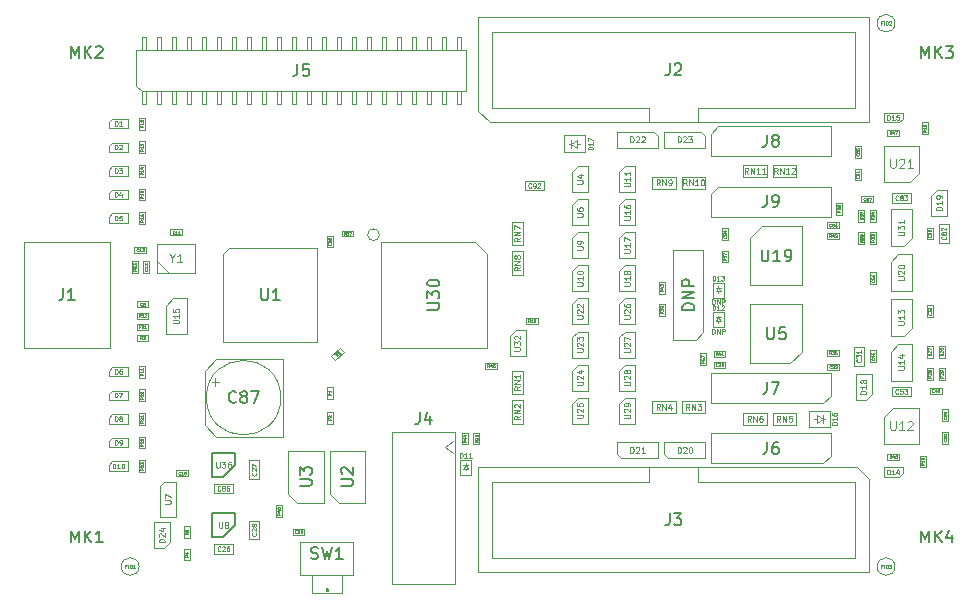
<source format=gbr>
G04 #@! TF.GenerationSoftware,KiCad,Pcbnew,7.0.7+dfsg-1*
G04 #@! TF.CreationDate,2023-10-06T03:56:53+00:00*
G04 #@! TF.ProjectId,glasgow,676c6173-676f-4772-9e6b-696361645f70,C3*
G04 #@! TF.SameCoordinates,Original*
G04 #@! TF.FileFunction,AssemblyDrawing,Top*
%FSLAX46Y46*%
G04 Gerber Fmt 4.6, Leading zero omitted, Abs format (unit mm)*
G04 Created by KiCad (PCBNEW 7.0.7+dfsg-1) date 2023-10-06 03:56:53*
%MOMM*%
%LPD*%
G01*
G04 APERTURE LIST*
%ADD10C,0.050000*%
%ADD11C,0.040000*%
%ADD12C,0.150000*%
%ADD13C,0.060000*%
%ADD14C,0.075000*%
%ADD15C,0.105000*%
%ADD16C,0.110000*%
%ADD17C,0.062500*%
%ADD18C,0.100000*%
G04 APERTURE END LIST*
D10*
X57678571Y-118479042D02*
X57578571Y-118479042D01*
X57578571Y-118636185D02*
X57578571Y-118336185D01*
X57578571Y-118336185D02*
X57721428Y-118336185D01*
X57835714Y-118636185D02*
X57835714Y-118336185D01*
X57978571Y-118636185D02*
X57978571Y-118336185D01*
X57978571Y-118336185D02*
X58050000Y-118336185D01*
X58050000Y-118336185D02*
X58092857Y-118350471D01*
X58092857Y-118350471D02*
X58121428Y-118379042D01*
X58121428Y-118379042D02*
X58135714Y-118407614D01*
X58135714Y-118407614D02*
X58150000Y-118464757D01*
X58150000Y-118464757D02*
X58150000Y-118507614D01*
X58150000Y-118507614D02*
X58135714Y-118564757D01*
X58135714Y-118564757D02*
X58121428Y-118593328D01*
X58121428Y-118593328D02*
X58092857Y-118621900D01*
X58092857Y-118621900D02*
X58050000Y-118636185D01*
X58050000Y-118636185D02*
X57978571Y-118636185D01*
X58435714Y-118636185D02*
X58264285Y-118636185D01*
X58350000Y-118636185D02*
X58350000Y-118336185D01*
X58350000Y-118336185D02*
X58321428Y-118379042D01*
X58321428Y-118379042D02*
X58292857Y-118407614D01*
X58292857Y-118407614D02*
X58264285Y-118421900D01*
X121678571Y-72479042D02*
X121578571Y-72479042D01*
X121578571Y-72636185D02*
X121578571Y-72336185D01*
X121578571Y-72336185D02*
X121721428Y-72336185D01*
X121835714Y-72636185D02*
X121835714Y-72336185D01*
X121978571Y-72636185D02*
X121978571Y-72336185D01*
X121978571Y-72336185D02*
X122050000Y-72336185D01*
X122050000Y-72336185D02*
X122092857Y-72350471D01*
X122092857Y-72350471D02*
X122121428Y-72379042D01*
X122121428Y-72379042D02*
X122135714Y-72407614D01*
X122135714Y-72407614D02*
X122150000Y-72464757D01*
X122150000Y-72464757D02*
X122150000Y-72507614D01*
X122150000Y-72507614D02*
X122135714Y-72564757D01*
X122135714Y-72564757D02*
X122121428Y-72593328D01*
X122121428Y-72593328D02*
X122092857Y-72621900D01*
X122092857Y-72621900D02*
X122050000Y-72636185D01*
X122050000Y-72636185D02*
X121978571Y-72636185D01*
X122264285Y-72364757D02*
X122278571Y-72350471D01*
X122278571Y-72350471D02*
X122307143Y-72336185D01*
X122307143Y-72336185D02*
X122378571Y-72336185D01*
X122378571Y-72336185D02*
X122407143Y-72350471D01*
X122407143Y-72350471D02*
X122421428Y-72364757D01*
X122421428Y-72364757D02*
X122435714Y-72393328D01*
X122435714Y-72393328D02*
X122435714Y-72421900D01*
X122435714Y-72421900D02*
X122421428Y-72464757D01*
X122421428Y-72464757D02*
X122250000Y-72636185D01*
X122250000Y-72636185D02*
X122435714Y-72636185D01*
D11*
X127089765Y-107760714D02*
X127101670Y-107772618D01*
X127101670Y-107772618D02*
X127113574Y-107808333D01*
X127113574Y-107808333D02*
X127113574Y-107832142D01*
X127113574Y-107832142D02*
X127101670Y-107867856D01*
X127101670Y-107867856D02*
X127077860Y-107891666D01*
X127077860Y-107891666D02*
X127054050Y-107903571D01*
X127054050Y-107903571D02*
X127006431Y-107915475D01*
X127006431Y-107915475D02*
X126970717Y-107915475D01*
X126970717Y-107915475D02*
X126923098Y-107903571D01*
X126923098Y-107903571D02*
X126899289Y-107891666D01*
X126899289Y-107891666D02*
X126875479Y-107867856D01*
X126875479Y-107867856D02*
X126863574Y-107832142D01*
X126863574Y-107832142D02*
X126863574Y-107808333D01*
X126863574Y-107808333D02*
X126875479Y-107772618D01*
X126875479Y-107772618D02*
X126887384Y-107760714D01*
X126863574Y-107677380D02*
X126863574Y-107522618D01*
X126863574Y-107522618D02*
X126958812Y-107605952D01*
X126958812Y-107605952D02*
X126958812Y-107570237D01*
X126958812Y-107570237D02*
X126970717Y-107546428D01*
X126970717Y-107546428D02*
X126982622Y-107534523D01*
X126982622Y-107534523D02*
X127006431Y-107522618D01*
X127006431Y-107522618D02*
X127065955Y-107522618D01*
X127065955Y-107522618D02*
X127089765Y-107534523D01*
X127089765Y-107534523D02*
X127101670Y-107546428D01*
X127101670Y-107546428D02*
X127113574Y-107570237D01*
X127113574Y-107570237D02*
X127113574Y-107641666D01*
X127113574Y-107641666D02*
X127101670Y-107665475D01*
X127101670Y-107665475D02*
X127089765Y-107677380D01*
X126863574Y-107367857D02*
X126863574Y-107344047D01*
X126863574Y-107344047D02*
X126875479Y-107320238D01*
X126875479Y-107320238D02*
X126887384Y-107308333D01*
X126887384Y-107308333D02*
X126911193Y-107296428D01*
X126911193Y-107296428D02*
X126958812Y-107284523D01*
X126958812Y-107284523D02*
X127018336Y-107284523D01*
X127018336Y-107284523D02*
X127065955Y-107296428D01*
X127065955Y-107296428D02*
X127089765Y-107308333D01*
X127089765Y-107308333D02*
X127101670Y-107320238D01*
X127101670Y-107320238D02*
X127113574Y-107344047D01*
X127113574Y-107344047D02*
X127113574Y-107367857D01*
X127113574Y-107367857D02*
X127101670Y-107391666D01*
X127101670Y-107391666D02*
X127089765Y-107403571D01*
X127089765Y-107403571D02*
X127065955Y-107415476D01*
X127065955Y-107415476D02*
X127018336Y-107427380D01*
X127018336Y-107427380D02*
X126958812Y-107427380D01*
X126958812Y-107427380D02*
X126911193Y-107415476D01*
X126911193Y-107415476D02*
X126887384Y-107403571D01*
X126887384Y-107403571D02*
X126875479Y-107391666D01*
X126875479Y-107391666D02*
X126863574Y-107367857D01*
X59113574Y-108160714D02*
X58994527Y-108244047D01*
X59113574Y-108303571D02*
X58863574Y-108303571D01*
X58863574Y-108303571D02*
X58863574Y-108208333D01*
X58863574Y-108208333D02*
X58875479Y-108184523D01*
X58875479Y-108184523D02*
X58887384Y-108172618D01*
X58887384Y-108172618D02*
X58911193Y-108160714D01*
X58911193Y-108160714D02*
X58946908Y-108160714D01*
X58946908Y-108160714D02*
X58970717Y-108172618D01*
X58970717Y-108172618D02*
X58982622Y-108184523D01*
X58982622Y-108184523D02*
X58994527Y-108208333D01*
X58994527Y-108208333D02*
X58994527Y-108303571D01*
X58887384Y-108065475D02*
X58875479Y-108053571D01*
X58875479Y-108053571D02*
X58863574Y-108029761D01*
X58863574Y-108029761D02*
X58863574Y-107970237D01*
X58863574Y-107970237D02*
X58875479Y-107946428D01*
X58875479Y-107946428D02*
X58887384Y-107934523D01*
X58887384Y-107934523D02*
X58911193Y-107922618D01*
X58911193Y-107922618D02*
X58935003Y-107922618D01*
X58935003Y-107922618D02*
X58970717Y-107934523D01*
X58970717Y-107934523D02*
X59113574Y-108077380D01*
X59113574Y-108077380D02*
X59113574Y-107922618D01*
X58887384Y-107827380D02*
X58875479Y-107815476D01*
X58875479Y-107815476D02*
X58863574Y-107791666D01*
X58863574Y-107791666D02*
X58863574Y-107732142D01*
X58863574Y-107732142D02*
X58875479Y-107708333D01*
X58875479Y-107708333D02*
X58887384Y-107696428D01*
X58887384Y-107696428D02*
X58911193Y-107684523D01*
X58911193Y-107684523D02*
X58935003Y-107684523D01*
X58935003Y-107684523D02*
X58970717Y-107696428D01*
X58970717Y-107696428D02*
X59113574Y-107839285D01*
X59113574Y-107839285D02*
X59113574Y-107684523D01*
X59113574Y-110160714D02*
X58994527Y-110244047D01*
X59113574Y-110303571D02*
X58863574Y-110303571D01*
X58863574Y-110303571D02*
X58863574Y-110208333D01*
X58863574Y-110208333D02*
X58875479Y-110184523D01*
X58875479Y-110184523D02*
X58887384Y-110172618D01*
X58887384Y-110172618D02*
X58911193Y-110160714D01*
X58911193Y-110160714D02*
X58946908Y-110160714D01*
X58946908Y-110160714D02*
X58970717Y-110172618D01*
X58970717Y-110172618D02*
X58982622Y-110184523D01*
X58982622Y-110184523D02*
X58994527Y-110208333D01*
X58994527Y-110208333D02*
X58994527Y-110303571D01*
X58887384Y-110065475D02*
X58875479Y-110053571D01*
X58875479Y-110053571D02*
X58863574Y-110029761D01*
X58863574Y-110029761D02*
X58863574Y-109970237D01*
X58863574Y-109970237D02*
X58875479Y-109946428D01*
X58875479Y-109946428D02*
X58887384Y-109934523D01*
X58887384Y-109934523D02*
X58911193Y-109922618D01*
X58911193Y-109922618D02*
X58935003Y-109922618D01*
X58935003Y-109922618D02*
X58970717Y-109934523D01*
X58970717Y-109934523D02*
X59113574Y-110077380D01*
X59113574Y-110077380D02*
X59113574Y-109922618D01*
X58863574Y-109839285D02*
X58863574Y-109684523D01*
X58863574Y-109684523D02*
X58958812Y-109767857D01*
X58958812Y-109767857D02*
X58958812Y-109732142D01*
X58958812Y-109732142D02*
X58970717Y-109708333D01*
X58970717Y-109708333D02*
X58982622Y-109696428D01*
X58982622Y-109696428D02*
X59006431Y-109684523D01*
X59006431Y-109684523D02*
X59065955Y-109684523D01*
X59065955Y-109684523D02*
X59089765Y-109696428D01*
X59089765Y-109696428D02*
X59101670Y-109708333D01*
X59101670Y-109708333D02*
X59113574Y-109732142D01*
X59113574Y-109732142D02*
X59113574Y-109803571D01*
X59113574Y-109803571D02*
X59101670Y-109827380D01*
X59101670Y-109827380D02*
X59089765Y-109839285D01*
X75600847Y-100609771D02*
X75457742Y-100584518D01*
X75499831Y-100710787D02*
X75323055Y-100534010D01*
X75323055Y-100534010D02*
X75390398Y-100466666D01*
X75390398Y-100466666D02*
X75415652Y-100458248D01*
X75415652Y-100458248D02*
X75432488Y-100458248D01*
X75432488Y-100458248D02*
X75457742Y-100466666D01*
X75457742Y-100466666D02*
X75482996Y-100491920D01*
X75482996Y-100491920D02*
X75491413Y-100517174D01*
X75491413Y-100517174D02*
X75491413Y-100534010D01*
X75491413Y-100534010D02*
X75482996Y-100559264D01*
X75482996Y-100559264D02*
X75415652Y-100626607D01*
X75685026Y-100525592D02*
X75718698Y-100491920D01*
X75718698Y-100491920D02*
X75727116Y-100466666D01*
X75727116Y-100466666D02*
X75727116Y-100449831D01*
X75727116Y-100449831D02*
X75718698Y-100407741D01*
X75718698Y-100407741D02*
X75693444Y-100365651D01*
X75693444Y-100365651D02*
X75626100Y-100298308D01*
X75626100Y-100298308D02*
X75600847Y-100289890D01*
X75600847Y-100289890D02*
X75584011Y-100289890D01*
X75584011Y-100289890D02*
X75558757Y-100298308D01*
X75558757Y-100298308D02*
X75525085Y-100331979D01*
X75525085Y-100331979D02*
X75516667Y-100357233D01*
X75516667Y-100357233D02*
X75516667Y-100374069D01*
X75516667Y-100374069D02*
X75525085Y-100399323D01*
X75525085Y-100399323D02*
X75567175Y-100441413D01*
X75567175Y-100441413D02*
X75592429Y-100449831D01*
X75592429Y-100449831D02*
X75609265Y-100449831D01*
X75609265Y-100449831D02*
X75634518Y-100441413D01*
X75634518Y-100441413D02*
X75668190Y-100407741D01*
X75668190Y-100407741D02*
X75676608Y-100382487D01*
X75676608Y-100382487D02*
X75676608Y-100365651D01*
X75676608Y-100365651D02*
X75668190Y-100340397D01*
D12*
X69088095Y-94954819D02*
X69088095Y-95764342D01*
X69088095Y-95764342D02*
X69135714Y-95859580D01*
X69135714Y-95859580D02*
X69183333Y-95907200D01*
X69183333Y-95907200D02*
X69278571Y-95954819D01*
X69278571Y-95954819D02*
X69469047Y-95954819D01*
X69469047Y-95954819D02*
X69564285Y-95907200D01*
X69564285Y-95907200D02*
X69611904Y-95859580D01*
X69611904Y-95859580D02*
X69659523Y-95764342D01*
X69659523Y-95764342D02*
X69659523Y-94954819D01*
X70659523Y-95954819D02*
X70088095Y-95954819D01*
X70373809Y-95954819D02*
X70373809Y-94954819D01*
X70373809Y-94954819D02*
X70278571Y-95097676D01*
X70278571Y-95097676D02*
X70183333Y-95192914D01*
X70183333Y-95192914D02*
X70088095Y-95240533D01*
D11*
X121013574Y-90860714D02*
X120894527Y-90944047D01*
X121013574Y-91003571D02*
X120763574Y-91003571D01*
X120763574Y-91003571D02*
X120763574Y-90908333D01*
X120763574Y-90908333D02*
X120775479Y-90884523D01*
X120775479Y-90884523D02*
X120787384Y-90872618D01*
X120787384Y-90872618D02*
X120811193Y-90860714D01*
X120811193Y-90860714D02*
X120846908Y-90860714D01*
X120846908Y-90860714D02*
X120870717Y-90872618D01*
X120870717Y-90872618D02*
X120882622Y-90884523D01*
X120882622Y-90884523D02*
X120894527Y-90908333D01*
X120894527Y-90908333D02*
X120894527Y-91003571D01*
X120763574Y-90777380D02*
X120763574Y-90622618D01*
X120763574Y-90622618D02*
X120858812Y-90705952D01*
X120858812Y-90705952D02*
X120858812Y-90670237D01*
X120858812Y-90670237D02*
X120870717Y-90646428D01*
X120870717Y-90646428D02*
X120882622Y-90634523D01*
X120882622Y-90634523D02*
X120906431Y-90622618D01*
X120906431Y-90622618D02*
X120965955Y-90622618D01*
X120965955Y-90622618D02*
X120989765Y-90634523D01*
X120989765Y-90634523D02*
X121001670Y-90646428D01*
X121001670Y-90646428D02*
X121013574Y-90670237D01*
X121013574Y-90670237D02*
X121013574Y-90741666D01*
X121013574Y-90741666D02*
X121001670Y-90765475D01*
X121001670Y-90765475D02*
X120989765Y-90777380D01*
X120763574Y-90539285D02*
X120763574Y-90384523D01*
X120763574Y-90384523D02*
X120858812Y-90467857D01*
X120858812Y-90467857D02*
X120858812Y-90432142D01*
X120858812Y-90432142D02*
X120870717Y-90408333D01*
X120870717Y-90408333D02*
X120882622Y-90396428D01*
X120882622Y-90396428D02*
X120906431Y-90384523D01*
X120906431Y-90384523D02*
X120965955Y-90384523D01*
X120965955Y-90384523D02*
X120989765Y-90396428D01*
X120989765Y-90396428D02*
X121001670Y-90408333D01*
X121001670Y-90408333D02*
X121013574Y-90432142D01*
X121013574Y-90432142D02*
X121013574Y-90503571D01*
X121013574Y-90503571D02*
X121001670Y-90527380D01*
X121001670Y-90527380D02*
X120989765Y-90539285D01*
D13*
X56704762Y-102181927D02*
X56704762Y-101781927D01*
X56704762Y-101781927D02*
X56800000Y-101781927D01*
X56800000Y-101781927D02*
X56857143Y-101800975D01*
X56857143Y-101800975D02*
X56895238Y-101839070D01*
X56895238Y-101839070D02*
X56914285Y-101877165D01*
X56914285Y-101877165D02*
X56933333Y-101953356D01*
X56933333Y-101953356D02*
X56933333Y-102010499D01*
X56933333Y-102010499D02*
X56914285Y-102086689D01*
X56914285Y-102086689D02*
X56895238Y-102124784D01*
X56895238Y-102124784D02*
X56857143Y-102162880D01*
X56857143Y-102162880D02*
X56800000Y-102181927D01*
X56800000Y-102181927D02*
X56704762Y-102181927D01*
X57276190Y-101781927D02*
X57200000Y-101781927D01*
X57200000Y-101781927D02*
X57161904Y-101800975D01*
X57161904Y-101800975D02*
X57142857Y-101820022D01*
X57142857Y-101820022D02*
X57104762Y-101877165D01*
X57104762Y-101877165D02*
X57085714Y-101953356D01*
X57085714Y-101953356D02*
X57085714Y-102105737D01*
X57085714Y-102105737D02*
X57104762Y-102143832D01*
X57104762Y-102143832D02*
X57123809Y-102162880D01*
X57123809Y-102162880D02*
X57161904Y-102181927D01*
X57161904Y-102181927D02*
X57238095Y-102181927D01*
X57238095Y-102181927D02*
X57276190Y-102162880D01*
X57276190Y-102162880D02*
X57295238Y-102143832D01*
X57295238Y-102143832D02*
X57314285Y-102105737D01*
X57314285Y-102105737D02*
X57314285Y-102010499D01*
X57314285Y-102010499D02*
X57295238Y-101972403D01*
X57295238Y-101972403D02*
X57276190Y-101953356D01*
X57276190Y-101953356D02*
X57238095Y-101934308D01*
X57238095Y-101934308D02*
X57161904Y-101934308D01*
X57161904Y-101934308D02*
X57123809Y-101953356D01*
X57123809Y-101953356D02*
X57104762Y-101972403D01*
X57104762Y-101972403D02*
X57085714Y-102010499D01*
X56704762Y-106181927D02*
X56704762Y-105781927D01*
X56704762Y-105781927D02*
X56800000Y-105781927D01*
X56800000Y-105781927D02*
X56857143Y-105800975D01*
X56857143Y-105800975D02*
X56895238Y-105839070D01*
X56895238Y-105839070D02*
X56914285Y-105877165D01*
X56914285Y-105877165D02*
X56933333Y-105953356D01*
X56933333Y-105953356D02*
X56933333Y-106010499D01*
X56933333Y-106010499D02*
X56914285Y-106086689D01*
X56914285Y-106086689D02*
X56895238Y-106124784D01*
X56895238Y-106124784D02*
X56857143Y-106162880D01*
X56857143Y-106162880D02*
X56800000Y-106181927D01*
X56800000Y-106181927D02*
X56704762Y-106181927D01*
X57161904Y-105953356D02*
X57123809Y-105934308D01*
X57123809Y-105934308D02*
X57104762Y-105915260D01*
X57104762Y-105915260D02*
X57085714Y-105877165D01*
X57085714Y-105877165D02*
X57085714Y-105858118D01*
X57085714Y-105858118D02*
X57104762Y-105820022D01*
X57104762Y-105820022D02*
X57123809Y-105800975D01*
X57123809Y-105800975D02*
X57161904Y-105781927D01*
X57161904Y-105781927D02*
X57238095Y-105781927D01*
X57238095Y-105781927D02*
X57276190Y-105800975D01*
X57276190Y-105800975D02*
X57295238Y-105820022D01*
X57295238Y-105820022D02*
X57314285Y-105858118D01*
X57314285Y-105858118D02*
X57314285Y-105877165D01*
X57314285Y-105877165D02*
X57295238Y-105915260D01*
X57295238Y-105915260D02*
X57276190Y-105934308D01*
X57276190Y-105934308D02*
X57238095Y-105953356D01*
X57238095Y-105953356D02*
X57161904Y-105953356D01*
X57161904Y-105953356D02*
X57123809Y-105972403D01*
X57123809Y-105972403D02*
X57104762Y-105991451D01*
X57104762Y-105991451D02*
X57085714Y-106029546D01*
X57085714Y-106029546D02*
X57085714Y-106105737D01*
X57085714Y-106105737D02*
X57104762Y-106143832D01*
X57104762Y-106143832D02*
X57123809Y-106162880D01*
X57123809Y-106162880D02*
X57161904Y-106181927D01*
X57161904Y-106181927D02*
X57238095Y-106181927D01*
X57238095Y-106181927D02*
X57276190Y-106162880D01*
X57276190Y-106162880D02*
X57295238Y-106143832D01*
X57295238Y-106143832D02*
X57314285Y-106105737D01*
X57314285Y-106105737D02*
X57314285Y-106029546D01*
X57314285Y-106029546D02*
X57295238Y-105991451D01*
X57295238Y-105991451D02*
X57276190Y-105972403D01*
X57276190Y-105972403D02*
X57238095Y-105953356D01*
X56704762Y-89181927D02*
X56704762Y-88781927D01*
X56704762Y-88781927D02*
X56800000Y-88781927D01*
X56800000Y-88781927D02*
X56857143Y-88800975D01*
X56857143Y-88800975D02*
X56895238Y-88839070D01*
X56895238Y-88839070D02*
X56914285Y-88877165D01*
X56914285Y-88877165D02*
X56933333Y-88953356D01*
X56933333Y-88953356D02*
X56933333Y-89010499D01*
X56933333Y-89010499D02*
X56914285Y-89086689D01*
X56914285Y-89086689D02*
X56895238Y-89124784D01*
X56895238Y-89124784D02*
X56857143Y-89162880D01*
X56857143Y-89162880D02*
X56800000Y-89181927D01*
X56800000Y-89181927D02*
X56704762Y-89181927D01*
X57295238Y-88781927D02*
X57104762Y-88781927D01*
X57104762Y-88781927D02*
X57085714Y-88972403D01*
X57085714Y-88972403D02*
X57104762Y-88953356D01*
X57104762Y-88953356D02*
X57142857Y-88934308D01*
X57142857Y-88934308D02*
X57238095Y-88934308D01*
X57238095Y-88934308D02*
X57276190Y-88953356D01*
X57276190Y-88953356D02*
X57295238Y-88972403D01*
X57295238Y-88972403D02*
X57314285Y-89010499D01*
X57314285Y-89010499D02*
X57314285Y-89105737D01*
X57314285Y-89105737D02*
X57295238Y-89143832D01*
X57295238Y-89143832D02*
X57276190Y-89162880D01*
X57276190Y-89162880D02*
X57238095Y-89181927D01*
X57238095Y-89181927D02*
X57142857Y-89181927D01*
X57142857Y-89181927D02*
X57104762Y-89162880D01*
X57104762Y-89162880D02*
X57085714Y-89143832D01*
X56704762Y-87181927D02*
X56704762Y-86781927D01*
X56704762Y-86781927D02*
X56800000Y-86781927D01*
X56800000Y-86781927D02*
X56857143Y-86800975D01*
X56857143Y-86800975D02*
X56895238Y-86839070D01*
X56895238Y-86839070D02*
X56914285Y-86877165D01*
X56914285Y-86877165D02*
X56933333Y-86953356D01*
X56933333Y-86953356D02*
X56933333Y-87010499D01*
X56933333Y-87010499D02*
X56914285Y-87086689D01*
X56914285Y-87086689D02*
X56895238Y-87124784D01*
X56895238Y-87124784D02*
X56857143Y-87162880D01*
X56857143Y-87162880D02*
X56800000Y-87181927D01*
X56800000Y-87181927D02*
X56704762Y-87181927D01*
X57276190Y-86915260D02*
X57276190Y-87181927D01*
X57180952Y-86762880D02*
X57085714Y-87048594D01*
X57085714Y-87048594D02*
X57333333Y-87048594D01*
X56704762Y-85181927D02*
X56704762Y-84781927D01*
X56704762Y-84781927D02*
X56800000Y-84781927D01*
X56800000Y-84781927D02*
X56857143Y-84800975D01*
X56857143Y-84800975D02*
X56895238Y-84839070D01*
X56895238Y-84839070D02*
X56914285Y-84877165D01*
X56914285Y-84877165D02*
X56933333Y-84953356D01*
X56933333Y-84953356D02*
X56933333Y-85010499D01*
X56933333Y-85010499D02*
X56914285Y-85086689D01*
X56914285Y-85086689D02*
X56895238Y-85124784D01*
X56895238Y-85124784D02*
X56857143Y-85162880D01*
X56857143Y-85162880D02*
X56800000Y-85181927D01*
X56800000Y-85181927D02*
X56704762Y-85181927D01*
X57066666Y-84781927D02*
X57314285Y-84781927D01*
X57314285Y-84781927D02*
X57180952Y-84934308D01*
X57180952Y-84934308D02*
X57238095Y-84934308D01*
X57238095Y-84934308D02*
X57276190Y-84953356D01*
X57276190Y-84953356D02*
X57295238Y-84972403D01*
X57295238Y-84972403D02*
X57314285Y-85010499D01*
X57314285Y-85010499D02*
X57314285Y-85105737D01*
X57314285Y-85105737D02*
X57295238Y-85143832D01*
X57295238Y-85143832D02*
X57276190Y-85162880D01*
X57276190Y-85162880D02*
X57238095Y-85181927D01*
X57238095Y-85181927D02*
X57123809Y-85181927D01*
X57123809Y-85181927D02*
X57085714Y-85162880D01*
X57085714Y-85162880D02*
X57066666Y-85143832D01*
X56704762Y-83181927D02*
X56704762Y-82781927D01*
X56704762Y-82781927D02*
X56800000Y-82781927D01*
X56800000Y-82781927D02*
X56857143Y-82800975D01*
X56857143Y-82800975D02*
X56895238Y-82839070D01*
X56895238Y-82839070D02*
X56914285Y-82877165D01*
X56914285Y-82877165D02*
X56933333Y-82953356D01*
X56933333Y-82953356D02*
X56933333Y-83010499D01*
X56933333Y-83010499D02*
X56914285Y-83086689D01*
X56914285Y-83086689D02*
X56895238Y-83124784D01*
X56895238Y-83124784D02*
X56857143Y-83162880D01*
X56857143Y-83162880D02*
X56800000Y-83181927D01*
X56800000Y-83181927D02*
X56704762Y-83181927D01*
X57085714Y-82820022D02*
X57104762Y-82800975D01*
X57104762Y-82800975D02*
X57142857Y-82781927D01*
X57142857Y-82781927D02*
X57238095Y-82781927D01*
X57238095Y-82781927D02*
X57276190Y-82800975D01*
X57276190Y-82800975D02*
X57295238Y-82820022D01*
X57295238Y-82820022D02*
X57314285Y-82858118D01*
X57314285Y-82858118D02*
X57314285Y-82896213D01*
X57314285Y-82896213D02*
X57295238Y-82953356D01*
X57295238Y-82953356D02*
X57066666Y-83181927D01*
X57066666Y-83181927D02*
X57314285Y-83181927D01*
D11*
X59113574Y-85160714D02*
X58994527Y-85244047D01*
X59113574Y-85303571D02*
X58863574Y-85303571D01*
X58863574Y-85303571D02*
X58863574Y-85208333D01*
X58863574Y-85208333D02*
X58875479Y-85184523D01*
X58875479Y-85184523D02*
X58887384Y-85172618D01*
X58887384Y-85172618D02*
X58911193Y-85160714D01*
X58911193Y-85160714D02*
X58946908Y-85160714D01*
X58946908Y-85160714D02*
X58970717Y-85172618D01*
X58970717Y-85172618D02*
X58982622Y-85184523D01*
X58982622Y-85184523D02*
X58994527Y-85208333D01*
X58994527Y-85208333D02*
X58994527Y-85303571D01*
X59113574Y-84922618D02*
X59113574Y-85065475D01*
X59113574Y-84994047D02*
X58863574Y-84994047D01*
X58863574Y-84994047D02*
X58899289Y-85017856D01*
X58899289Y-85017856D02*
X58923098Y-85041666D01*
X58923098Y-85041666D02*
X58935003Y-85065475D01*
X58946908Y-84708333D02*
X59113574Y-84708333D01*
X58851670Y-84767857D02*
X59030241Y-84827380D01*
X59030241Y-84827380D02*
X59030241Y-84672619D01*
X59113574Y-87160714D02*
X58994527Y-87244047D01*
X59113574Y-87303571D02*
X58863574Y-87303571D01*
X58863574Y-87303571D02*
X58863574Y-87208333D01*
X58863574Y-87208333D02*
X58875479Y-87184523D01*
X58875479Y-87184523D02*
X58887384Y-87172618D01*
X58887384Y-87172618D02*
X58911193Y-87160714D01*
X58911193Y-87160714D02*
X58946908Y-87160714D01*
X58946908Y-87160714D02*
X58970717Y-87172618D01*
X58970717Y-87172618D02*
X58982622Y-87184523D01*
X58982622Y-87184523D02*
X58994527Y-87208333D01*
X58994527Y-87208333D02*
X58994527Y-87303571D01*
X59113574Y-86922618D02*
X59113574Y-87065475D01*
X59113574Y-86994047D02*
X58863574Y-86994047D01*
X58863574Y-86994047D02*
X58899289Y-87017856D01*
X58899289Y-87017856D02*
X58923098Y-87041666D01*
X58923098Y-87041666D02*
X58935003Y-87065475D01*
X58863574Y-86696428D02*
X58863574Y-86815476D01*
X58863574Y-86815476D02*
X58982622Y-86827380D01*
X58982622Y-86827380D02*
X58970717Y-86815476D01*
X58970717Y-86815476D02*
X58958812Y-86791666D01*
X58958812Y-86791666D02*
X58958812Y-86732142D01*
X58958812Y-86732142D02*
X58970717Y-86708333D01*
X58970717Y-86708333D02*
X58982622Y-86696428D01*
X58982622Y-86696428D02*
X59006431Y-86684523D01*
X59006431Y-86684523D02*
X59065955Y-86684523D01*
X59065955Y-86684523D02*
X59089765Y-86696428D01*
X59089765Y-86696428D02*
X59101670Y-86708333D01*
X59101670Y-86708333D02*
X59113574Y-86732142D01*
X59113574Y-86732142D02*
X59113574Y-86791666D01*
X59113574Y-86791666D02*
X59101670Y-86815476D01*
X59101670Y-86815476D02*
X59089765Y-86827380D01*
X59113574Y-104160714D02*
X58994527Y-104244047D01*
X59113574Y-104303571D02*
X58863574Y-104303571D01*
X58863574Y-104303571D02*
X58863574Y-104208333D01*
X58863574Y-104208333D02*
X58875479Y-104184523D01*
X58875479Y-104184523D02*
X58887384Y-104172618D01*
X58887384Y-104172618D02*
X58911193Y-104160714D01*
X58911193Y-104160714D02*
X58946908Y-104160714D01*
X58946908Y-104160714D02*
X58970717Y-104172618D01*
X58970717Y-104172618D02*
X58982622Y-104184523D01*
X58982622Y-104184523D02*
X58994527Y-104208333D01*
X58994527Y-104208333D02*
X58994527Y-104303571D01*
X58887384Y-104065475D02*
X58875479Y-104053571D01*
X58875479Y-104053571D02*
X58863574Y-104029761D01*
X58863574Y-104029761D02*
X58863574Y-103970237D01*
X58863574Y-103970237D02*
X58875479Y-103946428D01*
X58875479Y-103946428D02*
X58887384Y-103934523D01*
X58887384Y-103934523D02*
X58911193Y-103922618D01*
X58911193Y-103922618D02*
X58935003Y-103922618D01*
X58935003Y-103922618D02*
X58970717Y-103934523D01*
X58970717Y-103934523D02*
X59113574Y-104077380D01*
X59113574Y-104077380D02*
X59113574Y-103922618D01*
X58863574Y-103767857D02*
X58863574Y-103744047D01*
X58863574Y-103744047D02*
X58875479Y-103720238D01*
X58875479Y-103720238D02*
X58887384Y-103708333D01*
X58887384Y-103708333D02*
X58911193Y-103696428D01*
X58911193Y-103696428D02*
X58958812Y-103684523D01*
X58958812Y-103684523D02*
X59018336Y-103684523D01*
X59018336Y-103684523D02*
X59065955Y-103696428D01*
X59065955Y-103696428D02*
X59089765Y-103708333D01*
X59089765Y-103708333D02*
X59101670Y-103720238D01*
X59101670Y-103720238D02*
X59113574Y-103744047D01*
X59113574Y-103744047D02*
X59113574Y-103767857D01*
X59113574Y-103767857D02*
X59101670Y-103791666D01*
X59101670Y-103791666D02*
X59089765Y-103803571D01*
X59089765Y-103803571D02*
X59065955Y-103815476D01*
X59065955Y-103815476D02*
X59018336Y-103827380D01*
X59018336Y-103827380D02*
X58958812Y-103827380D01*
X58958812Y-103827380D02*
X58911193Y-103815476D01*
X58911193Y-103815476D02*
X58887384Y-103803571D01*
X58887384Y-103803571D02*
X58875479Y-103791666D01*
X58875479Y-103791666D02*
X58863574Y-103767857D01*
D14*
X99827409Y-100319047D02*
X100232171Y-100319047D01*
X100232171Y-100319047D02*
X100279790Y-100295237D01*
X100279790Y-100295237D02*
X100303600Y-100271428D01*
X100303600Y-100271428D02*
X100327409Y-100223809D01*
X100327409Y-100223809D02*
X100327409Y-100128571D01*
X100327409Y-100128571D02*
X100303600Y-100080952D01*
X100303600Y-100080952D02*
X100279790Y-100057142D01*
X100279790Y-100057142D02*
X100232171Y-100033333D01*
X100232171Y-100033333D02*
X99827409Y-100033333D01*
X99875028Y-99819046D02*
X99851219Y-99795237D01*
X99851219Y-99795237D02*
X99827409Y-99747618D01*
X99827409Y-99747618D02*
X99827409Y-99628570D01*
X99827409Y-99628570D02*
X99851219Y-99580951D01*
X99851219Y-99580951D02*
X99875028Y-99557142D01*
X99875028Y-99557142D02*
X99922647Y-99533332D01*
X99922647Y-99533332D02*
X99970266Y-99533332D01*
X99970266Y-99533332D02*
X100041695Y-99557142D01*
X100041695Y-99557142D02*
X100327409Y-99842856D01*
X100327409Y-99842856D02*
X100327409Y-99533332D01*
X99827409Y-99366666D02*
X99827409Y-99033333D01*
X99827409Y-99033333D02*
X100327409Y-99247618D01*
X99827409Y-97519047D02*
X100232171Y-97519047D01*
X100232171Y-97519047D02*
X100279790Y-97495237D01*
X100279790Y-97495237D02*
X100303600Y-97471428D01*
X100303600Y-97471428D02*
X100327409Y-97423809D01*
X100327409Y-97423809D02*
X100327409Y-97328571D01*
X100327409Y-97328571D02*
X100303600Y-97280952D01*
X100303600Y-97280952D02*
X100279790Y-97257142D01*
X100279790Y-97257142D02*
X100232171Y-97233333D01*
X100232171Y-97233333D02*
X99827409Y-97233333D01*
X99875028Y-97019046D02*
X99851219Y-96995237D01*
X99851219Y-96995237D02*
X99827409Y-96947618D01*
X99827409Y-96947618D02*
X99827409Y-96828570D01*
X99827409Y-96828570D02*
X99851219Y-96780951D01*
X99851219Y-96780951D02*
X99875028Y-96757142D01*
X99875028Y-96757142D02*
X99922647Y-96733332D01*
X99922647Y-96733332D02*
X99970266Y-96733332D01*
X99970266Y-96733332D02*
X100041695Y-96757142D01*
X100041695Y-96757142D02*
X100327409Y-97042856D01*
X100327409Y-97042856D02*
X100327409Y-96733332D01*
X99827409Y-96304761D02*
X99827409Y-96399999D01*
X99827409Y-96399999D02*
X99851219Y-96447618D01*
X99851219Y-96447618D02*
X99875028Y-96471428D01*
X99875028Y-96471428D02*
X99946457Y-96519047D01*
X99946457Y-96519047D02*
X100041695Y-96542856D01*
X100041695Y-96542856D02*
X100232171Y-96542856D01*
X100232171Y-96542856D02*
X100279790Y-96519047D01*
X100279790Y-96519047D02*
X100303600Y-96495237D01*
X100303600Y-96495237D02*
X100327409Y-96447618D01*
X100327409Y-96447618D02*
X100327409Y-96352380D01*
X100327409Y-96352380D02*
X100303600Y-96304761D01*
X100303600Y-96304761D02*
X100279790Y-96280952D01*
X100279790Y-96280952D02*
X100232171Y-96257142D01*
X100232171Y-96257142D02*
X100113123Y-96257142D01*
X100113123Y-96257142D02*
X100065504Y-96280952D01*
X100065504Y-96280952D02*
X100041695Y-96304761D01*
X100041695Y-96304761D02*
X100017885Y-96352380D01*
X100017885Y-96352380D02*
X100017885Y-96447618D01*
X100017885Y-96447618D02*
X100041695Y-96495237D01*
X100041695Y-96495237D02*
X100065504Y-96519047D01*
X100065504Y-96519047D02*
X100113123Y-96542856D01*
X99827409Y-91919047D02*
X100232171Y-91919047D01*
X100232171Y-91919047D02*
X100279790Y-91895237D01*
X100279790Y-91895237D02*
X100303600Y-91871428D01*
X100303600Y-91871428D02*
X100327409Y-91823809D01*
X100327409Y-91823809D02*
X100327409Y-91728571D01*
X100327409Y-91728571D02*
X100303600Y-91680952D01*
X100303600Y-91680952D02*
X100279790Y-91657142D01*
X100279790Y-91657142D02*
X100232171Y-91633333D01*
X100232171Y-91633333D02*
X99827409Y-91633333D01*
X100327409Y-91133332D02*
X100327409Y-91419046D01*
X100327409Y-91276189D02*
X99827409Y-91276189D01*
X99827409Y-91276189D02*
X99898838Y-91323808D01*
X99898838Y-91323808D02*
X99946457Y-91371427D01*
X99946457Y-91371427D02*
X99970266Y-91419046D01*
X99827409Y-90966666D02*
X99827409Y-90633333D01*
X99827409Y-90633333D02*
X100327409Y-90847618D01*
X95827409Y-94719047D02*
X96232171Y-94719047D01*
X96232171Y-94719047D02*
X96279790Y-94695237D01*
X96279790Y-94695237D02*
X96303600Y-94671428D01*
X96303600Y-94671428D02*
X96327409Y-94623809D01*
X96327409Y-94623809D02*
X96327409Y-94528571D01*
X96327409Y-94528571D02*
X96303600Y-94480952D01*
X96303600Y-94480952D02*
X96279790Y-94457142D01*
X96279790Y-94457142D02*
X96232171Y-94433333D01*
X96232171Y-94433333D02*
X95827409Y-94433333D01*
X96327409Y-93933332D02*
X96327409Y-94219046D01*
X96327409Y-94076189D02*
X95827409Y-94076189D01*
X95827409Y-94076189D02*
X95898838Y-94123808D01*
X95898838Y-94123808D02*
X95946457Y-94171427D01*
X95946457Y-94171427D02*
X95970266Y-94219046D01*
X95827409Y-93623809D02*
X95827409Y-93576190D01*
X95827409Y-93576190D02*
X95851219Y-93528571D01*
X95851219Y-93528571D02*
X95875028Y-93504761D01*
X95875028Y-93504761D02*
X95922647Y-93480952D01*
X95922647Y-93480952D02*
X96017885Y-93457142D01*
X96017885Y-93457142D02*
X96136933Y-93457142D01*
X96136933Y-93457142D02*
X96232171Y-93480952D01*
X96232171Y-93480952D02*
X96279790Y-93504761D01*
X96279790Y-93504761D02*
X96303600Y-93528571D01*
X96303600Y-93528571D02*
X96327409Y-93576190D01*
X96327409Y-93576190D02*
X96327409Y-93623809D01*
X96327409Y-93623809D02*
X96303600Y-93671428D01*
X96303600Y-93671428D02*
X96279790Y-93695237D01*
X96279790Y-93695237D02*
X96232171Y-93719047D01*
X96232171Y-93719047D02*
X96136933Y-93742856D01*
X96136933Y-93742856D02*
X96017885Y-93742856D01*
X96017885Y-93742856D02*
X95922647Y-93719047D01*
X95922647Y-93719047D02*
X95875028Y-93695237D01*
X95875028Y-93695237D02*
X95851219Y-93671428D01*
X95851219Y-93671428D02*
X95827409Y-93623809D01*
X95827409Y-91680952D02*
X96232171Y-91680952D01*
X96232171Y-91680952D02*
X96279790Y-91657142D01*
X96279790Y-91657142D02*
X96303600Y-91633333D01*
X96303600Y-91633333D02*
X96327409Y-91585714D01*
X96327409Y-91585714D02*
X96327409Y-91490476D01*
X96327409Y-91490476D02*
X96303600Y-91442857D01*
X96303600Y-91442857D02*
X96279790Y-91419047D01*
X96279790Y-91419047D02*
X96232171Y-91395238D01*
X96232171Y-91395238D02*
X95827409Y-91395238D01*
X96327409Y-91133332D02*
X96327409Y-91038094D01*
X96327409Y-91038094D02*
X96303600Y-90990475D01*
X96303600Y-90990475D02*
X96279790Y-90966666D01*
X96279790Y-90966666D02*
X96208361Y-90919047D01*
X96208361Y-90919047D02*
X96113123Y-90895237D01*
X96113123Y-90895237D02*
X95922647Y-90895237D01*
X95922647Y-90895237D02*
X95875028Y-90919047D01*
X95875028Y-90919047D02*
X95851219Y-90942856D01*
X95851219Y-90942856D02*
X95827409Y-90990475D01*
X95827409Y-90990475D02*
X95827409Y-91085713D01*
X95827409Y-91085713D02*
X95851219Y-91133332D01*
X95851219Y-91133332D02*
X95875028Y-91157142D01*
X95875028Y-91157142D02*
X95922647Y-91180951D01*
X95922647Y-91180951D02*
X96041695Y-91180951D01*
X96041695Y-91180951D02*
X96089314Y-91157142D01*
X96089314Y-91157142D02*
X96113123Y-91133332D01*
X96113123Y-91133332D02*
X96136933Y-91085713D01*
X96136933Y-91085713D02*
X96136933Y-90990475D01*
X96136933Y-90990475D02*
X96113123Y-90942856D01*
X96113123Y-90942856D02*
X96089314Y-90919047D01*
X96089314Y-90919047D02*
X96041695Y-90895237D01*
X95827409Y-88880952D02*
X96232171Y-88880952D01*
X96232171Y-88880952D02*
X96279790Y-88857142D01*
X96279790Y-88857142D02*
X96303600Y-88833333D01*
X96303600Y-88833333D02*
X96327409Y-88785714D01*
X96327409Y-88785714D02*
X96327409Y-88690476D01*
X96327409Y-88690476D02*
X96303600Y-88642857D01*
X96303600Y-88642857D02*
X96279790Y-88619047D01*
X96279790Y-88619047D02*
X96232171Y-88595238D01*
X96232171Y-88595238D02*
X95827409Y-88595238D01*
X95827409Y-88142856D02*
X95827409Y-88238094D01*
X95827409Y-88238094D02*
X95851219Y-88285713D01*
X95851219Y-88285713D02*
X95875028Y-88309523D01*
X95875028Y-88309523D02*
X95946457Y-88357142D01*
X95946457Y-88357142D02*
X96041695Y-88380951D01*
X96041695Y-88380951D02*
X96232171Y-88380951D01*
X96232171Y-88380951D02*
X96279790Y-88357142D01*
X96279790Y-88357142D02*
X96303600Y-88333332D01*
X96303600Y-88333332D02*
X96327409Y-88285713D01*
X96327409Y-88285713D02*
X96327409Y-88190475D01*
X96327409Y-88190475D02*
X96303600Y-88142856D01*
X96303600Y-88142856D02*
X96279790Y-88119047D01*
X96279790Y-88119047D02*
X96232171Y-88095237D01*
X96232171Y-88095237D02*
X96113123Y-88095237D01*
X96113123Y-88095237D02*
X96065504Y-88119047D01*
X96065504Y-88119047D02*
X96041695Y-88142856D01*
X96041695Y-88142856D02*
X96017885Y-88190475D01*
X96017885Y-88190475D02*
X96017885Y-88285713D01*
X96017885Y-88285713D02*
X96041695Y-88333332D01*
X96041695Y-88333332D02*
X96065504Y-88357142D01*
X96065504Y-88357142D02*
X96113123Y-88380951D01*
X95827409Y-97519047D02*
X96232171Y-97519047D01*
X96232171Y-97519047D02*
X96279790Y-97495237D01*
X96279790Y-97495237D02*
X96303600Y-97471428D01*
X96303600Y-97471428D02*
X96327409Y-97423809D01*
X96327409Y-97423809D02*
X96327409Y-97328571D01*
X96327409Y-97328571D02*
X96303600Y-97280952D01*
X96303600Y-97280952D02*
X96279790Y-97257142D01*
X96279790Y-97257142D02*
X96232171Y-97233333D01*
X96232171Y-97233333D02*
X95827409Y-97233333D01*
X95875028Y-97019046D02*
X95851219Y-96995237D01*
X95851219Y-96995237D02*
X95827409Y-96947618D01*
X95827409Y-96947618D02*
X95827409Y-96828570D01*
X95827409Y-96828570D02*
X95851219Y-96780951D01*
X95851219Y-96780951D02*
X95875028Y-96757142D01*
X95875028Y-96757142D02*
X95922647Y-96733332D01*
X95922647Y-96733332D02*
X95970266Y-96733332D01*
X95970266Y-96733332D02*
X96041695Y-96757142D01*
X96041695Y-96757142D02*
X96327409Y-97042856D01*
X96327409Y-97042856D02*
X96327409Y-96733332D01*
X95875028Y-96542856D02*
X95851219Y-96519047D01*
X95851219Y-96519047D02*
X95827409Y-96471428D01*
X95827409Y-96471428D02*
X95827409Y-96352380D01*
X95827409Y-96352380D02*
X95851219Y-96304761D01*
X95851219Y-96304761D02*
X95875028Y-96280952D01*
X95875028Y-96280952D02*
X95922647Y-96257142D01*
X95922647Y-96257142D02*
X95970266Y-96257142D01*
X95970266Y-96257142D02*
X96041695Y-96280952D01*
X96041695Y-96280952D02*
X96327409Y-96566666D01*
X96327409Y-96566666D02*
X96327409Y-96257142D01*
X95827409Y-103119047D02*
X96232171Y-103119047D01*
X96232171Y-103119047D02*
X96279790Y-103095237D01*
X96279790Y-103095237D02*
X96303600Y-103071428D01*
X96303600Y-103071428D02*
X96327409Y-103023809D01*
X96327409Y-103023809D02*
X96327409Y-102928571D01*
X96327409Y-102928571D02*
X96303600Y-102880952D01*
X96303600Y-102880952D02*
X96279790Y-102857142D01*
X96279790Y-102857142D02*
X96232171Y-102833333D01*
X96232171Y-102833333D02*
X95827409Y-102833333D01*
X95875028Y-102619046D02*
X95851219Y-102595237D01*
X95851219Y-102595237D02*
X95827409Y-102547618D01*
X95827409Y-102547618D02*
X95827409Y-102428570D01*
X95827409Y-102428570D02*
X95851219Y-102380951D01*
X95851219Y-102380951D02*
X95875028Y-102357142D01*
X95875028Y-102357142D02*
X95922647Y-102333332D01*
X95922647Y-102333332D02*
X95970266Y-102333332D01*
X95970266Y-102333332D02*
X96041695Y-102357142D01*
X96041695Y-102357142D02*
X96327409Y-102642856D01*
X96327409Y-102642856D02*
X96327409Y-102333332D01*
X95994076Y-101904761D02*
X96327409Y-101904761D01*
X95803600Y-102023809D02*
X96160742Y-102142856D01*
X96160742Y-102142856D02*
X96160742Y-101833333D01*
X95827409Y-105919047D02*
X96232171Y-105919047D01*
X96232171Y-105919047D02*
X96279790Y-105895237D01*
X96279790Y-105895237D02*
X96303600Y-105871428D01*
X96303600Y-105871428D02*
X96327409Y-105823809D01*
X96327409Y-105823809D02*
X96327409Y-105728571D01*
X96327409Y-105728571D02*
X96303600Y-105680952D01*
X96303600Y-105680952D02*
X96279790Y-105657142D01*
X96279790Y-105657142D02*
X96232171Y-105633333D01*
X96232171Y-105633333D02*
X95827409Y-105633333D01*
X95875028Y-105419046D02*
X95851219Y-105395237D01*
X95851219Y-105395237D02*
X95827409Y-105347618D01*
X95827409Y-105347618D02*
X95827409Y-105228570D01*
X95827409Y-105228570D02*
X95851219Y-105180951D01*
X95851219Y-105180951D02*
X95875028Y-105157142D01*
X95875028Y-105157142D02*
X95922647Y-105133332D01*
X95922647Y-105133332D02*
X95970266Y-105133332D01*
X95970266Y-105133332D02*
X96041695Y-105157142D01*
X96041695Y-105157142D02*
X96327409Y-105442856D01*
X96327409Y-105442856D02*
X96327409Y-105133332D01*
X95827409Y-104680952D02*
X95827409Y-104919047D01*
X95827409Y-104919047D02*
X96065504Y-104942856D01*
X96065504Y-104942856D02*
X96041695Y-104919047D01*
X96041695Y-104919047D02*
X96017885Y-104871428D01*
X96017885Y-104871428D02*
X96017885Y-104752380D01*
X96017885Y-104752380D02*
X96041695Y-104704761D01*
X96041695Y-104704761D02*
X96065504Y-104680952D01*
X96065504Y-104680952D02*
X96113123Y-104657142D01*
X96113123Y-104657142D02*
X96232171Y-104657142D01*
X96232171Y-104657142D02*
X96279790Y-104680952D01*
X96279790Y-104680952D02*
X96303600Y-104704761D01*
X96303600Y-104704761D02*
X96327409Y-104752380D01*
X96327409Y-104752380D02*
X96327409Y-104871428D01*
X96327409Y-104871428D02*
X96303600Y-104919047D01*
X96303600Y-104919047D02*
X96279790Y-104942856D01*
D11*
X120239285Y-87489765D02*
X120227381Y-87501670D01*
X120227381Y-87501670D02*
X120191666Y-87513574D01*
X120191666Y-87513574D02*
X120167857Y-87513574D01*
X120167857Y-87513574D02*
X120132143Y-87501670D01*
X120132143Y-87501670D02*
X120108333Y-87477860D01*
X120108333Y-87477860D02*
X120096428Y-87454050D01*
X120096428Y-87454050D02*
X120084524Y-87406431D01*
X120084524Y-87406431D02*
X120084524Y-87370717D01*
X120084524Y-87370717D02*
X120096428Y-87323098D01*
X120096428Y-87323098D02*
X120108333Y-87299289D01*
X120108333Y-87299289D02*
X120132143Y-87275479D01*
X120132143Y-87275479D02*
X120167857Y-87263574D01*
X120167857Y-87263574D02*
X120191666Y-87263574D01*
X120191666Y-87263574D02*
X120227381Y-87275479D01*
X120227381Y-87275479D02*
X120239285Y-87287384D01*
X120465476Y-87263574D02*
X120346428Y-87263574D01*
X120346428Y-87263574D02*
X120334524Y-87382622D01*
X120334524Y-87382622D02*
X120346428Y-87370717D01*
X120346428Y-87370717D02*
X120370238Y-87358812D01*
X120370238Y-87358812D02*
X120429762Y-87358812D01*
X120429762Y-87358812D02*
X120453571Y-87370717D01*
X120453571Y-87370717D02*
X120465476Y-87382622D01*
X120465476Y-87382622D02*
X120477381Y-87406431D01*
X120477381Y-87406431D02*
X120477381Y-87465955D01*
X120477381Y-87465955D02*
X120465476Y-87489765D01*
X120465476Y-87489765D02*
X120453571Y-87501670D01*
X120453571Y-87501670D02*
X120429762Y-87513574D01*
X120429762Y-87513574D02*
X120370238Y-87513574D01*
X120370238Y-87513574D02*
X120346428Y-87501670D01*
X120346428Y-87501670D02*
X120334524Y-87489765D01*
X120560714Y-87263574D02*
X120727380Y-87263574D01*
X120727380Y-87263574D02*
X120620238Y-87513574D01*
D13*
X56704762Y-81181927D02*
X56704762Y-80781927D01*
X56704762Y-80781927D02*
X56800000Y-80781927D01*
X56800000Y-80781927D02*
X56857143Y-80800975D01*
X56857143Y-80800975D02*
X56895238Y-80839070D01*
X56895238Y-80839070D02*
X56914285Y-80877165D01*
X56914285Y-80877165D02*
X56933333Y-80953356D01*
X56933333Y-80953356D02*
X56933333Y-81010499D01*
X56933333Y-81010499D02*
X56914285Y-81086689D01*
X56914285Y-81086689D02*
X56895238Y-81124784D01*
X56895238Y-81124784D02*
X56857143Y-81162880D01*
X56857143Y-81162880D02*
X56800000Y-81181927D01*
X56800000Y-81181927D02*
X56704762Y-81181927D01*
X57314285Y-81181927D02*
X57085714Y-81181927D01*
X57200000Y-81181927D02*
X57200000Y-80781927D01*
X57200000Y-80781927D02*
X57161904Y-80839070D01*
X57161904Y-80839070D02*
X57123809Y-80877165D01*
X57123809Y-80877165D02*
X57085714Y-80896213D01*
D12*
X111911666Y-87054819D02*
X111911666Y-87769104D01*
X111911666Y-87769104D02*
X111864047Y-87911961D01*
X111864047Y-87911961D02*
X111768809Y-88007200D01*
X111768809Y-88007200D02*
X111625952Y-88054819D01*
X111625952Y-88054819D02*
X111530714Y-88054819D01*
X112435476Y-88054819D02*
X112625952Y-88054819D01*
X112625952Y-88054819D02*
X112721190Y-88007200D01*
X112721190Y-88007200D02*
X112768809Y-87959580D01*
X112768809Y-87959580D02*
X112864047Y-87816723D01*
X112864047Y-87816723D02*
X112911666Y-87626247D01*
X112911666Y-87626247D02*
X112911666Y-87245295D01*
X112911666Y-87245295D02*
X112864047Y-87150057D01*
X112864047Y-87150057D02*
X112816428Y-87102438D01*
X112816428Y-87102438D02*
X112721190Y-87054819D01*
X112721190Y-87054819D02*
X112530714Y-87054819D01*
X112530714Y-87054819D02*
X112435476Y-87102438D01*
X112435476Y-87102438D02*
X112387857Y-87150057D01*
X112387857Y-87150057D02*
X112340238Y-87245295D01*
X112340238Y-87245295D02*
X112340238Y-87483390D01*
X112340238Y-87483390D02*
X112387857Y-87578628D01*
X112387857Y-87578628D02*
X112435476Y-87626247D01*
X112435476Y-87626247D02*
X112530714Y-87673866D01*
X112530714Y-87673866D02*
X112721190Y-87673866D01*
X112721190Y-87673866D02*
X112816428Y-87626247D01*
X112816428Y-87626247D02*
X112864047Y-87578628D01*
X112864047Y-87578628D02*
X112911666Y-87483390D01*
X111921666Y-107954819D02*
X111921666Y-108669104D01*
X111921666Y-108669104D02*
X111874047Y-108811961D01*
X111874047Y-108811961D02*
X111778809Y-108907200D01*
X111778809Y-108907200D02*
X111635952Y-108954819D01*
X111635952Y-108954819D02*
X111540714Y-108954819D01*
X112826428Y-107954819D02*
X112635952Y-107954819D01*
X112635952Y-107954819D02*
X112540714Y-108002438D01*
X112540714Y-108002438D02*
X112493095Y-108050057D01*
X112493095Y-108050057D02*
X112397857Y-108192914D01*
X112397857Y-108192914D02*
X112350238Y-108383390D01*
X112350238Y-108383390D02*
X112350238Y-108764342D01*
X112350238Y-108764342D02*
X112397857Y-108859580D01*
X112397857Y-108859580D02*
X112445476Y-108907200D01*
X112445476Y-108907200D02*
X112540714Y-108954819D01*
X112540714Y-108954819D02*
X112731190Y-108954819D01*
X112731190Y-108954819D02*
X112826428Y-108907200D01*
X112826428Y-108907200D02*
X112874047Y-108859580D01*
X112874047Y-108859580D02*
X112921666Y-108764342D01*
X112921666Y-108764342D02*
X112921666Y-108526247D01*
X112921666Y-108526247D02*
X112874047Y-108431009D01*
X112874047Y-108431009D02*
X112826428Y-108383390D01*
X112826428Y-108383390D02*
X112731190Y-108335771D01*
X112731190Y-108335771D02*
X112540714Y-108335771D01*
X112540714Y-108335771D02*
X112445476Y-108383390D01*
X112445476Y-108383390D02*
X112397857Y-108431009D01*
X112397857Y-108431009D02*
X112350238Y-108526247D01*
D13*
X127043832Y-90557142D02*
X127062880Y-90576190D01*
X127062880Y-90576190D02*
X127081927Y-90633332D01*
X127081927Y-90633332D02*
X127081927Y-90671428D01*
X127081927Y-90671428D02*
X127062880Y-90728571D01*
X127062880Y-90728571D02*
X127024784Y-90766666D01*
X127024784Y-90766666D02*
X126986689Y-90785713D01*
X126986689Y-90785713D02*
X126910499Y-90804761D01*
X126910499Y-90804761D02*
X126853356Y-90804761D01*
X126853356Y-90804761D02*
X126777165Y-90785713D01*
X126777165Y-90785713D02*
X126739070Y-90766666D01*
X126739070Y-90766666D02*
X126700975Y-90728571D01*
X126700975Y-90728571D02*
X126681927Y-90671428D01*
X126681927Y-90671428D02*
X126681927Y-90633332D01*
X126681927Y-90633332D02*
X126700975Y-90576190D01*
X126700975Y-90576190D02*
X126720022Y-90557142D01*
X126853356Y-90328571D02*
X126834308Y-90366666D01*
X126834308Y-90366666D02*
X126815260Y-90385713D01*
X126815260Y-90385713D02*
X126777165Y-90404761D01*
X126777165Y-90404761D02*
X126758118Y-90404761D01*
X126758118Y-90404761D02*
X126720022Y-90385713D01*
X126720022Y-90385713D02*
X126700975Y-90366666D01*
X126700975Y-90366666D02*
X126681927Y-90328571D01*
X126681927Y-90328571D02*
X126681927Y-90252380D01*
X126681927Y-90252380D02*
X126700975Y-90214285D01*
X126700975Y-90214285D02*
X126720022Y-90195237D01*
X126720022Y-90195237D02*
X126758118Y-90176190D01*
X126758118Y-90176190D02*
X126777165Y-90176190D01*
X126777165Y-90176190D02*
X126815260Y-90195237D01*
X126815260Y-90195237D02*
X126834308Y-90214285D01*
X126834308Y-90214285D02*
X126853356Y-90252380D01*
X126853356Y-90252380D02*
X126853356Y-90328571D01*
X126853356Y-90328571D02*
X126872403Y-90366666D01*
X126872403Y-90366666D02*
X126891451Y-90385713D01*
X126891451Y-90385713D02*
X126929546Y-90404761D01*
X126929546Y-90404761D02*
X127005737Y-90404761D01*
X127005737Y-90404761D02*
X127043832Y-90385713D01*
X127043832Y-90385713D02*
X127062880Y-90366666D01*
X127062880Y-90366666D02*
X127081927Y-90328571D01*
X127081927Y-90328571D02*
X127081927Y-90252380D01*
X127081927Y-90252380D02*
X127062880Y-90214285D01*
X127062880Y-90214285D02*
X127043832Y-90195237D01*
X127043832Y-90195237D02*
X127005737Y-90176190D01*
X127005737Y-90176190D02*
X126929546Y-90176190D01*
X126929546Y-90176190D02*
X126891451Y-90195237D01*
X126891451Y-90195237D02*
X126872403Y-90214285D01*
X126872403Y-90214285D02*
X126853356Y-90252380D01*
X126720022Y-90023809D02*
X126700975Y-90004761D01*
X126700975Y-90004761D02*
X126681927Y-89966666D01*
X126681927Y-89966666D02*
X126681927Y-89871428D01*
X126681927Y-89871428D02*
X126700975Y-89833333D01*
X126700975Y-89833333D02*
X126720022Y-89814285D01*
X126720022Y-89814285D02*
X126758118Y-89795238D01*
X126758118Y-89795238D02*
X126796213Y-89795238D01*
X126796213Y-89795238D02*
X126853356Y-89814285D01*
X126853356Y-89814285D02*
X127081927Y-90042857D01*
X127081927Y-90042857D02*
X127081927Y-89795238D01*
X119843832Y-100957142D02*
X119862880Y-100976190D01*
X119862880Y-100976190D02*
X119881927Y-101033332D01*
X119881927Y-101033332D02*
X119881927Y-101071428D01*
X119881927Y-101071428D02*
X119862880Y-101128571D01*
X119862880Y-101128571D02*
X119824784Y-101166666D01*
X119824784Y-101166666D02*
X119786689Y-101185713D01*
X119786689Y-101185713D02*
X119710499Y-101204761D01*
X119710499Y-101204761D02*
X119653356Y-101204761D01*
X119653356Y-101204761D02*
X119577165Y-101185713D01*
X119577165Y-101185713D02*
X119539070Y-101166666D01*
X119539070Y-101166666D02*
X119500975Y-101128571D01*
X119500975Y-101128571D02*
X119481927Y-101071428D01*
X119481927Y-101071428D02*
X119481927Y-101033332D01*
X119481927Y-101033332D02*
X119500975Y-100976190D01*
X119500975Y-100976190D02*
X119520022Y-100957142D01*
X119481927Y-100823809D02*
X119481927Y-100576190D01*
X119481927Y-100576190D02*
X119634308Y-100709523D01*
X119634308Y-100709523D02*
X119634308Y-100652380D01*
X119634308Y-100652380D02*
X119653356Y-100614285D01*
X119653356Y-100614285D02*
X119672403Y-100595237D01*
X119672403Y-100595237D02*
X119710499Y-100576190D01*
X119710499Y-100576190D02*
X119805737Y-100576190D01*
X119805737Y-100576190D02*
X119843832Y-100595237D01*
X119843832Y-100595237D02*
X119862880Y-100614285D01*
X119862880Y-100614285D02*
X119881927Y-100652380D01*
X119881927Y-100652380D02*
X119881927Y-100766666D01*
X119881927Y-100766666D02*
X119862880Y-100804761D01*
X119862880Y-100804761D02*
X119843832Y-100823809D01*
X119881927Y-100195238D02*
X119881927Y-100423809D01*
X119881927Y-100309523D02*
X119481927Y-100309523D01*
X119481927Y-100309523D02*
X119539070Y-100347619D01*
X119539070Y-100347619D02*
X119577165Y-100385714D01*
X119577165Y-100385714D02*
X119596213Y-100423809D01*
X123042857Y-103843832D02*
X123023809Y-103862880D01*
X123023809Y-103862880D02*
X122966667Y-103881927D01*
X122966667Y-103881927D02*
X122928571Y-103881927D01*
X122928571Y-103881927D02*
X122871428Y-103862880D01*
X122871428Y-103862880D02*
X122833333Y-103824784D01*
X122833333Y-103824784D02*
X122814286Y-103786689D01*
X122814286Y-103786689D02*
X122795238Y-103710499D01*
X122795238Y-103710499D02*
X122795238Y-103653356D01*
X122795238Y-103653356D02*
X122814286Y-103577165D01*
X122814286Y-103577165D02*
X122833333Y-103539070D01*
X122833333Y-103539070D02*
X122871428Y-103500975D01*
X122871428Y-103500975D02*
X122928571Y-103481927D01*
X122928571Y-103481927D02*
X122966667Y-103481927D01*
X122966667Y-103481927D02*
X123023809Y-103500975D01*
X123023809Y-103500975D02*
X123042857Y-103520022D01*
X123404762Y-103481927D02*
X123214286Y-103481927D01*
X123214286Y-103481927D02*
X123195238Y-103672403D01*
X123195238Y-103672403D02*
X123214286Y-103653356D01*
X123214286Y-103653356D02*
X123252381Y-103634308D01*
X123252381Y-103634308D02*
X123347619Y-103634308D01*
X123347619Y-103634308D02*
X123385714Y-103653356D01*
X123385714Y-103653356D02*
X123404762Y-103672403D01*
X123404762Y-103672403D02*
X123423809Y-103710499D01*
X123423809Y-103710499D02*
X123423809Y-103805737D01*
X123423809Y-103805737D02*
X123404762Y-103843832D01*
X123404762Y-103843832D02*
X123385714Y-103862880D01*
X123385714Y-103862880D02*
X123347619Y-103881927D01*
X123347619Y-103881927D02*
X123252381Y-103881927D01*
X123252381Y-103881927D02*
X123214286Y-103862880D01*
X123214286Y-103862880D02*
X123195238Y-103843832D01*
X123557142Y-103481927D02*
X123804761Y-103481927D01*
X123804761Y-103481927D02*
X123671428Y-103634308D01*
X123671428Y-103634308D02*
X123728571Y-103634308D01*
X123728571Y-103634308D02*
X123766666Y-103653356D01*
X123766666Y-103653356D02*
X123785714Y-103672403D01*
X123785714Y-103672403D02*
X123804761Y-103710499D01*
X123804761Y-103710499D02*
X123804761Y-103805737D01*
X123804761Y-103805737D02*
X123785714Y-103843832D01*
X123785714Y-103843832D02*
X123766666Y-103862880D01*
X123766666Y-103862880D02*
X123728571Y-103881927D01*
X123728571Y-103881927D02*
X123614285Y-103881927D01*
X123614285Y-103881927D02*
X123576190Y-103862880D01*
X123576190Y-103862880D02*
X123557142Y-103843832D01*
D11*
X125813574Y-102360714D02*
X125694527Y-102444047D01*
X125813574Y-102503571D02*
X125563574Y-102503571D01*
X125563574Y-102503571D02*
X125563574Y-102408333D01*
X125563574Y-102408333D02*
X125575479Y-102384523D01*
X125575479Y-102384523D02*
X125587384Y-102372618D01*
X125587384Y-102372618D02*
X125611193Y-102360714D01*
X125611193Y-102360714D02*
X125646908Y-102360714D01*
X125646908Y-102360714D02*
X125670717Y-102372618D01*
X125670717Y-102372618D02*
X125682622Y-102384523D01*
X125682622Y-102384523D02*
X125694527Y-102408333D01*
X125694527Y-102408333D02*
X125694527Y-102503571D01*
X125587384Y-102265475D02*
X125575479Y-102253571D01*
X125575479Y-102253571D02*
X125563574Y-102229761D01*
X125563574Y-102229761D02*
X125563574Y-102170237D01*
X125563574Y-102170237D02*
X125575479Y-102146428D01*
X125575479Y-102146428D02*
X125587384Y-102134523D01*
X125587384Y-102134523D02*
X125611193Y-102122618D01*
X125611193Y-102122618D02*
X125635003Y-102122618D01*
X125635003Y-102122618D02*
X125670717Y-102134523D01*
X125670717Y-102134523D02*
X125813574Y-102277380D01*
X125813574Y-102277380D02*
X125813574Y-102122618D01*
X125670717Y-101979761D02*
X125658812Y-102003571D01*
X125658812Y-102003571D02*
X125646908Y-102015476D01*
X125646908Y-102015476D02*
X125623098Y-102027380D01*
X125623098Y-102027380D02*
X125611193Y-102027380D01*
X125611193Y-102027380D02*
X125587384Y-102015476D01*
X125587384Y-102015476D02*
X125575479Y-102003571D01*
X125575479Y-102003571D02*
X125563574Y-101979761D01*
X125563574Y-101979761D02*
X125563574Y-101932142D01*
X125563574Y-101932142D02*
X125575479Y-101908333D01*
X125575479Y-101908333D02*
X125587384Y-101896428D01*
X125587384Y-101896428D02*
X125611193Y-101884523D01*
X125611193Y-101884523D02*
X125623098Y-101884523D01*
X125623098Y-101884523D02*
X125646908Y-101896428D01*
X125646908Y-101896428D02*
X125658812Y-101908333D01*
X125658812Y-101908333D02*
X125670717Y-101932142D01*
X125670717Y-101932142D02*
X125670717Y-101979761D01*
X125670717Y-101979761D02*
X125682622Y-102003571D01*
X125682622Y-102003571D02*
X125694527Y-102015476D01*
X125694527Y-102015476D02*
X125718336Y-102027380D01*
X125718336Y-102027380D02*
X125765955Y-102027380D01*
X125765955Y-102027380D02*
X125789765Y-102015476D01*
X125789765Y-102015476D02*
X125801670Y-102003571D01*
X125801670Y-102003571D02*
X125813574Y-101979761D01*
X125813574Y-101979761D02*
X125813574Y-101932142D01*
X125813574Y-101932142D02*
X125801670Y-101908333D01*
X125801670Y-101908333D02*
X125789765Y-101896428D01*
X125789765Y-101896428D02*
X125765955Y-101884523D01*
X125765955Y-101884523D02*
X125718336Y-101884523D01*
X125718336Y-101884523D02*
X125694527Y-101896428D01*
X125694527Y-101896428D02*
X125682622Y-101908333D01*
X125682622Y-101908333D02*
X125670717Y-101932142D01*
X125813574Y-100460714D02*
X125694527Y-100544047D01*
X125813574Y-100603571D02*
X125563574Y-100603571D01*
X125563574Y-100603571D02*
X125563574Y-100508333D01*
X125563574Y-100508333D02*
X125575479Y-100484523D01*
X125575479Y-100484523D02*
X125587384Y-100472618D01*
X125587384Y-100472618D02*
X125611193Y-100460714D01*
X125611193Y-100460714D02*
X125646908Y-100460714D01*
X125646908Y-100460714D02*
X125670717Y-100472618D01*
X125670717Y-100472618D02*
X125682622Y-100484523D01*
X125682622Y-100484523D02*
X125694527Y-100508333D01*
X125694527Y-100508333D02*
X125694527Y-100603571D01*
X125587384Y-100365475D02*
X125575479Y-100353571D01*
X125575479Y-100353571D02*
X125563574Y-100329761D01*
X125563574Y-100329761D02*
X125563574Y-100270237D01*
X125563574Y-100270237D02*
X125575479Y-100246428D01*
X125575479Y-100246428D02*
X125587384Y-100234523D01*
X125587384Y-100234523D02*
X125611193Y-100222618D01*
X125611193Y-100222618D02*
X125635003Y-100222618D01*
X125635003Y-100222618D02*
X125670717Y-100234523D01*
X125670717Y-100234523D02*
X125813574Y-100377380D01*
X125813574Y-100377380D02*
X125813574Y-100222618D01*
X125563574Y-100139285D02*
X125563574Y-99972619D01*
X125563574Y-99972619D02*
X125813574Y-100079761D01*
D10*
X121678571Y-118479042D02*
X121578571Y-118479042D01*
X121578571Y-118636185D02*
X121578571Y-118336185D01*
X121578571Y-118336185D02*
X121721428Y-118336185D01*
X121835714Y-118636185D02*
X121835714Y-118336185D01*
X121978571Y-118636185D02*
X121978571Y-118336185D01*
X121978571Y-118336185D02*
X122050000Y-118336185D01*
X122050000Y-118336185D02*
X122092857Y-118350471D01*
X122092857Y-118350471D02*
X122121428Y-118379042D01*
X122121428Y-118379042D02*
X122135714Y-118407614D01*
X122135714Y-118407614D02*
X122150000Y-118464757D01*
X122150000Y-118464757D02*
X122150000Y-118507614D01*
X122150000Y-118507614D02*
X122135714Y-118564757D01*
X122135714Y-118564757D02*
X122121428Y-118593328D01*
X122121428Y-118593328D02*
X122092857Y-118621900D01*
X122092857Y-118621900D02*
X122050000Y-118636185D01*
X122050000Y-118636185D02*
X121978571Y-118636185D01*
X122250000Y-118336185D02*
X122435714Y-118336185D01*
X122435714Y-118336185D02*
X122335714Y-118450471D01*
X122335714Y-118450471D02*
X122378571Y-118450471D01*
X122378571Y-118450471D02*
X122407143Y-118464757D01*
X122407143Y-118464757D02*
X122421428Y-118479042D01*
X122421428Y-118479042D02*
X122435714Y-118507614D01*
X122435714Y-118507614D02*
X122435714Y-118579042D01*
X122435714Y-118579042D02*
X122421428Y-118607614D01*
X122421428Y-118607614D02*
X122407143Y-118621900D01*
X122407143Y-118621900D02*
X122378571Y-118636185D01*
X122378571Y-118636185D02*
X122292857Y-118636185D01*
X122292857Y-118636185D02*
X122264285Y-118621900D01*
X122264285Y-118621900D02*
X122250000Y-118607614D01*
D11*
X125789765Y-90460714D02*
X125801670Y-90472618D01*
X125801670Y-90472618D02*
X125813574Y-90508333D01*
X125813574Y-90508333D02*
X125813574Y-90532142D01*
X125813574Y-90532142D02*
X125801670Y-90567856D01*
X125801670Y-90567856D02*
X125777860Y-90591666D01*
X125777860Y-90591666D02*
X125754050Y-90603571D01*
X125754050Y-90603571D02*
X125706431Y-90615475D01*
X125706431Y-90615475D02*
X125670717Y-90615475D01*
X125670717Y-90615475D02*
X125623098Y-90603571D01*
X125623098Y-90603571D02*
X125599289Y-90591666D01*
X125599289Y-90591666D02*
X125575479Y-90567856D01*
X125575479Y-90567856D02*
X125563574Y-90532142D01*
X125563574Y-90532142D02*
X125563574Y-90508333D01*
X125563574Y-90508333D02*
X125575479Y-90472618D01*
X125575479Y-90472618D02*
X125587384Y-90460714D01*
X125563574Y-90234523D02*
X125563574Y-90353571D01*
X125563574Y-90353571D02*
X125682622Y-90365475D01*
X125682622Y-90365475D02*
X125670717Y-90353571D01*
X125670717Y-90353571D02*
X125658812Y-90329761D01*
X125658812Y-90329761D02*
X125658812Y-90270237D01*
X125658812Y-90270237D02*
X125670717Y-90246428D01*
X125670717Y-90246428D02*
X125682622Y-90234523D01*
X125682622Y-90234523D02*
X125706431Y-90222618D01*
X125706431Y-90222618D02*
X125765955Y-90222618D01*
X125765955Y-90222618D02*
X125789765Y-90234523D01*
X125789765Y-90234523D02*
X125801670Y-90246428D01*
X125801670Y-90246428D02*
X125813574Y-90270237D01*
X125813574Y-90270237D02*
X125813574Y-90329761D01*
X125813574Y-90329761D02*
X125801670Y-90353571D01*
X125801670Y-90353571D02*
X125789765Y-90365475D01*
X125813574Y-90103571D02*
X125813574Y-90055952D01*
X125813574Y-90055952D02*
X125801670Y-90032142D01*
X125801670Y-90032142D02*
X125789765Y-90020238D01*
X125789765Y-90020238D02*
X125754050Y-89996428D01*
X125754050Y-89996428D02*
X125706431Y-89984523D01*
X125706431Y-89984523D02*
X125611193Y-89984523D01*
X125611193Y-89984523D02*
X125587384Y-89996428D01*
X125587384Y-89996428D02*
X125575479Y-90008333D01*
X125575479Y-90008333D02*
X125563574Y-90032142D01*
X125563574Y-90032142D02*
X125563574Y-90079761D01*
X125563574Y-90079761D02*
X125575479Y-90103571D01*
X125575479Y-90103571D02*
X125587384Y-90115476D01*
X125587384Y-90115476D02*
X125611193Y-90127380D01*
X125611193Y-90127380D02*
X125670717Y-90127380D01*
X125670717Y-90127380D02*
X125694527Y-90115476D01*
X125694527Y-90115476D02*
X125706431Y-90103571D01*
X125706431Y-90103571D02*
X125718336Y-90079761D01*
X125718336Y-90079761D02*
X125718336Y-90032142D01*
X125718336Y-90032142D02*
X125706431Y-90008333D01*
X125706431Y-90008333D02*
X125694527Y-89996428D01*
X125694527Y-89996428D02*
X125670717Y-89984523D01*
X121013574Y-88960714D02*
X120894527Y-89044047D01*
X121013574Y-89103571D02*
X120763574Y-89103571D01*
X120763574Y-89103571D02*
X120763574Y-89008333D01*
X120763574Y-89008333D02*
X120775479Y-88984523D01*
X120775479Y-88984523D02*
X120787384Y-88972618D01*
X120787384Y-88972618D02*
X120811193Y-88960714D01*
X120811193Y-88960714D02*
X120846908Y-88960714D01*
X120846908Y-88960714D02*
X120870717Y-88972618D01*
X120870717Y-88972618D02*
X120882622Y-88984523D01*
X120882622Y-88984523D02*
X120894527Y-89008333D01*
X120894527Y-89008333D02*
X120894527Y-89103571D01*
X120763574Y-88877380D02*
X120763574Y-88722618D01*
X120763574Y-88722618D02*
X120858812Y-88805952D01*
X120858812Y-88805952D02*
X120858812Y-88770237D01*
X120858812Y-88770237D02*
X120870717Y-88746428D01*
X120870717Y-88746428D02*
X120882622Y-88734523D01*
X120882622Y-88734523D02*
X120906431Y-88722618D01*
X120906431Y-88722618D02*
X120965955Y-88722618D01*
X120965955Y-88722618D02*
X120989765Y-88734523D01*
X120989765Y-88734523D02*
X121001670Y-88746428D01*
X121001670Y-88746428D02*
X121013574Y-88770237D01*
X121013574Y-88770237D02*
X121013574Y-88841666D01*
X121013574Y-88841666D02*
X121001670Y-88865475D01*
X121001670Y-88865475D02*
X120989765Y-88877380D01*
X120846908Y-88508333D02*
X121013574Y-88508333D01*
X120751670Y-88567857D02*
X120930241Y-88627380D01*
X120930241Y-88627380D02*
X120930241Y-88472619D01*
X59439765Y-93310714D02*
X59451670Y-93322618D01*
X59451670Y-93322618D02*
X59463574Y-93358333D01*
X59463574Y-93358333D02*
X59463574Y-93382142D01*
X59463574Y-93382142D02*
X59451670Y-93417856D01*
X59451670Y-93417856D02*
X59427860Y-93441666D01*
X59427860Y-93441666D02*
X59404050Y-93453571D01*
X59404050Y-93453571D02*
X59356431Y-93465475D01*
X59356431Y-93465475D02*
X59320717Y-93465475D01*
X59320717Y-93465475D02*
X59273098Y-93453571D01*
X59273098Y-93453571D02*
X59249289Y-93441666D01*
X59249289Y-93441666D02*
X59225479Y-93417856D01*
X59225479Y-93417856D02*
X59213574Y-93382142D01*
X59213574Y-93382142D02*
X59213574Y-93358333D01*
X59213574Y-93358333D02*
X59225479Y-93322618D01*
X59225479Y-93322618D02*
X59237384Y-93310714D01*
X59463574Y-93072618D02*
X59463574Y-93215475D01*
X59463574Y-93144047D02*
X59213574Y-93144047D01*
X59213574Y-93144047D02*
X59249289Y-93167856D01*
X59249289Y-93167856D02*
X59273098Y-93191666D01*
X59273098Y-93191666D02*
X59285003Y-93215475D01*
X59237384Y-92977380D02*
X59225479Y-92965476D01*
X59225479Y-92965476D02*
X59213574Y-92941666D01*
X59213574Y-92941666D02*
X59213574Y-92882142D01*
X59213574Y-92882142D02*
X59225479Y-92858333D01*
X59225479Y-92858333D02*
X59237384Y-92846428D01*
X59237384Y-92846428D02*
X59261193Y-92834523D01*
X59261193Y-92834523D02*
X59285003Y-92834523D01*
X59285003Y-92834523D02*
X59320717Y-92846428D01*
X59320717Y-92846428D02*
X59463574Y-92989285D01*
X59463574Y-92989285D02*
X59463574Y-92834523D01*
X59113574Y-89160714D02*
X58994527Y-89244047D01*
X59113574Y-89303571D02*
X58863574Y-89303571D01*
X58863574Y-89303571D02*
X58863574Y-89208333D01*
X58863574Y-89208333D02*
X58875479Y-89184523D01*
X58875479Y-89184523D02*
X58887384Y-89172618D01*
X58887384Y-89172618D02*
X58911193Y-89160714D01*
X58911193Y-89160714D02*
X58946908Y-89160714D01*
X58946908Y-89160714D02*
X58970717Y-89172618D01*
X58970717Y-89172618D02*
X58982622Y-89184523D01*
X58982622Y-89184523D02*
X58994527Y-89208333D01*
X58994527Y-89208333D02*
X58994527Y-89303571D01*
X59113574Y-88922618D02*
X59113574Y-89065475D01*
X59113574Y-88994047D02*
X58863574Y-88994047D01*
X58863574Y-88994047D02*
X58899289Y-89017856D01*
X58899289Y-89017856D02*
X58923098Y-89041666D01*
X58923098Y-89041666D02*
X58935003Y-89065475D01*
X58863574Y-88708333D02*
X58863574Y-88755952D01*
X58863574Y-88755952D02*
X58875479Y-88779761D01*
X58875479Y-88779761D02*
X58887384Y-88791666D01*
X58887384Y-88791666D02*
X58923098Y-88815476D01*
X58923098Y-88815476D02*
X58970717Y-88827380D01*
X58970717Y-88827380D02*
X59065955Y-88827380D01*
X59065955Y-88827380D02*
X59089765Y-88815476D01*
X59089765Y-88815476D02*
X59101670Y-88803571D01*
X59101670Y-88803571D02*
X59113574Y-88779761D01*
X59113574Y-88779761D02*
X59113574Y-88732142D01*
X59113574Y-88732142D02*
X59101670Y-88708333D01*
X59101670Y-88708333D02*
X59089765Y-88696428D01*
X59089765Y-88696428D02*
X59065955Y-88684523D01*
X59065955Y-88684523D02*
X59006431Y-88684523D01*
X59006431Y-88684523D02*
X58982622Y-88696428D01*
X58982622Y-88696428D02*
X58970717Y-88708333D01*
X58970717Y-88708333D02*
X58958812Y-88732142D01*
X58958812Y-88732142D02*
X58958812Y-88779761D01*
X58958812Y-88779761D02*
X58970717Y-88803571D01*
X58970717Y-88803571D02*
X58982622Y-88815476D01*
X58982622Y-88815476D02*
X59006431Y-88827380D01*
X76239285Y-90413574D02*
X76155952Y-90294527D01*
X76096428Y-90413574D02*
X76096428Y-90163574D01*
X76096428Y-90163574D02*
X76191666Y-90163574D01*
X76191666Y-90163574D02*
X76215476Y-90175479D01*
X76215476Y-90175479D02*
X76227381Y-90187384D01*
X76227381Y-90187384D02*
X76239285Y-90211193D01*
X76239285Y-90211193D02*
X76239285Y-90246908D01*
X76239285Y-90246908D02*
X76227381Y-90270717D01*
X76227381Y-90270717D02*
X76215476Y-90282622D01*
X76215476Y-90282622D02*
X76191666Y-90294527D01*
X76191666Y-90294527D02*
X76096428Y-90294527D01*
X76477381Y-90413574D02*
X76334524Y-90413574D01*
X76405952Y-90413574D02*
X76405952Y-90163574D01*
X76405952Y-90163574D02*
X76382143Y-90199289D01*
X76382143Y-90199289D02*
X76358333Y-90223098D01*
X76358333Y-90223098D02*
X76334524Y-90235003D01*
X76560714Y-90163574D02*
X76727380Y-90163574D01*
X76727380Y-90163574D02*
X76620238Y-90413574D01*
X59113574Y-81160714D02*
X58994527Y-81244047D01*
X59113574Y-81303571D02*
X58863574Y-81303571D01*
X58863574Y-81303571D02*
X58863574Y-81208333D01*
X58863574Y-81208333D02*
X58875479Y-81184523D01*
X58875479Y-81184523D02*
X58887384Y-81172618D01*
X58887384Y-81172618D02*
X58911193Y-81160714D01*
X58911193Y-81160714D02*
X58946908Y-81160714D01*
X58946908Y-81160714D02*
X58970717Y-81172618D01*
X58970717Y-81172618D02*
X58982622Y-81184523D01*
X58982622Y-81184523D02*
X58994527Y-81208333D01*
X58994527Y-81208333D02*
X58994527Y-81303571D01*
X59113574Y-80922618D02*
X59113574Y-81065475D01*
X59113574Y-80994047D02*
X58863574Y-80994047D01*
X58863574Y-80994047D02*
X58899289Y-81017856D01*
X58899289Y-81017856D02*
X58923098Y-81041666D01*
X58923098Y-81041666D02*
X58935003Y-81065475D01*
X58887384Y-80827380D02*
X58875479Y-80815476D01*
X58875479Y-80815476D02*
X58863574Y-80791666D01*
X58863574Y-80791666D02*
X58863574Y-80732142D01*
X58863574Y-80732142D02*
X58875479Y-80708333D01*
X58875479Y-80708333D02*
X58887384Y-80696428D01*
X58887384Y-80696428D02*
X58911193Y-80684523D01*
X58911193Y-80684523D02*
X58935003Y-80684523D01*
X58935003Y-80684523D02*
X58970717Y-80696428D01*
X58970717Y-80696428D02*
X59113574Y-80839285D01*
X59113574Y-80839285D02*
X59113574Y-80684523D01*
X59113574Y-83160714D02*
X58994527Y-83244047D01*
X59113574Y-83303571D02*
X58863574Y-83303571D01*
X58863574Y-83303571D02*
X58863574Y-83208333D01*
X58863574Y-83208333D02*
X58875479Y-83184523D01*
X58875479Y-83184523D02*
X58887384Y-83172618D01*
X58887384Y-83172618D02*
X58911193Y-83160714D01*
X58911193Y-83160714D02*
X58946908Y-83160714D01*
X58946908Y-83160714D02*
X58970717Y-83172618D01*
X58970717Y-83172618D02*
X58982622Y-83184523D01*
X58982622Y-83184523D02*
X58994527Y-83208333D01*
X58994527Y-83208333D02*
X58994527Y-83303571D01*
X59113574Y-82922618D02*
X59113574Y-83065475D01*
X59113574Y-82994047D02*
X58863574Y-82994047D01*
X58863574Y-82994047D02*
X58899289Y-83017856D01*
X58899289Y-83017856D02*
X58923098Y-83041666D01*
X58923098Y-83041666D02*
X58935003Y-83065475D01*
X58863574Y-82839285D02*
X58863574Y-82684523D01*
X58863574Y-82684523D02*
X58958812Y-82767857D01*
X58958812Y-82767857D02*
X58958812Y-82732142D01*
X58958812Y-82732142D02*
X58970717Y-82708333D01*
X58970717Y-82708333D02*
X58982622Y-82696428D01*
X58982622Y-82696428D02*
X59006431Y-82684523D01*
X59006431Y-82684523D02*
X59065955Y-82684523D01*
X59065955Y-82684523D02*
X59089765Y-82696428D01*
X59089765Y-82696428D02*
X59101670Y-82708333D01*
X59101670Y-82708333D02*
X59113574Y-82732142D01*
X59113574Y-82732142D02*
X59113574Y-82803571D01*
X59113574Y-82803571D02*
X59101670Y-82827380D01*
X59101670Y-82827380D02*
X59089765Y-82839285D01*
D15*
X61566667Y-92385040D02*
X61566667Y-92718373D01*
X61333333Y-92018373D02*
X61566667Y-92385040D01*
X61566667Y-92385040D02*
X61800000Y-92018373D01*
X62400000Y-92718373D02*
X62000000Y-92718373D01*
X62200000Y-92718373D02*
X62200000Y-92018373D01*
X62200000Y-92018373D02*
X62133333Y-92118373D01*
X62133333Y-92118373D02*
X62066667Y-92185040D01*
X62066667Y-92185040D02*
X62000000Y-92218373D01*
D12*
X83154819Y-96738094D02*
X83964342Y-96738094D01*
X83964342Y-96738094D02*
X84059580Y-96690475D01*
X84059580Y-96690475D02*
X84107200Y-96642856D01*
X84107200Y-96642856D02*
X84154819Y-96547618D01*
X84154819Y-96547618D02*
X84154819Y-96357142D01*
X84154819Y-96357142D02*
X84107200Y-96261904D01*
X84107200Y-96261904D02*
X84059580Y-96214285D01*
X84059580Y-96214285D02*
X83964342Y-96166666D01*
X83964342Y-96166666D02*
X83154819Y-96166666D01*
X83154819Y-95785713D02*
X83154819Y-95166666D01*
X83154819Y-95166666D02*
X83535771Y-95499999D01*
X83535771Y-95499999D02*
X83535771Y-95357142D01*
X83535771Y-95357142D02*
X83583390Y-95261904D01*
X83583390Y-95261904D02*
X83631009Y-95214285D01*
X83631009Y-95214285D02*
X83726247Y-95166666D01*
X83726247Y-95166666D02*
X83964342Y-95166666D01*
X83964342Y-95166666D02*
X84059580Y-95214285D01*
X84059580Y-95214285D02*
X84107200Y-95261904D01*
X84107200Y-95261904D02*
X84154819Y-95357142D01*
X84154819Y-95357142D02*
X84154819Y-95642856D01*
X84154819Y-95642856D02*
X84107200Y-95738094D01*
X84107200Y-95738094D02*
X84059580Y-95785713D01*
X83154819Y-94547618D02*
X83154819Y-94452380D01*
X83154819Y-94452380D02*
X83202438Y-94357142D01*
X83202438Y-94357142D02*
X83250057Y-94309523D01*
X83250057Y-94309523D02*
X83345295Y-94261904D01*
X83345295Y-94261904D02*
X83535771Y-94214285D01*
X83535771Y-94214285D02*
X83773866Y-94214285D01*
X83773866Y-94214285D02*
X83964342Y-94261904D01*
X83964342Y-94261904D02*
X84059580Y-94309523D01*
X84059580Y-94309523D02*
X84107200Y-94357142D01*
X84107200Y-94357142D02*
X84154819Y-94452380D01*
X84154819Y-94452380D02*
X84154819Y-94547618D01*
X84154819Y-94547618D02*
X84107200Y-94642856D01*
X84107200Y-94642856D02*
X84059580Y-94690475D01*
X84059580Y-94690475D02*
X83964342Y-94738094D01*
X83964342Y-94738094D02*
X83773866Y-94785713D01*
X83773866Y-94785713D02*
X83535771Y-94785713D01*
X83535771Y-94785713D02*
X83345295Y-94738094D01*
X83345295Y-94738094D02*
X83250057Y-94690475D01*
X83250057Y-94690475D02*
X83202438Y-94642856D01*
X83202438Y-94642856D02*
X83154819Y-94547618D01*
D11*
X58689285Y-91789765D02*
X58677381Y-91801670D01*
X58677381Y-91801670D02*
X58641666Y-91813574D01*
X58641666Y-91813574D02*
X58617857Y-91813574D01*
X58617857Y-91813574D02*
X58582143Y-91801670D01*
X58582143Y-91801670D02*
X58558333Y-91777860D01*
X58558333Y-91777860D02*
X58546428Y-91754050D01*
X58546428Y-91754050D02*
X58534524Y-91706431D01*
X58534524Y-91706431D02*
X58534524Y-91670717D01*
X58534524Y-91670717D02*
X58546428Y-91623098D01*
X58546428Y-91623098D02*
X58558333Y-91599289D01*
X58558333Y-91599289D02*
X58582143Y-91575479D01*
X58582143Y-91575479D02*
X58617857Y-91563574D01*
X58617857Y-91563574D02*
X58641666Y-91563574D01*
X58641666Y-91563574D02*
X58677381Y-91575479D01*
X58677381Y-91575479D02*
X58689285Y-91587384D01*
X58927381Y-91813574D02*
X58784524Y-91813574D01*
X58855952Y-91813574D02*
X58855952Y-91563574D01*
X58855952Y-91563574D02*
X58832143Y-91599289D01*
X58832143Y-91599289D02*
X58808333Y-91623098D01*
X58808333Y-91623098D02*
X58784524Y-91635003D01*
X59010714Y-91563574D02*
X59165476Y-91563574D01*
X59165476Y-91563574D02*
X59082142Y-91658812D01*
X59082142Y-91658812D02*
X59117857Y-91658812D01*
X59117857Y-91658812D02*
X59141666Y-91670717D01*
X59141666Y-91670717D02*
X59153571Y-91682622D01*
X59153571Y-91682622D02*
X59165476Y-91706431D01*
X59165476Y-91706431D02*
X59165476Y-91765955D01*
X59165476Y-91765955D02*
X59153571Y-91789765D01*
X59153571Y-91789765D02*
X59141666Y-91801670D01*
X59141666Y-91801670D02*
X59117857Y-91813574D01*
X59117857Y-91813574D02*
X59046428Y-91813574D01*
X59046428Y-91813574D02*
X59022619Y-91801670D01*
X59022619Y-91801670D02*
X59010714Y-91789765D01*
D14*
X99827409Y-89119047D02*
X100232171Y-89119047D01*
X100232171Y-89119047D02*
X100279790Y-89095237D01*
X100279790Y-89095237D02*
X100303600Y-89071428D01*
X100303600Y-89071428D02*
X100327409Y-89023809D01*
X100327409Y-89023809D02*
X100327409Y-88928571D01*
X100327409Y-88928571D02*
X100303600Y-88880952D01*
X100303600Y-88880952D02*
X100279790Y-88857142D01*
X100279790Y-88857142D02*
X100232171Y-88833333D01*
X100232171Y-88833333D02*
X99827409Y-88833333D01*
X100327409Y-88333332D02*
X100327409Y-88619046D01*
X100327409Y-88476189D02*
X99827409Y-88476189D01*
X99827409Y-88476189D02*
X99898838Y-88523808D01*
X99898838Y-88523808D02*
X99946457Y-88571427D01*
X99946457Y-88571427D02*
X99970266Y-88619046D01*
X99827409Y-87904761D02*
X99827409Y-87999999D01*
X99827409Y-87999999D02*
X99851219Y-88047618D01*
X99851219Y-88047618D02*
X99875028Y-88071428D01*
X99875028Y-88071428D02*
X99946457Y-88119047D01*
X99946457Y-88119047D02*
X100041695Y-88142856D01*
X100041695Y-88142856D02*
X100232171Y-88142856D01*
X100232171Y-88142856D02*
X100279790Y-88119047D01*
X100279790Y-88119047D02*
X100303600Y-88095237D01*
X100303600Y-88095237D02*
X100327409Y-88047618D01*
X100327409Y-88047618D02*
X100327409Y-87952380D01*
X100327409Y-87952380D02*
X100303600Y-87904761D01*
X100303600Y-87904761D02*
X100279790Y-87880952D01*
X100279790Y-87880952D02*
X100232171Y-87857142D01*
X100232171Y-87857142D02*
X100113123Y-87857142D01*
X100113123Y-87857142D02*
X100065504Y-87880952D01*
X100065504Y-87880952D02*
X100041695Y-87904761D01*
X100041695Y-87904761D02*
X100017885Y-87952380D01*
X100017885Y-87952380D02*
X100017885Y-88047618D01*
X100017885Y-88047618D02*
X100041695Y-88095237D01*
X100041695Y-88095237D02*
X100065504Y-88119047D01*
X100065504Y-88119047D02*
X100113123Y-88142856D01*
X99827409Y-86319047D02*
X100232171Y-86319047D01*
X100232171Y-86319047D02*
X100279790Y-86295237D01*
X100279790Y-86295237D02*
X100303600Y-86271428D01*
X100303600Y-86271428D02*
X100327409Y-86223809D01*
X100327409Y-86223809D02*
X100327409Y-86128571D01*
X100327409Y-86128571D02*
X100303600Y-86080952D01*
X100303600Y-86080952D02*
X100279790Y-86057142D01*
X100279790Y-86057142D02*
X100232171Y-86033333D01*
X100232171Y-86033333D02*
X99827409Y-86033333D01*
X100327409Y-85533332D02*
X100327409Y-85819046D01*
X100327409Y-85676189D02*
X99827409Y-85676189D01*
X99827409Y-85676189D02*
X99898838Y-85723808D01*
X99898838Y-85723808D02*
X99946457Y-85771427D01*
X99946457Y-85771427D02*
X99970266Y-85819046D01*
X100327409Y-85057142D02*
X100327409Y-85342856D01*
X100327409Y-85199999D02*
X99827409Y-85199999D01*
X99827409Y-85199999D02*
X99898838Y-85247618D01*
X99898838Y-85247618D02*
X99946457Y-85295237D01*
X99946457Y-85295237D02*
X99970266Y-85342856D01*
D11*
X59113574Y-106160714D02*
X58994527Y-106244047D01*
X59113574Y-106303571D02*
X58863574Y-106303571D01*
X58863574Y-106303571D02*
X58863574Y-106208333D01*
X58863574Y-106208333D02*
X58875479Y-106184523D01*
X58875479Y-106184523D02*
X58887384Y-106172618D01*
X58887384Y-106172618D02*
X58911193Y-106160714D01*
X58911193Y-106160714D02*
X58946908Y-106160714D01*
X58946908Y-106160714D02*
X58970717Y-106172618D01*
X58970717Y-106172618D02*
X58982622Y-106184523D01*
X58982622Y-106184523D02*
X58994527Y-106208333D01*
X58994527Y-106208333D02*
X58994527Y-106303571D01*
X58887384Y-106065475D02*
X58875479Y-106053571D01*
X58875479Y-106053571D02*
X58863574Y-106029761D01*
X58863574Y-106029761D02*
X58863574Y-105970237D01*
X58863574Y-105970237D02*
X58875479Y-105946428D01*
X58875479Y-105946428D02*
X58887384Y-105934523D01*
X58887384Y-105934523D02*
X58911193Y-105922618D01*
X58911193Y-105922618D02*
X58935003Y-105922618D01*
X58935003Y-105922618D02*
X58970717Y-105934523D01*
X58970717Y-105934523D02*
X59113574Y-106077380D01*
X59113574Y-106077380D02*
X59113574Y-105922618D01*
X59113574Y-105684523D02*
X59113574Y-105827380D01*
X59113574Y-105755952D02*
X58863574Y-105755952D01*
X58863574Y-105755952D02*
X58899289Y-105779761D01*
X58899289Y-105779761D02*
X58923098Y-105803571D01*
X58923098Y-105803571D02*
X58935003Y-105827380D01*
D13*
X56704762Y-108181927D02*
X56704762Y-107781927D01*
X56704762Y-107781927D02*
X56800000Y-107781927D01*
X56800000Y-107781927D02*
X56857143Y-107800975D01*
X56857143Y-107800975D02*
X56895238Y-107839070D01*
X56895238Y-107839070D02*
X56914285Y-107877165D01*
X56914285Y-107877165D02*
X56933333Y-107953356D01*
X56933333Y-107953356D02*
X56933333Y-108010499D01*
X56933333Y-108010499D02*
X56914285Y-108086689D01*
X56914285Y-108086689D02*
X56895238Y-108124784D01*
X56895238Y-108124784D02*
X56857143Y-108162880D01*
X56857143Y-108162880D02*
X56800000Y-108181927D01*
X56800000Y-108181927D02*
X56704762Y-108181927D01*
X57123809Y-108181927D02*
X57200000Y-108181927D01*
X57200000Y-108181927D02*
X57238095Y-108162880D01*
X57238095Y-108162880D02*
X57257143Y-108143832D01*
X57257143Y-108143832D02*
X57295238Y-108086689D01*
X57295238Y-108086689D02*
X57314285Y-108010499D01*
X57314285Y-108010499D02*
X57314285Y-107858118D01*
X57314285Y-107858118D02*
X57295238Y-107820022D01*
X57295238Y-107820022D02*
X57276190Y-107800975D01*
X57276190Y-107800975D02*
X57238095Y-107781927D01*
X57238095Y-107781927D02*
X57161904Y-107781927D01*
X57161904Y-107781927D02*
X57123809Y-107800975D01*
X57123809Y-107800975D02*
X57104762Y-107820022D01*
X57104762Y-107820022D02*
X57085714Y-107858118D01*
X57085714Y-107858118D02*
X57085714Y-107953356D01*
X57085714Y-107953356D02*
X57104762Y-107991451D01*
X57104762Y-107991451D02*
X57123809Y-108010499D01*
X57123809Y-108010499D02*
X57161904Y-108029546D01*
X57161904Y-108029546D02*
X57238095Y-108029546D01*
X57238095Y-108029546D02*
X57276190Y-108010499D01*
X57276190Y-108010499D02*
X57295238Y-107991451D01*
X57295238Y-107991451D02*
X57314285Y-107953356D01*
D11*
X59113574Y-102160714D02*
X58994527Y-102244047D01*
X59113574Y-102303571D02*
X58863574Y-102303571D01*
X58863574Y-102303571D02*
X58863574Y-102208333D01*
X58863574Y-102208333D02*
X58875479Y-102184523D01*
X58875479Y-102184523D02*
X58887384Y-102172618D01*
X58887384Y-102172618D02*
X58911193Y-102160714D01*
X58911193Y-102160714D02*
X58946908Y-102160714D01*
X58946908Y-102160714D02*
X58970717Y-102172618D01*
X58970717Y-102172618D02*
X58982622Y-102184523D01*
X58982622Y-102184523D02*
X58994527Y-102208333D01*
X58994527Y-102208333D02*
X58994527Y-102303571D01*
X59113574Y-101922618D02*
X59113574Y-102065475D01*
X59113574Y-101994047D02*
X58863574Y-101994047D01*
X58863574Y-101994047D02*
X58899289Y-102017856D01*
X58899289Y-102017856D02*
X58923098Y-102041666D01*
X58923098Y-102041666D02*
X58935003Y-102065475D01*
X59113574Y-101684523D02*
X59113574Y-101827380D01*
X59113574Y-101755952D02*
X58863574Y-101755952D01*
X58863574Y-101755952D02*
X58899289Y-101779761D01*
X58899289Y-101779761D02*
X58923098Y-101803571D01*
X58923098Y-101803571D02*
X58935003Y-101827380D01*
D13*
X56704762Y-104181927D02*
X56704762Y-103781927D01*
X56704762Y-103781927D02*
X56800000Y-103781927D01*
X56800000Y-103781927D02*
X56857143Y-103800975D01*
X56857143Y-103800975D02*
X56895238Y-103839070D01*
X56895238Y-103839070D02*
X56914285Y-103877165D01*
X56914285Y-103877165D02*
X56933333Y-103953356D01*
X56933333Y-103953356D02*
X56933333Y-104010499D01*
X56933333Y-104010499D02*
X56914285Y-104086689D01*
X56914285Y-104086689D02*
X56895238Y-104124784D01*
X56895238Y-104124784D02*
X56857143Y-104162880D01*
X56857143Y-104162880D02*
X56800000Y-104181927D01*
X56800000Y-104181927D02*
X56704762Y-104181927D01*
X57066666Y-103781927D02*
X57333333Y-103781927D01*
X57333333Y-103781927D02*
X57161904Y-104181927D01*
X56514286Y-110181927D02*
X56514286Y-109781927D01*
X56514286Y-109781927D02*
X56609524Y-109781927D01*
X56609524Y-109781927D02*
X56666667Y-109800975D01*
X56666667Y-109800975D02*
X56704762Y-109839070D01*
X56704762Y-109839070D02*
X56723809Y-109877165D01*
X56723809Y-109877165D02*
X56742857Y-109953356D01*
X56742857Y-109953356D02*
X56742857Y-110010499D01*
X56742857Y-110010499D02*
X56723809Y-110086689D01*
X56723809Y-110086689D02*
X56704762Y-110124784D01*
X56704762Y-110124784D02*
X56666667Y-110162880D01*
X56666667Y-110162880D02*
X56609524Y-110181927D01*
X56609524Y-110181927D02*
X56514286Y-110181927D01*
X57123809Y-110181927D02*
X56895238Y-110181927D01*
X57009524Y-110181927D02*
X57009524Y-109781927D01*
X57009524Y-109781927D02*
X56971428Y-109839070D01*
X56971428Y-109839070D02*
X56933333Y-109877165D01*
X56933333Y-109877165D02*
X56895238Y-109896213D01*
X57371428Y-109781927D02*
X57409523Y-109781927D01*
X57409523Y-109781927D02*
X57447619Y-109800975D01*
X57447619Y-109800975D02*
X57466666Y-109820022D01*
X57466666Y-109820022D02*
X57485714Y-109858118D01*
X57485714Y-109858118D02*
X57504761Y-109934308D01*
X57504761Y-109934308D02*
X57504761Y-110029546D01*
X57504761Y-110029546D02*
X57485714Y-110105737D01*
X57485714Y-110105737D02*
X57466666Y-110143832D01*
X57466666Y-110143832D02*
X57447619Y-110162880D01*
X57447619Y-110162880D02*
X57409523Y-110181927D01*
X57409523Y-110181927D02*
X57371428Y-110181927D01*
X57371428Y-110181927D02*
X57333333Y-110162880D01*
X57333333Y-110162880D02*
X57314285Y-110143832D01*
X57314285Y-110143832D02*
X57295238Y-110105737D01*
X57295238Y-110105737D02*
X57276190Y-110029546D01*
X57276190Y-110029546D02*
X57276190Y-109934308D01*
X57276190Y-109934308D02*
X57295238Y-109858118D01*
X57295238Y-109858118D02*
X57314285Y-109820022D01*
X57314285Y-109820022D02*
X57333333Y-109800975D01*
X57333333Y-109800975D02*
X57371428Y-109781927D01*
D11*
X125413574Y-81560714D02*
X125294527Y-81644047D01*
X125413574Y-81703571D02*
X125163574Y-81703571D01*
X125163574Y-81703571D02*
X125163574Y-81608333D01*
X125163574Y-81608333D02*
X125175479Y-81584523D01*
X125175479Y-81584523D02*
X125187384Y-81572618D01*
X125187384Y-81572618D02*
X125211193Y-81560714D01*
X125211193Y-81560714D02*
X125246908Y-81560714D01*
X125246908Y-81560714D02*
X125270717Y-81572618D01*
X125270717Y-81572618D02*
X125282622Y-81584523D01*
X125282622Y-81584523D02*
X125294527Y-81608333D01*
X125294527Y-81608333D02*
X125294527Y-81703571D01*
X125413574Y-81322618D02*
X125413574Y-81465475D01*
X125413574Y-81394047D02*
X125163574Y-81394047D01*
X125163574Y-81394047D02*
X125199289Y-81417856D01*
X125199289Y-81417856D02*
X125223098Y-81441666D01*
X125223098Y-81441666D02*
X125235003Y-81465475D01*
X125270717Y-81179761D02*
X125258812Y-81203571D01*
X125258812Y-81203571D02*
X125246908Y-81215476D01*
X125246908Y-81215476D02*
X125223098Y-81227380D01*
X125223098Y-81227380D02*
X125211193Y-81227380D01*
X125211193Y-81227380D02*
X125187384Y-81215476D01*
X125187384Y-81215476D02*
X125175479Y-81203571D01*
X125175479Y-81203571D02*
X125163574Y-81179761D01*
X125163574Y-81179761D02*
X125163574Y-81132142D01*
X125163574Y-81132142D02*
X125175479Y-81108333D01*
X125175479Y-81108333D02*
X125187384Y-81096428D01*
X125187384Y-81096428D02*
X125211193Y-81084523D01*
X125211193Y-81084523D02*
X125223098Y-81084523D01*
X125223098Y-81084523D02*
X125246908Y-81096428D01*
X125246908Y-81096428D02*
X125258812Y-81108333D01*
X125258812Y-81108333D02*
X125270717Y-81132142D01*
X125270717Y-81132142D02*
X125270717Y-81179761D01*
X125270717Y-81179761D02*
X125282622Y-81203571D01*
X125282622Y-81203571D02*
X125294527Y-81215476D01*
X125294527Y-81215476D02*
X125318336Y-81227380D01*
X125318336Y-81227380D02*
X125365955Y-81227380D01*
X125365955Y-81227380D02*
X125389765Y-81215476D01*
X125389765Y-81215476D02*
X125401670Y-81203571D01*
X125401670Y-81203571D02*
X125413574Y-81179761D01*
X125413574Y-81179761D02*
X125413574Y-81132142D01*
X125413574Y-81132142D02*
X125401670Y-81108333D01*
X125401670Y-81108333D02*
X125389765Y-81096428D01*
X125389765Y-81096428D02*
X125365955Y-81084523D01*
X125365955Y-81084523D02*
X125318336Y-81084523D01*
X125318336Y-81084523D02*
X125294527Y-81096428D01*
X125294527Y-81096428D02*
X125282622Y-81108333D01*
X125282622Y-81108333D02*
X125270717Y-81132142D01*
D12*
X111921666Y-102874819D02*
X111921666Y-103589104D01*
X111921666Y-103589104D02*
X111874047Y-103731961D01*
X111874047Y-103731961D02*
X111778809Y-103827200D01*
X111778809Y-103827200D02*
X111635952Y-103874819D01*
X111635952Y-103874819D02*
X111540714Y-103874819D01*
X112302619Y-102874819D02*
X112969285Y-102874819D01*
X112969285Y-102874819D02*
X112540714Y-103874819D01*
D14*
X123027409Y-101819047D02*
X123432171Y-101819047D01*
X123432171Y-101819047D02*
X123479790Y-101795237D01*
X123479790Y-101795237D02*
X123503600Y-101771428D01*
X123503600Y-101771428D02*
X123527409Y-101723809D01*
X123527409Y-101723809D02*
X123527409Y-101628571D01*
X123527409Y-101628571D02*
X123503600Y-101580952D01*
X123503600Y-101580952D02*
X123479790Y-101557142D01*
X123479790Y-101557142D02*
X123432171Y-101533333D01*
X123432171Y-101533333D02*
X123027409Y-101533333D01*
X123527409Y-101033332D02*
X123527409Y-101319046D01*
X123527409Y-101176189D02*
X123027409Y-101176189D01*
X123027409Y-101176189D02*
X123098838Y-101223808D01*
X123098838Y-101223808D02*
X123146457Y-101271427D01*
X123146457Y-101271427D02*
X123170266Y-101319046D01*
X123194076Y-100604761D02*
X123527409Y-100604761D01*
X123003600Y-100723809D02*
X123360742Y-100842856D01*
X123360742Y-100842856D02*
X123360742Y-100533333D01*
D11*
X107739285Y-101489765D02*
X107727381Y-101501670D01*
X107727381Y-101501670D02*
X107691666Y-101513574D01*
X107691666Y-101513574D02*
X107667857Y-101513574D01*
X107667857Y-101513574D02*
X107632143Y-101501670D01*
X107632143Y-101501670D02*
X107608333Y-101477860D01*
X107608333Y-101477860D02*
X107596428Y-101454050D01*
X107596428Y-101454050D02*
X107584524Y-101406431D01*
X107584524Y-101406431D02*
X107584524Y-101370717D01*
X107584524Y-101370717D02*
X107596428Y-101323098D01*
X107596428Y-101323098D02*
X107608333Y-101299289D01*
X107608333Y-101299289D02*
X107632143Y-101275479D01*
X107632143Y-101275479D02*
X107667857Y-101263574D01*
X107667857Y-101263574D02*
X107691666Y-101263574D01*
X107691666Y-101263574D02*
X107727381Y-101275479D01*
X107727381Y-101275479D02*
X107739285Y-101287384D01*
X107834524Y-101287384D02*
X107846428Y-101275479D01*
X107846428Y-101275479D02*
X107870238Y-101263574D01*
X107870238Y-101263574D02*
X107929762Y-101263574D01*
X107929762Y-101263574D02*
X107953571Y-101275479D01*
X107953571Y-101275479D02*
X107965476Y-101287384D01*
X107965476Y-101287384D02*
X107977381Y-101311193D01*
X107977381Y-101311193D02*
X107977381Y-101335003D01*
X107977381Y-101335003D02*
X107965476Y-101370717D01*
X107965476Y-101370717D02*
X107822619Y-101513574D01*
X107822619Y-101513574D02*
X107977381Y-101513574D01*
X108096428Y-101513574D02*
X108144047Y-101513574D01*
X108144047Y-101513574D02*
X108167857Y-101501670D01*
X108167857Y-101501670D02*
X108179761Y-101489765D01*
X108179761Y-101489765D02*
X108203571Y-101454050D01*
X108203571Y-101454050D02*
X108215476Y-101406431D01*
X108215476Y-101406431D02*
X108215476Y-101311193D01*
X108215476Y-101311193D02*
X108203571Y-101287384D01*
X108203571Y-101287384D02*
X108191666Y-101275479D01*
X108191666Y-101275479D02*
X108167857Y-101263574D01*
X108167857Y-101263574D02*
X108120238Y-101263574D01*
X108120238Y-101263574D02*
X108096428Y-101275479D01*
X108096428Y-101275479D02*
X108084523Y-101287384D01*
X108084523Y-101287384D02*
X108072619Y-101311193D01*
X108072619Y-101311193D02*
X108072619Y-101370717D01*
X108072619Y-101370717D02*
X108084523Y-101394527D01*
X108084523Y-101394527D02*
X108096428Y-101406431D01*
X108096428Y-101406431D02*
X108120238Y-101418336D01*
X108120238Y-101418336D02*
X108167857Y-101418336D01*
X108167857Y-101418336D02*
X108191666Y-101406431D01*
X108191666Y-101406431D02*
X108203571Y-101394527D01*
X108203571Y-101394527D02*
X108215476Y-101370717D01*
X126039285Y-103689765D02*
X126027381Y-103701670D01*
X126027381Y-103701670D02*
X125991666Y-103713574D01*
X125991666Y-103713574D02*
X125967857Y-103713574D01*
X125967857Y-103713574D02*
X125932143Y-103701670D01*
X125932143Y-103701670D02*
X125908333Y-103677860D01*
X125908333Y-103677860D02*
X125896428Y-103654050D01*
X125896428Y-103654050D02*
X125884524Y-103606431D01*
X125884524Y-103606431D02*
X125884524Y-103570717D01*
X125884524Y-103570717D02*
X125896428Y-103523098D01*
X125896428Y-103523098D02*
X125908333Y-103499289D01*
X125908333Y-103499289D02*
X125932143Y-103475479D01*
X125932143Y-103475479D02*
X125967857Y-103463574D01*
X125967857Y-103463574D02*
X125991666Y-103463574D01*
X125991666Y-103463574D02*
X126027381Y-103475479D01*
X126027381Y-103475479D02*
X126039285Y-103487384D01*
X126253571Y-103546908D02*
X126253571Y-103713574D01*
X126194047Y-103451670D02*
X126134524Y-103630241D01*
X126134524Y-103630241D02*
X126289285Y-103630241D01*
X126491666Y-103463574D02*
X126444047Y-103463574D01*
X126444047Y-103463574D02*
X126420238Y-103475479D01*
X126420238Y-103475479D02*
X126408333Y-103487384D01*
X126408333Y-103487384D02*
X126384523Y-103523098D01*
X126384523Y-103523098D02*
X126372619Y-103570717D01*
X126372619Y-103570717D02*
X126372619Y-103665955D01*
X126372619Y-103665955D02*
X126384523Y-103689765D01*
X126384523Y-103689765D02*
X126396428Y-103701670D01*
X126396428Y-103701670D02*
X126420238Y-103713574D01*
X126420238Y-103713574D02*
X126467857Y-103713574D01*
X126467857Y-103713574D02*
X126491666Y-103701670D01*
X126491666Y-103701670D02*
X126503571Y-103689765D01*
X126503571Y-103689765D02*
X126515476Y-103665955D01*
X126515476Y-103665955D02*
X126515476Y-103606431D01*
X126515476Y-103606431D02*
X126503571Y-103582622D01*
X126503571Y-103582622D02*
X126491666Y-103570717D01*
X126491666Y-103570717D02*
X126467857Y-103558812D01*
X126467857Y-103558812D02*
X126420238Y-103558812D01*
X126420238Y-103558812D02*
X126396428Y-103570717D01*
X126396428Y-103570717D02*
X126384523Y-103582622D01*
X126384523Y-103582622D02*
X126372619Y-103606431D01*
X125213574Y-109760714D02*
X125094527Y-109844047D01*
X125213574Y-109903571D02*
X124963574Y-109903571D01*
X124963574Y-109903571D02*
X124963574Y-109808333D01*
X124963574Y-109808333D02*
X124975479Y-109784523D01*
X124975479Y-109784523D02*
X124987384Y-109772618D01*
X124987384Y-109772618D02*
X125011193Y-109760714D01*
X125011193Y-109760714D02*
X125046908Y-109760714D01*
X125046908Y-109760714D02*
X125070717Y-109772618D01*
X125070717Y-109772618D02*
X125082622Y-109784523D01*
X125082622Y-109784523D02*
X125094527Y-109808333D01*
X125094527Y-109808333D02*
X125094527Y-109903571D01*
X125213574Y-109522618D02*
X125213574Y-109665475D01*
X125213574Y-109594047D02*
X124963574Y-109594047D01*
X124963574Y-109594047D02*
X124999289Y-109617856D01*
X124999289Y-109617856D02*
X125023098Y-109641666D01*
X125023098Y-109641666D02*
X125035003Y-109665475D01*
X125213574Y-109403571D02*
X125213574Y-109355952D01*
X125213574Y-109355952D02*
X125201670Y-109332142D01*
X125201670Y-109332142D02*
X125189765Y-109320238D01*
X125189765Y-109320238D02*
X125154050Y-109296428D01*
X125154050Y-109296428D02*
X125106431Y-109284523D01*
X125106431Y-109284523D02*
X125011193Y-109284523D01*
X125011193Y-109284523D02*
X124987384Y-109296428D01*
X124987384Y-109296428D02*
X124975479Y-109308333D01*
X124975479Y-109308333D02*
X124963574Y-109332142D01*
X124963574Y-109332142D02*
X124963574Y-109379761D01*
X124963574Y-109379761D02*
X124975479Y-109403571D01*
X124975479Y-109403571D02*
X124987384Y-109415476D01*
X124987384Y-109415476D02*
X125011193Y-109427380D01*
X125011193Y-109427380D02*
X125070717Y-109427380D01*
X125070717Y-109427380D02*
X125094527Y-109415476D01*
X125094527Y-109415476D02*
X125106431Y-109403571D01*
X125106431Y-109403571D02*
X125118336Y-109379761D01*
X125118336Y-109379761D02*
X125118336Y-109332142D01*
X125118336Y-109332142D02*
X125106431Y-109308333D01*
X125106431Y-109308333D02*
X125094527Y-109296428D01*
X125094527Y-109296428D02*
X125070717Y-109284523D01*
D14*
X99827409Y-94719047D02*
X100232171Y-94719047D01*
X100232171Y-94719047D02*
X100279790Y-94695237D01*
X100279790Y-94695237D02*
X100303600Y-94671428D01*
X100303600Y-94671428D02*
X100327409Y-94623809D01*
X100327409Y-94623809D02*
X100327409Y-94528571D01*
X100327409Y-94528571D02*
X100303600Y-94480952D01*
X100303600Y-94480952D02*
X100279790Y-94457142D01*
X100279790Y-94457142D02*
X100232171Y-94433333D01*
X100232171Y-94433333D02*
X99827409Y-94433333D01*
X100327409Y-93933332D02*
X100327409Y-94219046D01*
X100327409Y-94076189D02*
X99827409Y-94076189D01*
X99827409Y-94076189D02*
X99898838Y-94123808D01*
X99898838Y-94123808D02*
X99946457Y-94171427D01*
X99946457Y-94171427D02*
X99970266Y-94219046D01*
X100041695Y-93647618D02*
X100017885Y-93695237D01*
X100017885Y-93695237D02*
X99994076Y-93719047D01*
X99994076Y-93719047D02*
X99946457Y-93742856D01*
X99946457Y-93742856D02*
X99922647Y-93742856D01*
X99922647Y-93742856D02*
X99875028Y-93719047D01*
X99875028Y-93719047D02*
X99851219Y-93695237D01*
X99851219Y-93695237D02*
X99827409Y-93647618D01*
X99827409Y-93647618D02*
X99827409Y-93552380D01*
X99827409Y-93552380D02*
X99851219Y-93504761D01*
X99851219Y-93504761D02*
X99875028Y-93480952D01*
X99875028Y-93480952D02*
X99922647Y-93457142D01*
X99922647Y-93457142D02*
X99946457Y-93457142D01*
X99946457Y-93457142D02*
X99994076Y-93480952D01*
X99994076Y-93480952D02*
X100017885Y-93504761D01*
X100017885Y-93504761D02*
X100041695Y-93552380D01*
X100041695Y-93552380D02*
X100041695Y-93647618D01*
X100041695Y-93647618D02*
X100065504Y-93695237D01*
X100065504Y-93695237D02*
X100089314Y-93719047D01*
X100089314Y-93719047D02*
X100136933Y-93742856D01*
X100136933Y-93742856D02*
X100232171Y-93742856D01*
X100232171Y-93742856D02*
X100279790Y-93719047D01*
X100279790Y-93719047D02*
X100303600Y-93695237D01*
X100303600Y-93695237D02*
X100327409Y-93647618D01*
X100327409Y-93647618D02*
X100327409Y-93552380D01*
X100327409Y-93552380D02*
X100303600Y-93504761D01*
X100303600Y-93504761D02*
X100279790Y-93480952D01*
X100279790Y-93480952D02*
X100232171Y-93457142D01*
X100232171Y-93457142D02*
X100136933Y-93457142D01*
X100136933Y-93457142D02*
X100089314Y-93480952D01*
X100089314Y-93480952D02*
X100065504Y-93504761D01*
X100065504Y-93504761D02*
X100041695Y-93552380D01*
D11*
X70713574Y-113960714D02*
X70594527Y-114044047D01*
X70713574Y-114103571D02*
X70463574Y-114103571D01*
X70463574Y-114103571D02*
X70463574Y-114008333D01*
X70463574Y-114008333D02*
X70475479Y-113984523D01*
X70475479Y-113984523D02*
X70487384Y-113972618D01*
X70487384Y-113972618D02*
X70511193Y-113960714D01*
X70511193Y-113960714D02*
X70546908Y-113960714D01*
X70546908Y-113960714D02*
X70570717Y-113972618D01*
X70570717Y-113972618D02*
X70582622Y-113984523D01*
X70582622Y-113984523D02*
X70594527Y-114008333D01*
X70594527Y-114008333D02*
X70594527Y-114103571D01*
X70546908Y-113746428D02*
X70713574Y-113746428D01*
X70451670Y-113805952D02*
X70630241Y-113865475D01*
X70630241Y-113865475D02*
X70630241Y-113710714D01*
X70463574Y-113567857D02*
X70463574Y-113544047D01*
X70463574Y-113544047D02*
X70475479Y-113520238D01*
X70475479Y-113520238D02*
X70487384Y-113508333D01*
X70487384Y-113508333D02*
X70511193Y-113496428D01*
X70511193Y-113496428D02*
X70558812Y-113484523D01*
X70558812Y-113484523D02*
X70618336Y-113484523D01*
X70618336Y-113484523D02*
X70665955Y-113496428D01*
X70665955Y-113496428D02*
X70689765Y-113508333D01*
X70689765Y-113508333D02*
X70701670Y-113520238D01*
X70701670Y-113520238D02*
X70713574Y-113544047D01*
X70713574Y-113544047D02*
X70713574Y-113567857D01*
X70713574Y-113567857D02*
X70701670Y-113591666D01*
X70701670Y-113591666D02*
X70689765Y-113603571D01*
X70689765Y-113603571D02*
X70665955Y-113615476D01*
X70665955Y-113615476D02*
X70618336Y-113627380D01*
X70618336Y-113627380D02*
X70558812Y-113627380D01*
X70558812Y-113627380D02*
X70511193Y-113615476D01*
X70511193Y-113615476D02*
X70487384Y-113603571D01*
X70487384Y-113603571D02*
X70475479Y-113591666D01*
X70475479Y-113591666D02*
X70463574Y-113567857D01*
D12*
X111461905Y-91654819D02*
X111461905Y-92464342D01*
X111461905Y-92464342D02*
X111509524Y-92559580D01*
X111509524Y-92559580D02*
X111557143Y-92607200D01*
X111557143Y-92607200D02*
X111652381Y-92654819D01*
X111652381Y-92654819D02*
X111842857Y-92654819D01*
X111842857Y-92654819D02*
X111938095Y-92607200D01*
X111938095Y-92607200D02*
X111985714Y-92559580D01*
X111985714Y-92559580D02*
X112033333Y-92464342D01*
X112033333Y-92464342D02*
X112033333Y-91654819D01*
X113033333Y-92654819D02*
X112461905Y-92654819D01*
X112747619Y-92654819D02*
X112747619Y-91654819D01*
X112747619Y-91654819D02*
X112652381Y-91797676D01*
X112652381Y-91797676D02*
X112557143Y-91892914D01*
X112557143Y-91892914D02*
X112461905Y-91940533D01*
X113509524Y-92654819D02*
X113700000Y-92654819D01*
X113700000Y-92654819D02*
X113795238Y-92607200D01*
X113795238Y-92607200D02*
X113842857Y-92559580D01*
X113842857Y-92559580D02*
X113938095Y-92416723D01*
X113938095Y-92416723D02*
X113985714Y-92226247D01*
X113985714Y-92226247D02*
X113985714Y-91845295D01*
X113985714Y-91845295D02*
X113938095Y-91750057D01*
X113938095Y-91750057D02*
X113890476Y-91702438D01*
X113890476Y-91702438D02*
X113795238Y-91654819D01*
X113795238Y-91654819D02*
X113604762Y-91654819D01*
X113604762Y-91654819D02*
X113509524Y-91702438D01*
X113509524Y-91702438D02*
X113461905Y-91750057D01*
X113461905Y-91750057D02*
X113414286Y-91845295D01*
X113414286Y-91845295D02*
X113414286Y-92083390D01*
X113414286Y-92083390D02*
X113461905Y-92178628D01*
X113461905Y-92178628D02*
X113509524Y-92226247D01*
X113509524Y-92226247D02*
X113604762Y-92273866D01*
X113604762Y-92273866D02*
X113795238Y-92273866D01*
X113795238Y-92273866D02*
X113890476Y-92226247D01*
X113890476Y-92226247D02*
X113938095Y-92178628D01*
X113938095Y-92178628D02*
X113985714Y-92083390D01*
D11*
X103113574Y-96910714D02*
X102994527Y-96994047D01*
X103113574Y-97053571D02*
X102863574Y-97053571D01*
X102863574Y-97053571D02*
X102863574Y-96958333D01*
X102863574Y-96958333D02*
X102875479Y-96934523D01*
X102875479Y-96934523D02*
X102887384Y-96922618D01*
X102887384Y-96922618D02*
X102911193Y-96910714D01*
X102911193Y-96910714D02*
X102946908Y-96910714D01*
X102946908Y-96910714D02*
X102970717Y-96922618D01*
X102970717Y-96922618D02*
X102982622Y-96934523D01*
X102982622Y-96934523D02*
X102994527Y-96958333D01*
X102994527Y-96958333D02*
X102994527Y-97053571D01*
X102863574Y-96827380D02*
X102863574Y-96672618D01*
X102863574Y-96672618D02*
X102958812Y-96755952D01*
X102958812Y-96755952D02*
X102958812Y-96720237D01*
X102958812Y-96720237D02*
X102970717Y-96696428D01*
X102970717Y-96696428D02*
X102982622Y-96684523D01*
X102982622Y-96684523D02*
X103006431Y-96672618D01*
X103006431Y-96672618D02*
X103065955Y-96672618D01*
X103065955Y-96672618D02*
X103089765Y-96684523D01*
X103089765Y-96684523D02*
X103101670Y-96696428D01*
X103101670Y-96696428D02*
X103113574Y-96720237D01*
X103113574Y-96720237D02*
X103113574Y-96791666D01*
X103113574Y-96791666D02*
X103101670Y-96815475D01*
X103101670Y-96815475D02*
X103089765Y-96827380D01*
X103113574Y-96553571D02*
X103113574Y-96505952D01*
X103113574Y-96505952D02*
X103101670Y-96482142D01*
X103101670Y-96482142D02*
X103089765Y-96470238D01*
X103089765Y-96470238D02*
X103054050Y-96446428D01*
X103054050Y-96446428D02*
X103006431Y-96434523D01*
X103006431Y-96434523D02*
X102911193Y-96434523D01*
X102911193Y-96434523D02*
X102887384Y-96446428D01*
X102887384Y-96446428D02*
X102875479Y-96458333D01*
X102875479Y-96458333D02*
X102863574Y-96482142D01*
X102863574Y-96482142D02*
X102863574Y-96529761D01*
X102863574Y-96529761D02*
X102875479Y-96553571D01*
X102875479Y-96553571D02*
X102887384Y-96565476D01*
X102887384Y-96565476D02*
X102911193Y-96577380D01*
X102911193Y-96577380D02*
X102970717Y-96577380D01*
X102970717Y-96577380D02*
X102994527Y-96565476D01*
X102994527Y-96565476D02*
X103006431Y-96553571D01*
X103006431Y-96553571D02*
X103018336Y-96529761D01*
X103018336Y-96529761D02*
X103018336Y-96482142D01*
X103018336Y-96482142D02*
X103006431Y-96458333D01*
X103006431Y-96458333D02*
X102994527Y-96446428D01*
X102994527Y-96446428D02*
X102970717Y-96434523D01*
X103113574Y-95060714D02*
X102994527Y-95144047D01*
X103113574Y-95203571D02*
X102863574Y-95203571D01*
X102863574Y-95203571D02*
X102863574Y-95108333D01*
X102863574Y-95108333D02*
X102875479Y-95084523D01*
X102875479Y-95084523D02*
X102887384Y-95072618D01*
X102887384Y-95072618D02*
X102911193Y-95060714D01*
X102911193Y-95060714D02*
X102946908Y-95060714D01*
X102946908Y-95060714D02*
X102970717Y-95072618D01*
X102970717Y-95072618D02*
X102982622Y-95084523D01*
X102982622Y-95084523D02*
X102994527Y-95108333D01*
X102994527Y-95108333D02*
X102994527Y-95203571D01*
X102946908Y-94846428D02*
X103113574Y-94846428D01*
X102851670Y-94905952D02*
X103030241Y-94965475D01*
X103030241Y-94965475D02*
X103030241Y-94810714D01*
X102863574Y-94739285D02*
X102863574Y-94584523D01*
X102863574Y-94584523D02*
X102958812Y-94667857D01*
X102958812Y-94667857D02*
X102958812Y-94632142D01*
X102958812Y-94632142D02*
X102970717Y-94608333D01*
X102970717Y-94608333D02*
X102982622Y-94596428D01*
X102982622Y-94596428D02*
X103006431Y-94584523D01*
X103006431Y-94584523D02*
X103065955Y-94584523D01*
X103065955Y-94584523D02*
X103089765Y-94596428D01*
X103089765Y-94596428D02*
X103101670Y-94608333D01*
X103101670Y-94608333D02*
X103113574Y-94632142D01*
X103113574Y-94632142D02*
X103113574Y-94703571D01*
X103113574Y-94703571D02*
X103101670Y-94727380D01*
X103101670Y-94727380D02*
X103089765Y-94739285D01*
D14*
X99827409Y-103119047D02*
X100232171Y-103119047D01*
X100232171Y-103119047D02*
X100279790Y-103095237D01*
X100279790Y-103095237D02*
X100303600Y-103071428D01*
X100303600Y-103071428D02*
X100327409Y-103023809D01*
X100327409Y-103023809D02*
X100327409Y-102928571D01*
X100327409Y-102928571D02*
X100303600Y-102880952D01*
X100303600Y-102880952D02*
X100279790Y-102857142D01*
X100279790Y-102857142D02*
X100232171Y-102833333D01*
X100232171Y-102833333D02*
X99827409Y-102833333D01*
X99875028Y-102619046D02*
X99851219Y-102595237D01*
X99851219Y-102595237D02*
X99827409Y-102547618D01*
X99827409Y-102547618D02*
X99827409Y-102428570D01*
X99827409Y-102428570D02*
X99851219Y-102380951D01*
X99851219Y-102380951D02*
X99875028Y-102357142D01*
X99875028Y-102357142D02*
X99922647Y-102333332D01*
X99922647Y-102333332D02*
X99970266Y-102333332D01*
X99970266Y-102333332D02*
X100041695Y-102357142D01*
X100041695Y-102357142D02*
X100327409Y-102642856D01*
X100327409Y-102642856D02*
X100327409Y-102333332D01*
X100041695Y-102047618D02*
X100017885Y-102095237D01*
X100017885Y-102095237D02*
X99994076Y-102119047D01*
X99994076Y-102119047D02*
X99946457Y-102142856D01*
X99946457Y-102142856D02*
X99922647Y-102142856D01*
X99922647Y-102142856D02*
X99875028Y-102119047D01*
X99875028Y-102119047D02*
X99851219Y-102095237D01*
X99851219Y-102095237D02*
X99827409Y-102047618D01*
X99827409Y-102047618D02*
X99827409Y-101952380D01*
X99827409Y-101952380D02*
X99851219Y-101904761D01*
X99851219Y-101904761D02*
X99875028Y-101880952D01*
X99875028Y-101880952D02*
X99922647Y-101857142D01*
X99922647Y-101857142D02*
X99946457Y-101857142D01*
X99946457Y-101857142D02*
X99994076Y-101880952D01*
X99994076Y-101880952D02*
X100017885Y-101904761D01*
X100017885Y-101904761D02*
X100041695Y-101952380D01*
X100041695Y-101952380D02*
X100041695Y-102047618D01*
X100041695Y-102047618D02*
X100065504Y-102095237D01*
X100065504Y-102095237D02*
X100089314Y-102119047D01*
X100089314Y-102119047D02*
X100136933Y-102142856D01*
X100136933Y-102142856D02*
X100232171Y-102142856D01*
X100232171Y-102142856D02*
X100279790Y-102119047D01*
X100279790Y-102119047D02*
X100303600Y-102095237D01*
X100303600Y-102095237D02*
X100327409Y-102047618D01*
X100327409Y-102047618D02*
X100327409Y-101952380D01*
X100327409Y-101952380D02*
X100303600Y-101904761D01*
X100303600Y-101904761D02*
X100279790Y-101880952D01*
X100279790Y-101880952D02*
X100232171Y-101857142D01*
X100232171Y-101857142D02*
X100136933Y-101857142D01*
X100136933Y-101857142D02*
X100089314Y-101880952D01*
X100089314Y-101880952D02*
X100065504Y-101904761D01*
X100065504Y-101904761D02*
X100041695Y-101952380D01*
X95827409Y-100319047D02*
X96232171Y-100319047D01*
X96232171Y-100319047D02*
X96279790Y-100295237D01*
X96279790Y-100295237D02*
X96303600Y-100271428D01*
X96303600Y-100271428D02*
X96327409Y-100223809D01*
X96327409Y-100223809D02*
X96327409Y-100128571D01*
X96327409Y-100128571D02*
X96303600Y-100080952D01*
X96303600Y-100080952D02*
X96279790Y-100057142D01*
X96279790Y-100057142D02*
X96232171Y-100033333D01*
X96232171Y-100033333D02*
X95827409Y-100033333D01*
X95875028Y-99819046D02*
X95851219Y-99795237D01*
X95851219Y-99795237D02*
X95827409Y-99747618D01*
X95827409Y-99747618D02*
X95827409Y-99628570D01*
X95827409Y-99628570D02*
X95851219Y-99580951D01*
X95851219Y-99580951D02*
X95875028Y-99557142D01*
X95875028Y-99557142D02*
X95922647Y-99533332D01*
X95922647Y-99533332D02*
X95970266Y-99533332D01*
X95970266Y-99533332D02*
X96041695Y-99557142D01*
X96041695Y-99557142D02*
X96327409Y-99842856D01*
X96327409Y-99842856D02*
X96327409Y-99533332D01*
X95827409Y-99366666D02*
X95827409Y-99057142D01*
X95827409Y-99057142D02*
X96017885Y-99223809D01*
X96017885Y-99223809D02*
X96017885Y-99152380D01*
X96017885Y-99152380D02*
X96041695Y-99104761D01*
X96041695Y-99104761D02*
X96065504Y-99080952D01*
X96065504Y-99080952D02*
X96113123Y-99057142D01*
X96113123Y-99057142D02*
X96232171Y-99057142D01*
X96232171Y-99057142D02*
X96279790Y-99080952D01*
X96279790Y-99080952D02*
X96303600Y-99104761D01*
X96303600Y-99104761D02*
X96327409Y-99152380D01*
X96327409Y-99152380D02*
X96327409Y-99295237D01*
X96327409Y-99295237D02*
X96303600Y-99342856D01*
X96303600Y-99342856D02*
X96279790Y-99366666D01*
D11*
X117354285Y-101689765D02*
X117342381Y-101701670D01*
X117342381Y-101701670D02*
X117306666Y-101713574D01*
X117306666Y-101713574D02*
X117282857Y-101713574D01*
X117282857Y-101713574D02*
X117247143Y-101701670D01*
X117247143Y-101701670D02*
X117223333Y-101677860D01*
X117223333Y-101677860D02*
X117211428Y-101654050D01*
X117211428Y-101654050D02*
X117199524Y-101606431D01*
X117199524Y-101606431D02*
X117199524Y-101570717D01*
X117199524Y-101570717D02*
X117211428Y-101523098D01*
X117211428Y-101523098D02*
X117223333Y-101499289D01*
X117223333Y-101499289D02*
X117247143Y-101475479D01*
X117247143Y-101475479D02*
X117282857Y-101463574D01*
X117282857Y-101463574D02*
X117306666Y-101463574D01*
X117306666Y-101463574D02*
X117342381Y-101475479D01*
X117342381Y-101475479D02*
X117354285Y-101487384D01*
X117449524Y-101487384D02*
X117461428Y-101475479D01*
X117461428Y-101475479D02*
X117485238Y-101463574D01*
X117485238Y-101463574D02*
X117544762Y-101463574D01*
X117544762Y-101463574D02*
X117568571Y-101475479D01*
X117568571Y-101475479D02*
X117580476Y-101487384D01*
X117580476Y-101487384D02*
X117592381Y-101511193D01*
X117592381Y-101511193D02*
X117592381Y-101535003D01*
X117592381Y-101535003D02*
X117580476Y-101570717D01*
X117580476Y-101570717D02*
X117437619Y-101713574D01*
X117437619Y-101713574D02*
X117592381Y-101713574D01*
X117687619Y-101487384D02*
X117699523Y-101475479D01*
X117699523Y-101475479D02*
X117723333Y-101463574D01*
X117723333Y-101463574D02*
X117782857Y-101463574D01*
X117782857Y-101463574D02*
X117806666Y-101475479D01*
X117806666Y-101475479D02*
X117818571Y-101487384D01*
X117818571Y-101487384D02*
X117830476Y-101511193D01*
X117830476Y-101511193D02*
X117830476Y-101535003D01*
X117830476Y-101535003D02*
X117818571Y-101570717D01*
X117818571Y-101570717D02*
X117675714Y-101713574D01*
X117675714Y-101713574D02*
X117830476Y-101713574D01*
X86463574Y-107810714D02*
X86344527Y-107894047D01*
X86463574Y-107953571D02*
X86213574Y-107953571D01*
X86213574Y-107953571D02*
X86213574Y-107858333D01*
X86213574Y-107858333D02*
X86225479Y-107834523D01*
X86225479Y-107834523D02*
X86237384Y-107822618D01*
X86237384Y-107822618D02*
X86261193Y-107810714D01*
X86261193Y-107810714D02*
X86296908Y-107810714D01*
X86296908Y-107810714D02*
X86320717Y-107822618D01*
X86320717Y-107822618D02*
X86332622Y-107834523D01*
X86332622Y-107834523D02*
X86344527Y-107858333D01*
X86344527Y-107858333D02*
X86344527Y-107953571D01*
X86296908Y-107596428D02*
X86463574Y-107596428D01*
X86201670Y-107655952D02*
X86380241Y-107715475D01*
X86380241Y-107715475D02*
X86380241Y-107560714D01*
X86296908Y-107358333D02*
X86463574Y-107358333D01*
X86201670Y-107417857D02*
X86380241Y-107477380D01*
X86380241Y-107477380D02*
X86380241Y-107322619D01*
X117339285Y-100513574D02*
X117255952Y-100394527D01*
X117196428Y-100513574D02*
X117196428Y-100263574D01*
X117196428Y-100263574D02*
X117291666Y-100263574D01*
X117291666Y-100263574D02*
X117315476Y-100275479D01*
X117315476Y-100275479D02*
X117327381Y-100287384D01*
X117327381Y-100287384D02*
X117339285Y-100311193D01*
X117339285Y-100311193D02*
X117339285Y-100346908D01*
X117339285Y-100346908D02*
X117327381Y-100370717D01*
X117327381Y-100370717D02*
X117315476Y-100382622D01*
X117315476Y-100382622D02*
X117291666Y-100394527D01*
X117291666Y-100394527D02*
X117196428Y-100394527D01*
X117422619Y-100263574D02*
X117577381Y-100263574D01*
X117577381Y-100263574D02*
X117494047Y-100358812D01*
X117494047Y-100358812D02*
X117529762Y-100358812D01*
X117529762Y-100358812D02*
X117553571Y-100370717D01*
X117553571Y-100370717D02*
X117565476Y-100382622D01*
X117565476Y-100382622D02*
X117577381Y-100406431D01*
X117577381Y-100406431D02*
X117577381Y-100465955D01*
X117577381Y-100465955D02*
X117565476Y-100489765D01*
X117565476Y-100489765D02*
X117553571Y-100501670D01*
X117553571Y-100501670D02*
X117529762Y-100513574D01*
X117529762Y-100513574D02*
X117458333Y-100513574D01*
X117458333Y-100513574D02*
X117434524Y-100501670D01*
X117434524Y-100501670D02*
X117422619Y-100489765D01*
X117791666Y-100263574D02*
X117744047Y-100263574D01*
X117744047Y-100263574D02*
X117720238Y-100275479D01*
X117720238Y-100275479D02*
X117708333Y-100287384D01*
X117708333Y-100287384D02*
X117684523Y-100323098D01*
X117684523Y-100323098D02*
X117672619Y-100370717D01*
X117672619Y-100370717D02*
X117672619Y-100465955D01*
X117672619Y-100465955D02*
X117684523Y-100489765D01*
X117684523Y-100489765D02*
X117696428Y-100501670D01*
X117696428Y-100501670D02*
X117720238Y-100513574D01*
X117720238Y-100513574D02*
X117767857Y-100513574D01*
X117767857Y-100513574D02*
X117791666Y-100501670D01*
X117791666Y-100501670D02*
X117803571Y-100489765D01*
X117803571Y-100489765D02*
X117815476Y-100465955D01*
X117815476Y-100465955D02*
X117815476Y-100406431D01*
X117815476Y-100406431D02*
X117803571Y-100382622D01*
X117803571Y-100382622D02*
X117791666Y-100370717D01*
X117791666Y-100370717D02*
X117767857Y-100358812D01*
X117767857Y-100358812D02*
X117720238Y-100358812D01*
X117720238Y-100358812D02*
X117696428Y-100370717D01*
X117696428Y-100370717D02*
X117684523Y-100382622D01*
X117684523Y-100382622D02*
X117672619Y-100406431D01*
X107739285Y-100613574D02*
X107655952Y-100494527D01*
X107596428Y-100613574D02*
X107596428Y-100363574D01*
X107596428Y-100363574D02*
X107691666Y-100363574D01*
X107691666Y-100363574D02*
X107715476Y-100375479D01*
X107715476Y-100375479D02*
X107727381Y-100387384D01*
X107727381Y-100387384D02*
X107739285Y-100411193D01*
X107739285Y-100411193D02*
X107739285Y-100446908D01*
X107739285Y-100446908D02*
X107727381Y-100470717D01*
X107727381Y-100470717D02*
X107715476Y-100482622D01*
X107715476Y-100482622D02*
X107691666Y-100494527D01*
X107691666Y-100494527D02*
X107596428Y-100494527D01*
X107953571Y-100446908D02*
X107953571Y-100613574D01*
X107894047Y-100351670D02*
X107834524Y-100530241D01*
X107834524Y-100530241D02*
X107989285Y-100530241D01*
X108215476Y-100613574D02*
X108072619Y-100613574D01*
X108144047Y-100613574D02*
X108144047Y-100363574D01*
X108144047Y-100363574D02*
X108120238Y-100399289D01*
X108120238Y-100399289D02*
X108096428Y-100423098D01*
X108096428Y-100423098D02*
X108072619Y-100435003D01*
X108439765Y-90510714D02*
X108451670Y-90522618D01*
X108451670Y-90522618D02*
X108463574Y-90558333D01*
X108463574Y-90558333D02*
X108463574Y-90582142D01*
X108463574Y-90582142D02*
X108451670Y-90617856D01*
X108451670Y-90617856D02*
X108427860Y-90641666D01*
X108427860Y-90641666D02*
X108404050Y-90653571D01*
X108404050Y-90653571D02*
X108356431Y-90665475D01*
X108356431Y-90665475D02*
X108320717Y-90665475D01*
X108320717Y-90665475D02*
X108273098Y-90653571D01*
X108273098Y-90653571D02*
X108249289Y-90641666D01*
X108249289Y-90641666D02*
X108225479Y-90617856D01*
X108225479Y-90617856D02*
X108213574Y-90582142D01*
X108213574Y-90582142D02*
X108213574Y-90558333D01*
X108213574Y-90558333D02*
X108225479Y-90522618D01*
X108225479Y-90522618D02*
X108237384Y-90510714D01*
X108320717Y-90367856D02*
X108308812Y-90391666D01*
X108308812Y-90391666D02*
X108296908Y-90403571D01*
X108296908Y-90403571D02*
X108273098Y-90415475D01*
X108273098Y-90415475D02*
X108261193Y-90415475D01*
X108261193Y-90415475D02*
X108237384Y-90403571D01*
X108237384Y-90403571D02*
X108225479Y-90391666D01*
X108225479Y-90391666D02*
X108213574Y-90367856D01*
X108213574Y-90367856D02*
X108213574Y-90320237D01*
X108213574Y-90320237D02*
X108225479Y-90296428D01*
X108225479Y-90296428D02*
X108237384Y-90284523D01*
X108237384Y-90284523D02*
X108261193Y-90272618D01*
X108261193Y-90272618D02*
X108273098Y-90272618D01*
X108273098Y-90272618D02*
X108296908Y-90284523D01*
X108296908Y-90284523D02*
X108308812Y-90296428D01*
X108308812Y-90296428D02*
X108320717Y-90320237D01*
X108320717Y-90320237D02*
X108320717Y-90367856D01*
X108320717Y-90367856D02*
X108332622Y-90391666D01*
X108332622Y-90391666D02*
X108344527Y-90403571D01*
X108344527Y-90403571D02*
X108368336Y-90415475D01*
X108368336Y-90415475D02*
X108415955Y-90415475D01*
X108415955Y-90415475D02*
X108439765Y-90403571D01*
X108439765Y-90403571D02*
X108451670Y-90391666D01*
X108451670Y-90391666D02*
X108463574Y-90367856D01*
X108463574Y-90367856D02*
X108463574Y-90320237D01*
X108463574Y-90320237D02*
X108451670Y-90296428D01*
X108451670Y-90296428D02*
X108439765Y-90284523D01*
X108439765Y-90284523D02*
X108415955Y-90272618D01*
X108415955Y-90272618D02*
X108368336Y-90272618D01*
X108368336Y-90272618D02*
X108344527Y-90284523D01*
X108344527Y-90284523D02*
X108332622Y-90296428D01*
X108332622Y-90296428D02*
X108320717Y-90320237D01*
X108296908Y-90058333D02*
X108463574Y-90058333D01*
X108201670Y-90117857D02*
X108380241Y-90177380D01*
X108380241Y-90177380D02*
X108380241Y-90022619D01*
X120989765Y-100860714D02*
X121001670Y-100872618D01*
X121001670Y-100872618D02*
X121013574Y-100908333D01*
X121013574Y-100908333D02*
X121013574Y-100932142D01*
X121013574Y-100932142D02*
X121001670Y-100967856D01*
X121001670Y-100967856D02*
X120977860Y-100991666D01*
X120977860Y-100991666D02*
X120954050Y-101003571D01*
X120954050Y-101003571D02*
X120906431Y-101015475D01*
X120906431Y-101015475D02*
X120870717Y-101015475D01*
X120870717Y-101015475D02*
X120823098Y-101003571D01*
X120823098Y-101003571D02*
X120799289Y-100991666D01*
X120799289Y-100991666D02*
X120775479Y-100967856D01*
X120775479Y-100967856D02*
X120763574Y-100932142D01*
X120763574Y-100932142D02*
X120763574Y-100908333D01*
X120763574Y-100908333D02*
X120775479Y-100872618D01*
X120775479Y-100872618D02*
X120787384Y-100860714D01*
X120846908Y-100646428D02*
X121013574Y-100646428D01*
X120751670Y-100705952D02*
X120930241Y-100765475D01*
X120930241Y-100765475D02*
X120930241Y-100610714D01*
X120763574Y-100396428D02*
X120763574Y-100515476D01*
X120763574Y-100515476D02*
X120882622Y-100527380D01*
X120882622Y-100527380D02*
X120870717Y-100515476D01*
X120870717Y-100515476D02*
X120858812Y-100491666D01*
X120858812Y-100491666D02*
X120858812Y-100432142D01*
X120858812Y-100432142D02*
X120870717Y-100408333D01*
X120870717Y-100408333D02*
X120882622Y-100396428D01*
X120882622Y-100396428D02*
X120906431Y-100384523D01*
X120906431Y-100384523D02*
X120965955Y-100384523D01*
X120965955Y-100384523D02*
X120989765Y-100396428D01*
X120989765Y-100396428D02*
X121001670Y-100408333D01*
X121001670Y-100408333D02*
X121013574Y-100432142D01*
X121013574Y-100432142D02*
X121013574Y-100491666D01*
X121013574Y-100491666D02*
X121001670Y-100515476D01*
X121001670Y-100515476D02*
X120989765Y-100527380D01*
D12*
X111938095Y-98254819D02*
X111938095Y-99064342D01*
X111938095Y-99064342D02*
X111985714Y-99159580D01*
X111985714Y-99159580D02*
X112033333Y-99207200D01*
X112033333Y-99207200D02*
X112128571Y-99254819D01*
X112128571Y-99254819D02*
X112319047Y-99254819D01*
X112319047Y-99254819D02*
X112414285Y-99207200D01*
X112414285Y-99207200D02*
X112461904Y-99159580D01*
X112461904Y-99159580D02*
X112509523Y-99064342D01*
X112509523Y-99064342D02*
X112509523Y-98254819D01*
X113461904Y-98254819D02*
X112985714Y-98254819D01*
X112985714Y-98254819D02*
X112938095Y-98731009D01*
X112938095Y-98731009D02*
X112985714Y-98683390D01*
X112985714Y-98683390D02*
X113080952Y-98635771D01*
X113080952Y-98635771D02*
X113319047Y-98635771D01*
X113319047Y-98635771D02*
X113414285Y-98683390D01*
X113414285Y-98683390D02*
X113461904Y-98731009D01*
X113461904Y-98731009D02*
X113509523Y-98826247D01*
X113509523Y-98826247D02*
X113509523Y-99064342D01*
X113509523Y-99064342D02*
X113461904Y-99159580D01*
X113461904Y-99159580D02*
X113414285Y-99207200D01*
X113414285Y-99207200D02*
X113319047Y-99254819D01*
X113319047Y-99254819D02*
X113080952Y-99254819D01*
X113080952Y-99254819D02*
X112985714Y-99207200D01*
X112985714Y-99207200D02*
X112938095Y-99159580D01*
D11*
X117339285Y-90613574D02*
X117255952Y-90494527D01*
X117196428Y-90613574D02*
X117196428Y-90363574D01*
X117196428Y-90363574D02*
X117291666Y-90363574D01*
X117291666Y-90363574D02*
X117315476Y-90375479D01*
X117315476Y-90375479D02*
X117327381Y-90387384D01*
X117327381Y-90387384D02*
X117339285Y-90411193D01*
X117339285Y-90411193D02*
X117339285Y-90446908D01*
X117339285Y-90446908D02*
X117327381Y-90470717D01*
X117327381Y-90470717D02*
X117315476Y-90482622D01*
X117315476Y-90482622D02*
X117291666Y-90494527D01*
X117291666Y-90494527D02*
X117196428Y-90494527D01*
X117553571Y-90446908D02*
X117553571Y-90613574D01*
X117494047Y-90351670D02*
X117434524Y-90530241D01*
X117434524Y-90530241D02*
X117589285Y-90530241D01*
X117672619Y-90387384D02*
X117684523Y-90375479D01*
X117684523Y-90375479D02*
X117708333Y-90363574D01*
X117708333Y-90363574D02*
X117767857Y-90363574D01*
X117767857Y-90363574D02*
X117791666Y-90375479D01*
X117791666Y-90375479D02*
X117803571Y-90387384D01*
X117803571Y-90387384D02*
X117815476Y-90411193D01*
X117815476Y-90411193D02*
X117815476Y-90435003D01*
X117815476Y-90435003D02*
X117803571Y-90470717D01*
X117803571Y-90470717D02*
X117660714Y-90613574D01*
X117660714Y-90613574D02*
X117815476Y-90613574D01*
X120013574Y-88960714D02*
X119894527Y-89044047D01*
X120013574Y-89103571D02*
X119763574Y-89103571D01*
X119763574Y-89103571D02*
X119763574Y-89008333D01*
X119763574Y-89008333D02*
X119775479Y-88984523D01*
X119775479Y-88984523D02*
X119787384Y-88972618D01*
X119787384Y-88972618D02*
X119811193Y-88960714D01*
X119811193Y-88960714D02*
X119846908Y-88960714D01*
X119846908Y-88960714D02*
X119870717Y-88972618D01*
X119870717Y-88972618D02*
X119882622Y-88984523D01*
X119882622Y-88984523D02*
X119894527Y-89008333D01*
X119894527Y-89008333D02*
X119894527Y-89103571D01*
X119763574Y-88877380D02*
X119763574Y-88722618D01*
X119763574Y-88722618D02*
X119858812Y-88805952D01*
X119858812Y-88805952D02*
X119858812Y-88770237D01*
X119858812Y-88770237D02*
X119870717Y-88746428D01*
X119870717Y-88746428D02*
X119882622Y-88734523D01*
X119882622Y-88734523D02*
X119906431Y-88722618D01*
X119906431Y-88722618D02*
X119965955Y-88722618D01*
X119965955Y-88722618D02*
X119989765Y-88734523D01*
X119989765Y-88734523D02*
X120001670Y-88746428D01*
X120001670Y-88746428D02*
X120013574Y-88770237D01*
X120013574Y-88770237D02*
X120013574Y-88841666D01*
X120013574Y-88841666D02*
X120001670Y-88865475D01*
X120001670Y-88865475D02*
X119989765Y-88877380D01*
X119763574Y-88496428D02*
X119763574Y-88615476D01*
X119763574Y-88615476D02*
X119882622Y-88627380D01*
X119882622Y-88627380D02*
X119870717Y-88615476D01*
X119870717Y-88615476D02*
X119858812Y-88591666D01*
X119858812Y-88591666D02*
X119858812Y-88532142D01*
X119858812Y-88532142D02*
X119870717Y-88508333D01*
X119870717Y-88508333D02*
X119882622Y-88496428D01*
X119882622Y-88496428D02*
X119906431Y-88484523D01*
X119906431Y-88484523D02*
X119965955Y-88484523D01*
X119965955Y-88484523D02*
X119989765Y-88496428D01*
X119989765Y-88496428D02*
X120001670Y-88508333D01*
X120001670Y-88508333D02*
X120013574Y-88532142D01*
X120013574Y-88532142D02*
X120013574Y-88591666D01*
X120013574Y-88591666D02*
X120001670Y-88615476D01*
X120001670Y-88615476D02*
X119989765Y-88627380D01*
X126813574Y-102360714D02*
X126694527Y-102444047D01*
X126813574Y-102503571D02*
X126563574Y-102503571D01*
X126563574Y-102503571D02*
X126563574Y-102408333D01*
X126563574Y-102408333D02*
X126575479Y-102384523D01*
X126575479Y-102384523D02*
X126587384Y-102372618D01*
X126587384Y-102372618D02*
X126611193Y-102360714D01*
X126611193Y-102360714D02*
X126646908Y-102360714D01*
X126646908Y-102360714D02*
X126670717Y-102372618D01*
X126670717Y-102372618D02*
X126682622Y-102384523D01*
X126682622Y-102384523D02*
X126694527Y-102408333D01*
X126694527Y-102408333D02*
X126694527Y-102503571D01*
X126587384Y-102265475D02*
X126575479Y-102253571D01*
X126575479Y-102253571D02*
X126563574Y-102229761D01*
X126563574Y-102229761D02*
X126563574Y-102170237D01*
X126563574Y-102170237D02*
X126575479Y-102146428D01*
X126575479Y-102146428D02*
X126587384Y-102134523D01*
X126587384Y-102134523D02*
X126611193Y-102122618D01*
X126611193Y-102122618D02*
X126635003Y-102122618D01*
X126635003Y-102122618D02*
X126670717Y-102134523D01*
X126670717Y-102134523D02*
X126813574Y-102277380D01*
X126813574Y-102277380D02*
X126813574Y-102122618D01*
X126813574Y-102003571D02*
X126813574Y-101955952D01*
X126813574Y-101955952D02*
X126801670Y-101932142D01*
X126801670Y-101932142D02*
X126789765Y-101920238D01*
X126789765Y-101920238D02*
X126754050Y-101896428D01*
X126754050Y-101896428D02*
X126706431Y-101884523D01*
X126706431Y-101884523D02*
X126611193Y-101884523D01*
X126611193Y-101884523D02*
X126587384Y-101896428D01*
X126587384Y-101896428D02*
X126575479Y-101908333D01*
X126575479Y-101908333D02*
X126563574Y-101932142D01*
X126563574Y-101932142D02*
X126563574Y-101979761D01*
X126563574Y-101979761D02*
X126575479Y-102003571D01*
X126575479Y-102003571D02*
X126587384Y-102015476D01*
X126587384Y-102015476D02*
X126611193Y-102027380D01*
X126611193Y-102027380D02*
X126670717Y-102027380D01*
X126670717Y-102027380D02*
X126694527Y-102015476D01*
X126694527Y-102015476D02*
X126706431Y-102003571D01*
X126706431Y-102003571D02*
X126718336Y-101979761D01*
X126718336Y-101979761D02*
X126718336Y-101932142D01*
X126718336Y-101932142D02*
X126706431Y-101908333D01*
X126706431Y-101908333D02*
X126694527Y-101896428D01*
X126694527Y-101896428D02*
X126670717Y-101884523D01*
X91839285Y-97813574D02*
X91755952Y-97694527D01*
X91696428Y-97813574D02*
X91696428Y-97563574D01*
X91696428Y-97563574D02*
X91791666Y-97563574D01*
X91791666Y-97563574D02*
X91815476Y-97575479D01*
X91815476Y-97575479D02*
X91827381Y-97587384D01*
X91827381Y-97587384D02*
X91839285Y-97611193D01*
X91839285Y-97611193D02*
X91839285Y-97646908D01*
X91839285Y-97646908D02*
X91827381Y-97670717D01*
X91827381Y-97670717D02*
X91815476Y-97682622D01*
X91815476Y-97682622D02*
X91791666Y-97694527D01*
X91791666Y-97694527D02*
X91696428Y-97694527D01*
X92077381Y-97813574D02*
X91934524Y-97813574D01*
X92005952Y-97813574D02*
X92005952Y-97563574D01*
X92005952Y-97563574D02*
X91982143Y-97599289D01*
X91982143Y-97599289D02*
X91958333Y-97623098D01*
X91958333Y-97623098D02*
X91934524Y-97635003D01*
X92232142Y-97563574D02*
X92255952Y-97563574D01*
X92255952Y-97563574D02*
X92279761Y-97575479D01*
X92279761Y-97575479D02*
X92291666Y-97587384D01*
X92291666Y-97587384D02*
X92303571Y-97611193D01*
X92303571Y-97611193D02*
X92315476Y-97658812D01*
X92315476Y-97658812D02*
X92315476Y-97718336D01*
X92315476Y-97718336D02*
X92303571Y-97765955D01*
X92303571Y-97765955D02*
X92291666Y-97789765D01*
X92291666Y-97789765D02*
X92279761Y-97801670D01*
X92279761Y-97801670D02*
X92255952Y-97813574D01*
X92255952Y-97813574D02*
X92232142Y-97813574D01*
X92232142Y-97813574D02*
X92208333Y-97801670D01*
X92208333Y-97801670D02*
X92196428Y-97789765D01*
X92196428Y-97789765D02*
X92184523Y-97765955D01*
X92184523Y-97765955D02*
X92172619Y-97718336D01*
X92172619Y-97718336D02*
X92172619Y-97658812D01*
X92172619Y-97658812D02*
X92184523Y-97611193D01*
X92184523Y-97611193D02*
X92196428Y-97587384D01*
X92196428Y-97587384D02*
X92208333Y-97575479D01*
X92208333Y-97575479D02*
X92232142Y-97563574D01*
X75013574Y-105941666D02*
X74894527Y-106024999D01*
X75013574Y-106084523D02*
X74763574Y-106084523D01*
X74763574Y-106084523D02*
X74763574Y-105989285D01*
X74763574Y-105989285D02*
X74775479Y-105965475D01*
X74775479Y-105965475D02*
X74787384Y-105953570D01*
X74787384Y-105953570D02*
X74811193Y-105941666D01*
X74811193Y-105941666D02*
X74846908Y-105941666D01*
X74846908Y-105941666D02*
X74870717Y-105953570D01*
X74870717Y-105953570D02*
X74882622Y-105965475D01*
X74882622Y-105965475D02*
X74894527Y-105989285D01*
X74894527Y-105989285D02*
X74894527Y-106084523D01*
X74787384Y-105846427D02*
X74775479Y-105834523D01*
X74775479Y-105834523D02*
X74763574Y-105810713D01*
X74763574Y-105810713D02*
X74763574Y-105751189D01*
X74763574Y-105751189D02*
X74775479Y-105727380D01*
X74775479Y-105727380D02*
X74787384Y-105715475D01*
X74787384Y-105715475D02*
X74811193Y-105703570D01*
X74811193Y-105703570D02*
X74835003Y-105703570D01*
X74835003Y-105703570D02*
X74870717Y-105715475D01*
X74870717Y-105715475D02*
X75013574Y-105858332D01*
X75013574Y-105858332D02*
X75013574Y-105703570D01*
D13*
X107314286Y-96781927D02*
X107314286Y-96381927D01*
X107314286Y-96381927D02*
X107409524Y-96381927D01*
X107409524Y-96381927D02*
X107466667Y-96400975D01*
X107466667Y-96400975D02*
X107504762Y-96439070D01*
X107504762Y-96439070D02*
X107523809Y-96477165D01*
X107523809Y-96477165D02*
X107542857Y-96553356D01*
X107542857Y-96553356D02*
X107542857Y-96610499D01*
X107542857Y-96610499D02*
X107523809Y-96686689D01*
X107523809Y-96686689D02*
X107504762Y-96724784D01*
X107504762Y-96724784D02*
X107466667Y-96762880D01*
X107466667Y-96762880D02*
X107409524Y-96781927D01*
X107409524Y-96781927D02*
X107314286Y-96781927D01*
X107923809Y-96781927D02*
X107695238Y-96781927D01*
X107809524Y-96781927D02*
X107809524Y-96381927D01*
X107809524Y-96381927D02*
X107771428Y-96439070D01*
X107771428Y-96439070D02*
X107733333Y-96477165D01*
X107733333Y-96477165D02*
X107695238Y-96496213D01*
X108076190Y-96420022D02*
X108095238Y-96400975D01*
X108095238Y-96400975D02*
X108133333Y-96381927D01*
X108133333Y-96381927D02*
X108228571Y-96381927D01*
X108228571Y-96381927D02*
X108266666Y-96400975D01*
X108266666Y-96400975D02*
X108285714Y-96420022D01*
X108285714Y-96420022D02*
X108304761Y-96458118D01*
X108304761Y-96458118D02*
X108304761Y-96496213D01*
X108304761Y-96496213D02*
X108285714Y-96553356D01*
X108285714Y-96553356D02*
X108057142Y-96781927D01*
X108057142Y-96781927D02*
X108304761Y-96781927D01*
X107285714Y-98781927D02*
X107285714Y-98381927D01*
X107285714Y-98381927D02*
X107380952Y-98381927D01*
X107380952Y-98381927D02*
X107438095Y-98400975D01*
X107438095Y-98400975D02*
X107476190Y-98439070D01*
X107476190Y-98439070D02*
X107495237Y-98477165D01*
X107495237Y-98477165D02*
X107514285Y-98553356D01*
X107514285Y-98553356D02*
X107514285Y-98610499D01*
X107514285Y-98610499D02*
X107495237Y-98686689D01*
X107495237Y-98686689D02*
X107476190Y-98724784D01*
X107476190Y-98724784D02*
X107438095Y-98762880D01*
X107438095Y-98762880D02*
X107380952Y-98781927D01*
X107380952Y-98781927D02*
X107285714Y-98781927D01*
X107685714Y-98781927D02*
X107685714Y-98381927D01*
X107685714Y-98381927D02*
X107914285Y-98781927D01*
X107914285Y-98781927D02*
X107914285Y-98381927D01*
X108104762Y-98781927D02*
X108104762Y-98381927D01*
X108104762Y-98381927D02*
X108257143Y-98381927D01*
X108257143Y-98381927D02*
X108295238Y-98400975D01*
X108295238Y-98400975D02*
X108314285Y-98420022D01*
X108314285Y-98420022D02*
X108333333Y-98458118D01*
X108333333Y-98458118D02*
X108333333Y-98515260D01*
X108333333Y-98515260D02*
X108314285Y-98553356D01*
X108314285Y-98553356D02*
X108295238Y-98572403D01*
X108295238Y-98572403D02*
X108257143Y-98591451D01*
X108257143Y-98591451D02*
X108104762Y-98591451D01*
D11*
X88389285Y-101613574D02*
X88305952Y-101494527D01*
X88246428Y-101613574D02*
X88246428Y-101363574D01*
X88246428Y-101363574D02*
X88341666Y-101363574D01*
X88341666Y-101363574D02*
X88365476Y-101375479D01*
X88365476Y-101375479D02*
X88377381Y-101387384D01*
X88377381Y-101387384D02*
X88389285Y-101411193D01*
X88389285Y-101411193D02*
X88389285Y-101446908D01*
X88389285Y-101446908D02*
X88377381Y-101470717D01*
X88377381Y-101470717D02*
X88365476Y-101482622D01*
X88365476Y-101482622D02*
X88341666Y-101494527D01*
X88341666Y-101494527D02*
X88246428Y-101494527D01*
X88603571Y-101446908D02*
X88603571Y-101613574D01*
X88544047Y-101351670D02*
X88484524Y-101530241D01*
X88484524Y-101530241D02*
X88639285Y-101530241D01*
X88853571Y-101363574D02*
X88734523Y-101363574D01*
X88734523Y-101363574D02*
X88722619Y-101482622D01*
X88722619Y-101482622D02*
X88734523Y-101470717D01*
X88734523Y-101470717D02*
X88758333Y-101458812D01*
X88758333Y-101458812D02*
X88817857Y-101458812D01*
X88817857Y-101458812D02*
X88841666Y-101470717D01*
X88841666Y-101470717D02*
X88853571Y-101482622D01*
X88853571Y-101482622D02*
X88865476Y-101506431D01*
X88865476Y-101506431D02*
X88865476Y-101565955D01*
X88865476Y-101565955D02*
X88853571Y-101589765D01*
X88853571Y-101589765D02*
X88841666Y-101601670D01*
X88841666Y-101601670D02*
X88817857Y-101613574D01*
X88817857Y-101613574D02*
X88758333Y-101613574D01*
X88758333Y-101613574D02*
X88734523Y-101601670D01*
X88734523Y-101601670D02*
X88722619Y-101589765D01*
D12*
X105754819Y-96785713D02*
X104754819Y-96785713D01*
X104754819Y-96785713D02*
X104754819Y-96547618D01*
X104754819Y-96547618D02*
X104802438Y-96404761D01*
X104802438Y-96404761D02*
X104897676Y-96309523D01*
X104897676Y-96309523D02*
X104992914Y-96261904D01*
X104992914Y-96261904D02*
X105183390Y-96214285D01*
X105183390Y-96214285D02*
X105326247Y-96214285D01*
X105326247Y-96214285D02*
X105516723Y-96261904D01*
X105516723Y-96261904D02*
X105611961Y-96309523D01*
X105611961Y-96309523D02*
X105707200Y-96404761D01*
X105707200Y-96404761D02*
X105754819Y-96547618D01*
X105754819Y-96547618D02*
X105754819Y-96785713D01*
X105754819Y-95785713D02*
X104754819Y-95785713D01*
X104754819Y-95785713D02*
X105754819Y-95214285D01*
X105754819Y-95214285D02*
X104754819Y-95214285D01*
X105754819Y-94738094D02*
X104754819Y-94738094D01*
X104754819Y-94738094D02*
X104754819Y-94357142D01*
X104754819Y-94357142D02*
X104802438Y-94261904D01*
X104802438Y-94261904D02*
X104850057Y-94214285D01*
X104850057Y-94214285D02*
X104945295Y-94166666D01*
X104945295Y-94166666D02*
X105088152Y-94166666D01*
X105088152Y-94166666D02*
X105183390Y-94214285D01*
X105183390Y-94214285D02*
X105231009Y-94261904D01*
X105231009Y-94261904D02*
X105278628Y-94357142D01*
X105278628Y-94357142D02*
X105278628Y-94738094D01*
X52990476Y-116454819D02*
X52990476Y-115454819D01*
X52990476Y-115454819D02*
X53323809Y-116169104D01*
X53323809Y-116169104D02*
X53657142Y-115454819D01*
X53657142Y-115454819D02*
X53657142Y-116454819D01*
X54133333Y-116454819D02*
X54133333Y-115454819D01*
X54704761Y-116454819D02*
X54276190Y-115883390D01*
X54704761Y-115454819D02*
X54133333Y-116026247D01*
X55657142Y-116454819D02*
X55085714Y-116454819D01*
X55371428Y-116454819D02*
X55371428Y-115454819D01*
X55371428Y-115454819D02*
X55276190Y-115597676D01*
X55276190Y-115597676D02*
X55180952Y-115692914D01*
X55180952Y-115692914D02*
X55085714Y-115740533D01*
X52990476Y-75454819D02*
X52990476Y-74454819D01*
X52990476Y-74454819D02*
X53323809Y-75169104D01*
X53323809Y-75169104D02*
X53657142Y-74454819D01*
X53657142Y-74454819D02*
X53657142Y-75454819D01*
X54133333Y-75454819D02*
X54133333Y-74454819D01*
X54704761Y-75454819D02*
X54276190Y-74883390D01*
X54704761Y-74454819D02*
X54133333Y-75026247D01*
X55085714Y-74550057D02*
X55133333Y-74502438D01*
X55133333Y-74502438D02*
X55228571Y-74454819D01*
X55228571Y-74454819D02*
X55466666Y-74454819D01*
X55466666Y-74454819D02*
X55561904Y-74502438D01*
X55561904Y-74502438D02*
X55609523Y-74550057D01*
X55609523Y-74550057D02*
X55657142Y-74645295D01*
X55657142Y-74645295D02*
X55657142Y-74740533D01*
X55657142Y-74740533D02*
X55609523Y-74883390D01*
X55609523Y-74883390D02*
X55038095Y-75454819D01*
X55038095Y-75454819D02*
X55657142Y-75454819D01*
X124990476Y-116454819D02*
X124990476Y-115454819D01*
X124990476Y-115454819D02*
X125323809Y-116169104D01*
X125323809Y-116169104D02*
X125657142Y-115454819D01*
X125657142Y-115454819D02*
X125657142Y-116454819D01*
X126133333Y-116454819D02*
X126133333Y-115454819D01*
X126704761Y-116454819D02*
X126276190Y-115883390D01*
X126704761Y-115454819D02*
X126133333Y-116026247D01*
X127561904Y-115788152D02*
X127561904Y-116454819D01*
X127323809Y-115407200D02*
X127085714Y-116121485D01*
X127085714Y-116121485D02*
X127704761Y-116121485D01*
D13*
X123042857Y-87443832D02*
X123023809Y-87462880D01*
X123023809Y-87462880D02*
X122966667Y-87481927D01*
X122966667Y-87481927D02*
X122928571Y-87481927D01*
X122928571Y-87481927D02*
X122871428Y-87462880D01*
X122871428Y-87462880D02*
X122833333Y-87424784D01*
X122833333Y-87424784D02*
X122814286Y-87386689D01*
X122814286Y-87386689D02*
X122795238Y-87310499D01*
X122795238Y-87310499D02*
X122795238Y-87253356D01*
X122795238Y-87253356D02*
X122814286Y-87177165D01*
X122814286Y-87177165D02*
X122833333Y-87139070D01*
X122833333Y-87139070D02*
X122871428Y-87100975D01*
X122871428Y-87100975D02*
X122928571Y-87081927D01*
X122928571Y-87081927D02*
X122966667Y-87081927D01*
X122966667Y-87081927D02*
X123023809Y-87100975D01*
X123023809Y-87100975D02*
X123042857Y-87120022D01*
X123271428Y-87253356D02*
X123233333Y-87234308D01*
X123233333Y-87234308D02*
X123214286Y-87215260D01*
X123214286Y-87215260D02*
X123195238Y-87177165D01*
X123195238Y-87177165D02*
X123195238Y-87158118D01*
X123195238Y-87158118D02*
X123214286Y-87120022D01*
X123214286Y-87120022D02*
X123233333Y-87100975D01*
X123233333Y-87100975D02*
X123271428Y-87081927D01*
X123271428Y-87081927D02*
X123347619Y-87081927D01*
X123347619Y-87081927D02*
X123385714Y-87100975D01*
X123385714Y-87100975D02*
X123404762Y-87120022D01*
X123404762Y-87120022D02*
X123423809Y-87158118D01*
X123423809Y-87158118D02*
X123423809Y-87177165D01*
X123423809Y-87177165D02*
X123404762Y-87215260D01*
X123404762Y-87215260D02*
X123385714Y-87234308D01*
X123385714Y-87234308D02*
X123347619Y-87253356D01*
X123347619Y-87253356D02*
X123271428Y-87253356D01*
X123271428Y-87253356D02*
X123233333Y-87272403D01*
X123233333Y-87272403D02*
X123214286Y-87291451D01*
X123214286Y-87291451D02*
X123195238Y-87329546D01*
X123195238Y-87329546D02*
X123195238Y-87405737D01*
X123195238Y-87405737D02*
X123214286Y-87443832D01*
X123214286Y-87443832D02*
X123233333Y-87462880D01*
X123233333Y-87462880D02*
X123271428Y-87481927D01*
X123271428Y-87481927D02*
X123347619Y-87481927D01*
X123347619Y-87481927D02*
X123385714Y-87462880D01*
X123385714Y-87462880D02*
X123404762Y-87443832D01*
X123404762Y-87443832D02*
X123423809Y-87405737D01*
X123423809Y-87405737D02*
X123423809Y-87329546D01*
X123423809Y-87329546D02*
X123404762Y-87291451D01*
X123404762Y-87291451D02*
X123385714Y-87272403D01*
X123385714Y-87272403D02*
X123347619Y-87253356D01*
X123557142Y-87081927D02*
X123804761Y-87081927D01*
X123804761Y-87081927D02*
X123671428Y-87234308D01*
X123671428Y-87234308D02*
X123728571Y-87234308D01*
X123728571Y-87234308D02*
X123766666Y-87253356D01*
X123766666Y-87253356D02*
X123785714Y-87272403D01*
X123785714Y-87272403D02*
X123804761Y-87310499D01*
X123804761Y-87310499D02*
X123804761Y-87405737D01*
X123804761Y-87405737D02*
X123785714Y-87443832D01*
X123785714Y-87443832D02*
X123766666Y-87462880D01*
X123766666Y-87462880D02*
X123728571Y-87481927D01*
X123728571Y-87481927D02*
X123614285Y-87481927D01*
X123614285Y-87481927D02*
X123576190Y-87462880D01*
X123576190Y-87462880D02*
X123557142Y-87443832D01*
D12*
X124990476Y-75454819D02*
X124990476Y-74454819D01*
X124990476Y-74454819D02*
X125323809Y-75169104D01*
X125323809Y-75169104D02*
X125657142Y-74454819D01*
X125657142Y-74454819D02*
X125657142Y-75454819D01*
X126133333Y-75454819D02*
X126133333Y-74454819D01*
X126704761Y-75454819D02*
X126276190Y-74883390D01*
X126704761Y-74454819D02*
X126133333Y-75026247D01*
X127038095Y-74454819D02*
X127657142Y-74454819D01*
X127657142Y-74454819D02*
X127323809Y-74835771D01*
X127323809Y-74835771D02*
X127466666Y-74835771D01*
X127466666Y-74835771D02*
X127561904Y-74883390D01*
X127561904Y-74883390D02*
X127609523Y-74931009D01*
X127609523Y-74931009D02*
X127657142Y-75026247D01*
X127657142Y-75026247D02*
X127657142Y-75264342D01*
X127657142Y-75264342D02*
X127609523Y-75359580D01*
X127609523Y-75359580D02*
X127561904Y-75407200D01*
X127561904Y-75407200D02*
X127466666Y-75454819D01*
X127466666Y-75454819D02*
X127180952Y-75454819D01*
X127180952Y-75454819D02*
X127085714Y-75407200D01*
X127085714Y-75407200D02*
X127038095Y-75359580D01*
X111911666Y-81954819D02*
X111911666Y-82669104D01*
X111911666Y-82669104D02*
X111864047Y-82811961D01*
X111864047Y-82811961D02*
X111768809Y-82907200D01*
X111768809Y-82907200D02*
X111625952Y-82954819D01*
X111625952Y-82954819D02*
X111530714Y-82954819D01*
X112530714Y-82383390D02*
X112435476Y-82335771D01*
X112435476Y-82335771D02*
X112387857Y-82288152D01*
X112387857Y-82288152D02*
X112340238Y-82192914D01*
X112340238Y-82192914D02*
X112340238Y-82145295D01*
X112340238Y-82145295D02*
X112387857Y-82050057D01*
X112387857Y-82050057D02*
X112435476Y-82002438D01*
X112435476Y-82002438D02*
X112530714Y-81954819D01*
X112530714Y-81954819D02*
X112721190Y-81954819D01*
X112721190Y-81954819D02*
X112816428Y-82002438D01*
X112816428Y-82002438D02*
X112864047Y-82050057D01*
X112864047Y-82050057D02*
X112911666Y-82145295D01*
X112911666Y-82145295D02*
X112911666Y-82192914D01*
X112911666Y-82192914D02*
X112864047Y-82288152D01*
X112864047Y-82288152D02*
X112816428Y-82335771D01*
X112816428Y-82335771D02*
X112721190Y-82383390D01*
X112721190Y-82383390D02*
X112530714Y-82383390D01*
X112530714Y-82383390D02*
X112435476Y-82431009D01*
X112435476Y-82431009D02*
X112387857Y-82478628D01*
X112387857Y-82478628D02*
X112340238Y-82573866D01*
X112340238Y-82573866D02*
X112340238Y-82764342D01*
X112340238Y-82764342D02*
X112387857Y-82859580D01*
X112387857Y-82859580D02*
X112435476Y-82907200D01*
X112435476Y-82907200D02*
X112530714Y-82954819D01*
X112530714Y-82954819D02*
X112721190Y-82954819D01*
X112721190Y-82954819D02*
X112816428Y-82907200D01*
X112816428Y-82907200D02*
X112864047Y-82859580D01*
X112864047Y-82859580D02*
X112911666Y-82764342D01*
X112911666Y-82764342D02*
X112911666Y-82573866D01*
X112911666Y-82573866D02*
X112864047Y-82478628D01*
X112864047Y-82478628D02*
X112816428Y-82431009D01*
X112816428Y-82431009D02*
X112721190Y-82383390D01*
D13*
X122114286Y-80681927D02*
X122114286Y-80281927D01*
X122114286Y-80281927D02*
X122209524Y-80281927D01*
X122209524Y-80281927D02*
X122266667Y-80300975D01*
X122266667Y-80300975D02*
X122304762Y-80339070D01*
X122304762Y-80339070D02*
X122323809Y-80377165D01*
X122323809Y-80377165D02*
X122342857Y-80453356D01*
X122342857Y-80453356D02*
X122342857Y-80510499D01*
X122342857Y-80510499D02*
X122323809Y-80586689D01*
X122323809Y-80586689D02*
X122304762Y-80624784D01*
X122304762Y-80624784D02*
X122266667Y-80662880D01*
X122266667Y-80662880D02*
X122209524Y-80681927D01*
X122209524Y-80681927D02*
X122114286Y-80681927D01*
X122723809Y-80681927D02*
X122495238Y-80681927D01*
X122609524Y-80681927D02*
X122609524Y-80281927D01*
X122609524Y-80281927D02*
X122571428Y-80339070D01*
X122571428Y-80339070D02*
X122533333Y-80377165D01*
X122533333Y-80377165D02*
X122495238Y-80396213D01*
X123085714Y-80281927D02*
X122895238Y-80281927D01*
X122895238Y-80281927D02*
X122876190Y-80472403D01*
X122876190Y-80472403D02*
X122895238Y-80453356D01*
X122895238Y-80453356D02*
X122933333Y-80434308D01*
X122933333Y-80434308D02*
X123028571Y-80434308D01*
X123028571Y-80434308D02*
X123066666Y-80453356D01*
X123066666Y-80453356D02*
X123085714Y-80472403D01*
X123085714Y-80472403D02*
X123104761Y-80510499D01*
X123104761Y-80510499D02*
X123104761Y-80605737D01*
X123104761Y-80605737D02*
X123085714Y-80643832D01*
X123085714Y-80643832D02*
X123066666Y-80662880D01*
X123066666Y-80662880D02*
X123028571Y-80681927D01*
X123028571Y-80681927D02*
X122933333Y-80681927D01*
X122933333Y-80681927D02*
X122895238Y-80662880D01*
X122895238Y-80662880D02*
X122876190Y-80643832D01*
D11*
X119689765Y-83560714D02*
X119701670Y-83572618D01*
X119701670Y-83572618D02*
X119713574Y-83608333D01*
X119713574Y-83608333D02*
X119713574Y-83632142D01*
X119713574Y-83632142D02*
X119701670Y-83667856D01*
X119701670Y-83667856D02*
X119677860Y-83691666D01*
X119677860Y-83691666D02*
X119654050Y-83703571D01*
X119654050Y-83703571D02*
X119606431Y-83715475D01*
X119606431Y-83715475D02*
X119570717Y-83715475D01*
X119570717Y-83715475D02*
X119523098Y-83703571D01*
X119523098Y-83703571D02*
X119499289Y-83691666D01*
X119499289Y-83691666D02*
X119475479Y-83667856D01*
X119475479Y-83667856D02*
X119463574Y-83632142D01*
X119463574Y-83632142D02*
X119463574Y-83608333D01*
X119463574Y-83608333D02*
X119475479Y-83572618D01*
X119475479Y-83572618D02*
X119487384Y-83560714D01*
X119463574Y-83334523D02*
X119463574Y-83453571D01*
X119463574Y-83453571D02*
X119582622Y-83465475D01*
X119582622Y-83465475D02*
X119570717Y-83453571D01*
X119570717Y-83453571D02*
X119558812Y-83429761D01*
X119558812Y-83429761D02*
X119558812Y-83370237D01*
X119558812Y-83370237D02*
X119570717Y-83346428D01*
X119570717Y-83346428D02*
X119582622Y-83334523D01*
X119582622Y-83334523D02*
X119606431Y-83322618D01*
X119606431Y-83322618D02*
X119665955Y-83322618D01*
X119665955Y-83322618D02*
X119689765Y-83334523D01*
X119689765Y-83334523D02*
X119701670Y-83346428D01*
X119701670Y-83346428D02*
X119713574Y-83370237D01*
X119713574Y-83370237D02*
X119713574Y-83429761D01*
X119713574Y-83429761D02*
X119701670Y-83453571D01*
X119701670Y-83453571D02*
X119689765Y-83465475D01*
X119463574Y-83096428D02*
X119463574Y-83215476D01*
X119463574Y-83215476D02*
X119582622Y-83227380D01*
X119582622Y-83227380D02*
X119570717Y-83215476D01*
X119570717Y-83215476D02*
X119558812Y-83191666D01*
X119558812Y-83191666D02*
X119558812Y-83132142D01*
X119558812Y-83132142D02*
X119570717Y-83108333D01*
X119570717Y-83108333D02*
X119582622Y-83096428D01*
X119582622Y-83096428D02*
X119606431Y-83084523D01*
X119606431Y-83084523D02*
X119665955Y-83084523D01*
X119665955Y-83084523D02*
X119689765Y-83096428D01*
X119689765Y-83096428D02*
X119701670Y-83108333D01*
X119701670Y-83108333D02*
X119713574Y-83132142D01*
X119713574Y-83132142D02*
X119713574Y-83191666D01*
X119713574Y-83191666D02*
X119701670Y-83215476D01*
X119701670Y-83215476D02*
X119689765Y-83227380D01*
D12*
X103666666Y-75904819D02*
X103666666Y-76619104D01*
X103666666Y-76619104D02*
X103619047Y-76761961D01*
X103619047Y-76761961D02*
X103523809Y-76857200D01*
X103523809Y-76857200D02*
X103380952Y-76904819D01*
X103380952Y-76904819D02*
X103285714Y-76904819D01*
X104095238Y-76000057D02*
X104142857Y-75952438D01*
X104142857Y-75952438D02*
X104238095Y-75904819D01*
X104238095Y-75904819D02*
X104476190Y-75904819D01*
X104476190Y-75904819D02*
X104571428Y-75952438D01*
X104571428Y-75952438D02*
X104619047Y-76000057D01*
X104619047Y-76000057D02*
X104666666Y-76095295D01*
X104666666Y-76095295D02*
X104666666Y-76190533D01*
X104666666Y-76190533D02*
X104619047Y-76333390D01*
X104619047Y-76333390D02*
X104047619Y-76904819D01*
X104047619Y-76904819D02*
X104666666Y-76904819D01*
D11*
X122439285Y-109313574D02*
X122355952Y-109194527D01*
X122296428Y-109313574D02*
X122296428Y-109063574D01*
X122296428Y-109063574D02*
X122391666Y-109063574D01*
X122391666Y-109063574D02*
X122415476Y-109075479D01*
X122415476Y-109075479D02*
X122427381Y-109087384D01*
X122427381Y-109087384D02*
X122439285Y-109111193D01*
X122439285Y-109111193D02*
X122439285Y-109146908D01*
X122439285Y-109146908D02*
X122427381Y-109170717D01*
X122427381Y-109170717D02*
X122415476Y-109182622D01*
X122415476Y-109182622D02*
X122391666Y-109194527D01*
X122391666Y-109194527D02*
X122296428Y-109194527D01*
X122653571Y-109146908D02*
X122653571Y-109313574D01*
X122594047Y-109051670D02*
X122534524Y-109230241D01*
X122534524Y-109230241D02*
X122689285Y-109230241D01*
X122891666Y-109063574D02*
X122844047Y-109063574D01*
X122844047Y-109063574D02*
X122820238Y-109075479D01*
X122820238Y-109075479D02*
X122808333Y-109087384D01*
X122808333Y-109087384D02*
X122784523Y-109123098D01*
X122784523Y-109123098D02*
X122772619Y-109170717D01*
X122772619Y-109170717D02*
X122772619Y-109265955D01*
X122772619Y-109265955D02*
X122784523Y-109289765D01*
X122784523Y-109289765D02*
X122796428Y-109301670D01*
X122796428Y-109301670D02*
X122820238Y-109313574D01*
X122820238Y-109313574D02*
X122867857Y-109313574D01*
X122867857Y-109313574D02*
X122891666Y-109301670D01*
X122891666Y-109301670D02*
X122903571Y-109289765D01*
X122903571Y-109289765D02*
X122915476Y-109265955D01*
X122915476Y-109265955D02*
X122915476Y-109206431D01*
X122915476Y-109206431D02*
X122903571Y-109182622D01*
X122903571Y-109182622D02*
X122891666Y-109170717D01*
X122891666Y-109170717D02*
X122867857Y-109158812D01*
X122867857Y-109158812D02*
X122820238Y-109158812D01*
X122820238Y-109158812D02*
X122796428Y-109170717D01*
X122796428Y-109170717D02*
X122784523Y-109182622D01*
X122784523Y-109182622D02*
X122772619Y-109206431D01*
X122439285Y-81913574D02*
X122355952Y-81794527D01*
X122296428Y-81913574D02*
X122296428Y-81663574D01*
X122296428Y-81663574D02*
X122391666Y-81663574D01*
X122391666Y-81663574D02*
X122415476Y-81675479D01*
X122415476Y-81675479D02*
X122427381Y-81687384D01*
X122427381Y-81687384D02*
X122439285Y-81711193D01*
X122439285Y-81711193D02*
X122439285Y-81746908D01*
X122439285Y-81746908D02*
X122427381Y-81770717D01*
X122427381Y-81770717D02*
X122415476Y-81782622D01*
X122415476Y-81782622D02*
X122391666Y-81794527D01*
X122391666Y-81794527D02*
X122296428Y-81794527D01*
X122653571Y-81746908D02*
X122653571Y-81913574D01*
X122594047Y-81651670D02*
X122534524Y-81830241D01*
X122534524Y-81830241D02*
X122689285Y-81830241D01*
X122760714Y-81663574D02*
X122927380Y-81663574D01*
X122927380Y-81663574D02*
X122820238Y-81913574D01*
D13*
X122114286Y-110681927D02*
X122114286Y-110281927D01*
X122114286Y-110281927D02*
X122209524Y-110281927D01*
X122209524Y-110281927D02*
X122266667Y-110300975D01*
X122266667Y-110300975D02*
X122304762Y-110339070D01*
X122304762Y-110339070D02*
X122323809Y-110377165D01*
X122323809Y-110377165D02*
X122342857Y-110453356D01*
X122342857Y-110453356D02*
X122342857Y-110510499D01*
X122342857Y-110510499D02*
X122323809Y-110586689D01*
X122323809Y-110586689D02*
X122304762Y-110624784D01*
X122304762Y-110624784D02*
X122266667Y-110662880D01*
X122266667Y-110662880D02*
X122209524Y-110681927D01*
X122209524Y-110681927D02*
X122114286Y-110681927D01*
X122723809Y-110681927D02*
X122495238Y-110681927D01*
X122609524Y-110681927D02*
X122609524Y-110281927D01*
X122609524Y-110281927D02*
X122571428Y-110339070D01*
X122571428Y-110339070D02*
X122533333Y-110377165D01*
X122533333Y-110377165D02*
X122495238Y-110396213D01*
X123066666Y-110415260D02*
X123066666Y-110681927D01*
X122971428Y-110262880D02*
X122876190Y-110548594D01*
X122876190Y-110548594D02*
X123123809Y-110548594D01*
D14*
X123027409Y-90419047D02*
X123432171Y-90419047D01*
X123432171Y-90419047D02*
X123479790Y-90395237D01*
X123479790Y-90395237D02*
X123503600Y-90371428D01*
X123503600Y-90371428D02*
X123527409Y-90323809D01*
X123527409Y-90323809D02*
X123527409Y-90228571D01*
X123527409Y-90228571D02*
X123503600Y-90180952D01*
X123503600Y-90180952D02*
X123479790Y-90157142D01*
X123479790Y-90157142D02*
X123432171Y-90133333D01*
X123432171Y-90133333D02*
X123027409Y-90133333D01*
X123027409Y-89942856D02*
X123027409Y-89633332D01*
X123027409Y-89633332D02*
X123217885Y-89799999D01*
X123217885Y-89799999D02*
X123217885Y-89728570D01*
X123217885Y-89728570D02*
X123241695Y-89680951D01*
X123241695Y-89680951D02*
X123265504Y-89657142D01*
X123265504Y-89657142D02*
X123313123Y-89633332D01*
X123313123Y-89633332D02*
X123432171Y-89633332D01*
X123432171Y-89633332D02*
X123479790Y-89657142D01*
X123479790Y-89657142D02*
X123503600Y-89680951D01*
X123503600Y-89680951D02*
X123527409Y-89728570D01*
X123527409Y-89728570D02*
X123527409Y-89871427D01*
X123527409Y-89871427D02*
X123503600Y-89919046D01*
X123503600Y-89919046D02*
X123479790Y-89942856D01*
X123527409Y-89157142D02*
X123527409Y-89442856D01*
X123527409Y-89299999D02*
X123027409Y-89299999D01*
X123027409Y-89299999D02*
X123098838Y-89347618D01*
X123098838Y-89347618D02*
X123146457Y-89395237D01*
X123146457Y-89395237D02*
X123170266Y-89442856D01*
D13*
X85914286Y-109281927D02*
X85914286Y-108881927D01*
X85914286Y-108881927D02*
X86009524Y-108881927D01*
X86009524Y-108881927D02*
X86066667Y-108900975D01*
X86066667Y-108900975D02*
X86104762Y-108939070D01*
X86104762Y-108939070D02*
X86123809Y-108977165D01*
X86123809Y-108977165D02*
X86142857Y-109053356D01*
X86142857Y-109053356D02*
X86142857Y-109110499D01*
X86142857Y-109110499D02*
X86123809Y-109186689D01*
X86123809Y-109186689D02*
X86104762Y-109224784D01*
X86104762Y-109224784D02*
X86066667Y-109262880D01*
X86066667Y-109262880D02*
X86009524Y-109281927D01*
X86009524Y-109281927D02*
X85914286Y-109281927D01*
X86523809Y-109281927D02*
X86295238Y-109281927D01*
X86409524Y-109281927D02*
X86409524Y-108881927D01*
X86409524Y-108881927D02*
X86371428Y-108939070D01*
X86371428Y-108939070D02*
X86333333Y-108977165D01*
X86333333Y-108977165D02*
X86295238Y-108996213D01*
X86904761Y-109281927D02*
X86676190Y-109281927D01*
X86790476Y-109281927D02*
X86790476Y-108881927D01*
X86790476Y-108881927D02*
X86752380Y-108939070D01*
X86752380Y-108939070D02*
X86714285Y-108977165D01*
X86714285Y-108977165D02*
X86676190Y-108996213D01*
D11*
X75013574Y-103841666D02*
X74894527Y-103924999D01*
X75013574Y-103984523D02*
X74763574Y-103984523D01*
X74763574Y-103984523D02*
X74763574Y-103889285D01*
X74763574Y-103889285D02*
X74775479Y-103865475D01*
X74775479Y-103865475D02*
X74787384Y-103853570D01*
X74787384Y-103853570D02*
X74811193Y-103841666D01*
X74811193Y-103841666D02*
X74846908Y-103841666D01*
X74846908Y-103841666D02*
X74870717Y-103853570D01*
X74870717Y-103853570D02*
X74882622Y-103865475D01*
X74882622Y-103865475D02*
X74894527Y-103889285D01*
X74894527Y-103889285D02*
X74894527Y-103984523D01*
X75013574Y-103603570D02*
X75013574Y-103746427D01*
X75013574Y-103674999D02*
X74763574Y-103674999D01*
X74763574Y-103674999D02*
X74799289Y-103698808D01*
X74799289Y-103698808D02*
X74823098Y-103722618D01*
X74823098Y-103722618D02*
X74835003Y-103746427D01*
D14*
X105354761Y-105227409D02*
X105188095Y-104989314D01*
X105069047Y-105227409D02*
X105069047Y-104727409D01*
X105069047Y-104727409D02*
X105259523Y-104727409D01*
X105259523Y-104727409D02*
X105307142Y-104751219D01*
X105307142Y-104751219D02*
X105330952Y-104775028D01*
X105330952Y-104775028D02*
X105354761Y-104822647D01*
X105354761Y-104822647D02*
X105354761Y-104894076D01*
X105354761Y-104894076D02*
X105330952Y-104941695D01*
X105330952Y-104941695D02*
X105307142Y-104965504D01*
X105307142Y-104965504D02*
X105259523Y-104989314D01*
X105259523Y-104989314D02*
X105069047Y-104989314D01*
X105569047Y-105227409D02*
X105569047Y-104727409D01*
X105569047Y-104727409D02*
X105854761Y-105227409D01*
X105854761Y-105227409D02*
X105854761Y-104727409D01*
X106045238Y-104727409D02*
X106354762Y-104727409D01*
X106354762Y-104727409D02*
X106188095Y-104917885D01*
X106188095Y-104917885D02*
X106259524Y-104917885D01*
X106259524Y-104917885D02*
X106307143Y-104941695D01*
X106307143Y-104941695D02*
X106330952Y-104965504D01*
X106330952Y-104965504D02*
X106354762Y-105013123D01*
X106354762Y-105013123D02*
X106354762Y-105132171D01*
X106354762Y-105132171D02*
X106330952Y-105179790D01*
X106330952Y-105179790D02*
X106307143Y-105203600D01*
X106307143Y-105203600D02*
X106259524Y-105227409D01*
X106259524Y-105227409D02*
X106116667Y-105227409D01*
X106116667Y-105227409D02*
X106069048Y-105203600D01*
X106069048Y-105203600D02*
X106045238Y-105179790D01*
X102854761Y-105227409D02*
X102688095Y-104989314D01*
X102569047Y-105227409D02*
X102569047Y-104727409D01*
X102569047Y-104727409D02*
X102759523Y-104727409D01*
X102759523Y-104727409D02*
X102807142Y-104751219D01*
X102807142Y-104751219D02*
X102830952Y-104775028D01*
X102830952Y-104775028D02*
X102854761Y-104822647D01*
X102854761Y-104822647D02*
X102854761Y-104894076D01*
X102854761Y-104894076D02*
X102830952Y-104941695D01*
X102830952Y-104941695D02*
X102807142Y-104965504D01*
X102807142Y-104965504D02*
X102759523Y-104989314D01*
X102759523Y-104989314D02*
X102569047Y-104989314D01*
X103069047Y-105227409D02*
X103069047Y-104727409D01*
X103069047Y-104727409D02*
X103354761Y-105227409D01*
X103354761Y-105227409D02*
X103354761Y-104727409D01*
X103807143Y-104894076D02*
X103807143Y-105227409D01*
X103688095Y-104703600D02*
X103569048Y-105060742D01*
X103569048Y-105060742D02*
X103878571Y-105060742D01*
X113054761Y-106227409D02*
X112888095Y-105989314D01*
X112769047Y-106227409D02*
X112769047Y-105727409D01*
X112769047Y-105727409D02*
X112959523Y-105727409D01*
X112959523Y-105727409D02*
X113007142Y-105751219D01*
X113007142Y-105751219D02*
X113030952Y-105775028D01*
X113030952Y-105775028D02*
X113054761Y-105822647D01*
X113054761Y-105822647D02*
X113054761Y-105894076D01*
X113054761Y-105894076D02*
X113030952Y-105941695D01*
X113030952Y-105941695D02*
X113007142Y-105965504D01*
X113007142Y-105965504D02*
X112959523Y-105989314D01*
X112959523Y-105989314D02*
X112769047Y-105989314D01*
X113269047Y-106227409D02*
X113269047Y-105727409D01*
X113269047Y-105727409D02*
X113554761Y-106227409D01*
X113554761Y-106227409D02*
X113554761Y-105727409D01*
X114030952Y-105727409D02*
X113792857Y-105727409D01*
X113792857Y-105727409D02*
X113769048Y-105965504D01*
X113769048Y-105965504D02*
X113792857Y-105941695D01*
X113792857Y-105941695D02*
X113840476Y-105917885D01*
X113840476Y-105917885D02*
X113959524Y-105917885D01*
X113959524Y-105917885D02*
X114007143Y-105941695D01*
X114007143Y-105941695D02*
X114030952Y-105965504D01*
X114030952Y-105965504D02*
X114054762Y-106013123D01*
X114054762Y-106013123D02*
X114054762Y-106132171D01*
X114054762Y-106132171D02*
X114030952Y-106179790D01*
X114030952Y-106179790D02*
X114007143Y-106203600D01*
X114007143Y-106203600D02*
X113959524Y-106227409D01*
X113959524Y-106227409D02*
X113840476Y-106227409D01*
X113840476Y-106227409D02*
X113792857Y-106203600D01*
X113792857Y-106203600D02*
X113769048Y-106179790D01*
X110554761Y-106227409D02*
X110388095Y-105989314D01*
X110269047Y-106227409D02*
X110269047Y-105727409D01*
X110269047Y-105727409D02*
X110459523Y-105727409D01*
X110459523Y-105727409D02*
X110507142Y-105751219D01*
X110507142Y-105751219D02*
X110530952Y-105775028D01*
X110530952Y-105775028D02*
X110554761Y-105822647D01*
X110554761Y-105822647D02*
X110554761Y-105894076D01*
X110554761Y-105894076D02*
X110530952Y-105941695D01*
X110530952Y-105941695D02*
X110507142Y-105965504D01*
X110507142Y-105965504D02*
X110459523Y-105989314D01*
X110459523Y-105989314D02*
X110269047Y-105989314D01*
X110769047Y-106227409D02*
X110769047Y-105727409D01*
X110769047Y-105727409D02*
X111054761Y-106227409D01*
X111054761Y-106227409D02*
X111054761Y-105727409D01*
X111507143Y-105727409D02*
X111411905Y-105727409D01*
X111411905Y-105727409D02*
X111364286Y-105751219D01*
X111364286Y-105751219D02*
X111340476Y-105775028D01*
X111340476Y-105775028D02*
X111292857Y-105846457D01*
X111292857Y-105846457D02*
X111269048Y-105941695D01*
X111269048Y-105941695D02*
X111269048Y-106132171D01*
X111269048Y-106132171D02*
X111292857Y-106179790D01*
X111292857Y-106179790D02*
X111316667Y-106203600D01*
X111316667Y-106203600D02*
X111364286Y-106227409D01*
X111364286Y-106227409D02*
X111459524Y-106227409D01*
X111459524Y-106227409D02*
X111507143Y-106203600D01*
X111507143Y-106203600D02*
X111530952Y-106179790D01*
X111530952Y-106179790D02*
X111554762Y-106132171D01*
X111554762Y-106132171D02*
X111554762Y-106013123D01*
X111554762Y-106013123D02*
X111530952Y-105965504D01*
X111530952Y-105965504D02*
X111507143Y-105941695D01*
X111507143Y-105941695D02*
X111459524Y-105917885D01*
X111459524Y-105917885D02*
X111364286Y-105917885D01*
X111364286Y-105917885D02*
X111316667Y-105941695D01*
X111316667Y-105941695D02*
X111292857Y-105965504D01*
X111292857Y-105965504D02*
X111269048Y-106013123D01*
X91027409Y-90645238D02*
X90789314Y-90811904D01*
X91027409Y-90930952D02*
X90527409Y-90930952D01*
X90527409Y-90930952D02*
X90527409Y-90740476D01*
X90527409Y-90740476D02*
X90551219Y-90692857D01*
X90551219Y-90692857D02*
X90575028Y-90669047D01*
X90575028Y-90669047D02*
X90622647Y-90645238D01*
X90622647Y-90645238D02*
X90694076Y-90645238D01*
X90694076Y-90645238D02*
X90741695Y-90669047D01*
X90741695Y-90669047D02*
X90765504Y-90692857D01*
X90765504Y-90692857D02*
X90789314Y-90740476D01*
X90789314Y-90740476D02*
X90789314Y-90930952D01*
X91027409Y-90430952D02*
X90527409Y-90430952D01*
X90527409Y-90430952D02*
X91027409Y-90145238D01*
X91027409Y-90145238D02*
X90527409Y-90145238D01*
X90527409Y-89954761D02*
X90527409Y-89621428D01*
X90527409Y-89621428D02*
X91027409Y-89835713D01*
X91027409Y-93145238D02*
X90789314Y-93311904D01*
X91027409Y-93430952D02*
X90527409Y-93430952D01*
X90527409Y-93430952D02*
X90527409Y-93240476D01*
X90527409Y-93240476D02*
X90551219Y-93192857D01*
X90551219Y-93192857D02*
X90575028Y-93169047D01*
X90575028Y-93169047D02*
X90622647Y-93145238D01*
X90622647Y-93145238D02*
X90694076Y-93145238D01*
X90694076Y-93145238D02*
X90741695Y-93169047D01*
X90741695Y-93169047D02*
X90765504Y-93192857D01*
X90765504Y-93192857D02*
X90789314Y-93240476D01*
X90789314Y-93240476D02*
X90789314Y-93430952D01*
X91027409Y-92930952D02*
X90527409Y-92930952D01*
X90527409Y-92930952D02*
X91027409Y-92645238D01*
X91027409Y-92645238D02*
X90527409Y-92645238D01*
X90741695Y-92335713D02*
X90717885Y-92383332D01*
X90717885Y-92383332D02*
X90694076Y-92407142D01*
X90694076Y-92407142D02*
X90646457Y-92430951D01*
X90646457Y-92430951D02*
X90622647Y-92430951D01*
X90622647Y-92430951D02*
X90575028Y-92407142D01*
X90575028Y-92407142D02*
X90551219Y-92383332D01*
X90551219Y-92383332D02*
X90527409Y-92335713D01*
X90527409Y-92335713D02*
X90527409Y-92240475D01*
X90527409Y-92240475D02*
X90551219Y-92192856D01*
X90551219Y-92192856D02*
X90575028Y-92169047D01*
X90575028Y-92169047D02*
X90622647Y-92145237D01*
X90622647Y-92145237D02*
X90646457Y-92145237D01*
X90646457Y-92145237D02*
X90694076Y-92169047D01*
X90694076Y-92169047D02*
X90717885Y-92192856D01*
X90717885Y-92192856D02*
X90741695Y-92240475D01*
X90741695Y-92240475D02*
X90741695Y-92335713D01*
X90741695Y-92335713D02*
X90765504Y-92383332D01*
X90765504Y-92383332D02*
X90789314Y-92407142D01*
X90789314Y-92407142D02*
X90836933Y-92430951D01*
X90836933Y-92430951D02*
X90932171Y-92430951D01*
X90932171Y-92430951D02*
X90979790Y-92407142D01*
X90979790Y-92407142D02*
X91003600Y-92383332D01*
X91003600Y-92383332D02*
X91027409Y-92335713D01*
X91027409Y-92335713D02*
X91027409Y-92240475D01*
X91027409Y-92240475D02*
X91003600Y-92192856D01*
X91003600Y-92192856D02*
X90979790Y-92169047D01*
X90979790Y-92169047D02*
X90932171Y-92145237D01*
X90932171Y-92145237D02*
X90836933Y-92145237D01*
X90836933Y-92145237D02*
X90789314Y-92169047D01*
X90789314Y-92169047D02*
X90765504Y-92192856D01*
X90765504Y-92192856D02*
X90741695Y-92240475D01*
X105116666Y-86227409D02*
X104950000Y-85989314D01*
X104830952Y-86227409D02*
X104830952Y-85727409D01*
X104830952Y-85727409D02*
X105021428Y-85727409D01*
X105021428Y-85727409D02*
X105069047Y-85751219D01*
X105069047Y-85751219D02*
X105092857Y-85775028D01*
X105092857Y-85775028D02*
X105116666Y-85822647D01*
X105116666Y-85822647D02*
X105116666Y-85894076D01*
X105116666Y-85894076D02*
X105092857Y-85941695D01*
X105092857Y-85941695D02*
X105069047Y-85965504D01*
X105069047Y-85965504D02*
X105021428Y-85989314D01*
X105021428Y-85989314D02*
X104830952Y-85989314D01*
X105330952Y-86227409D02*
X105330952Y-85727409D01*
X105330952Y-85727409D02*
X105616666Y-86227409D01*
X105616666Y-86227409D02*
X105616666Y-85727409D01*
X106116667Y-86227409D02*
X105830953Y-86227409D01*
X105973810Y-86227409D02*
X105973810Y-85727409D01*
X105973810Y-85727409D02*
X105926191Y-85798838D01*
X105926191Y-85798838D02*
X105878572Y-85846457D01*
X105878572Y-85846457D02*
X105830953Y-85870266D01*
X106426190Y-85727409D02*
X106473809Y-85727409D01*
X106473809Y-85727409D02*
X106521428Y-85751219D01*
X106521428Y-85751219D02*
X106545238Y-85775028D01*
X106545238Y-85775028D02*
X106569047Y-85822647D01*
X106569047Y-85822647D02*
X106592857Y-85917885D01*
X106592857Y-85917885D02*
X106592857Y-86036933D01*
X106592857Y-86036933D02*
X106569047Y-86132171D01*
X106569047Y-86132171D02*
X106545238Y-86179790D01*
X106545238Y-86179790D02*
X106521428Y-86203600D01*
X106521428Y-86203600D02*
X106473809Y-86227409D01*
X106473809Y-86227409D02*
X106426190Y-86227409D01*
X106426190Y-86227409D02*
X106378571Y-86203600D01*
X106378571Y-86203600D02*
X106354762Y-86179790D01*
X106354762Y-86179790D02*
X106330952Y-86132171D01*
X106330952Y-86132171D02*
X106307143Y-86036933D01*
X106307143Y-86036933D02*
X106307143Y-85917885D01*
X106307143Y-85917885D02*
X106330952Y-85822647D01*
X106330952Y-85822647D02*
X106354762Y-85775028D01*
X106354762Y-85775028D02*
X106378571Y-85751219D01*
X106378571Y-85751219D02*
X106426190Y-85727409D01*
X110316666Y-85227409D02*
X110150000Y-84989314D01*
X110030952Y-85227409D02*
X110030952Y-84727409D01*
X110030952Y-84727409D02*
X110221428Y-84727409D01*
X110221428Y-84727409D02*
X110269047Y-84751219D01*
X110269047Y-84751219D02*
X110292857Y-84775028D01*
X110292857Y-84775028D02*
X110316666Y-84822647D01*
X110316666Y-84822647D02*
X110316666Y-84894076D01*
X110316666Y-84894076D02*
X110292857Y-84941695D01*
X110292857Y-84941695D02*
X110269047Y-84965504D01*
X110269047Y-84965504D02*
X110221428Y-84989314D01*
X110221428Y-84989314D02*
X110030952Y-84989314D01*
X110530952Y-85227409D02*
X110530952Y-84727409D01*
X110530952Y-84727409D02*
X110816666Y-85227409D01*
X110816666Y-85227409D02*
X110816666Y-84727409D01*
X111316667Y-85227409D02*
X111030953Y-85227409D01*
X111173810Y-85227409D02*
X111173810Y-84727409D01*
X111173810Y-84727409D02*
X111126191Y-84798838D01*
X111126191Y-84798838D02*
X111078572Y-84846457D01*
X111078572Y-84846457D02*
X111030953Y-84870266D01*
X111792857Y-85227409D02*
X111507143Y-85227409D01*
X111650000Y-85227409D02*
X111650000Y-84727409D01*
X111650000Y-84727409D02*
X111602381Y-84798838D01*
X111602381Y-84798838D02*
X111554762Y-84846457D01*
X111554762Y-84846457D02*
X111507143Y-84870266D01*
X112816666Y-85227409D02*
X112650000Y-84989314D01*
X112530952Y-85227409D02*
X112530952Y-84727409D01*
X112530952Y-84727409D02*
X112721428Y-84727409D01*
X112721428Y-84727409D02*
X112769047Y-84751219D01*
X112769047Y-84751219D02*
X112792857Y-84775028D01*
X112792857Y-84775028D02*
X112816666Y-84822647D01*
X112816666Y-84822647D02*
X112816666Y-84894076D01*
X112816666Y-84894076D02*
X112792857Y-84941695D01*
X112792857Y-84941695D02*
X112769047Y-84965504D01*
X112769047Y-84965504D02*
X112721428Y-84989314D01*
X112721428Y-84989314D02*
X112530952Y-84989314D01*
X113030952Y-85227409D02*
X113030952Y-84727409D01*
X113030952Y-84727409D02*
X113316666Y-85227409D01*
X113316666Y-85227409D02*
X113316666Y-84727409D01*
X113816667Y-85227409D02*
X113530953Y-85227409D01*
X113673810Y-85227409D02*
X113673810Y-84727409D01*
X113673810Y-84727409D02*
X113626191Y-84798838D01*
X113626191Y-84798838D02*
X113578572Y-84846457D01*
X113578572Y-84846457D02*
X113530953Y-84870266D01*
X114007143Y-84775028D02*
X114030952Y-84751219D01*
X114030952Y-84751219D02*
X114078571Y-84727409D01*
X114078571Y-84727409D02*
X114197619Y-84727409D01*
X114197619Y-84727409D02*
X114245238Y-84751219D01*
X114245238Y-84751219D02*
X114269047Y-84775028D01*
X114269047Y-84775028D02*
X114292857Y-84822647D01*
X114292857Y-84822647D02*
X114292857Y-84870266D01*
X114292857Y-84870266D02*
X114269047Y-84941695D01*
X114269047Y-84941695D02*
X113983333Y-85227409D01*
X113983333Y-85227409D02*
X114292857Y-85227409D01*
X95827409Y-86080952D02*
X96232171Y-86080952D01*
X96232171Y-86080952D02*
X96279790Y-86057142D01*
X96279790Y-86057142D02*
X96303600Y-86033333D01*
X96303600Y-86033333D02*
X96327409Y-85985714D01*
X96327409Y-85985714D02*
X96327409Y-85890476D01*
X96327409Y-85890476D02*
X96303600Y-85842857D01*
X96303600Y-85842857D02*
X96279790Y-85819047D01*
X96279790Y-85819047D02*
X96232171Y-85795238D01*
X96232171Y-85795238D02*
X95827409Y-85795238D01*
X95994076Y-85342856D02*
X96327409Y-85342856D01*
X95803600Y-85461904D02*
X96160742Y-85580951D01*
X96160742Y-85580951D02*
X96160742Y-85271428D01*
X90527409Y-100219047D02*
X90932171Y-100219047D01*
X90932171Y-100219047D02*
X90979790Y-100195237D01*
X90979790Y-100195237D02*
X91003600Y-100171428D01*
X91003600Y-100171428D02*
X91027409Y-100123809D01*
X91027409Y-100123809D02*
X91027409Y-100028571D01*
X91027409Y-100028571D02*
X91003600Y-99980952D01*
X91003600Y-99980952D02*
X90979790Y-99957142D01*
X90979790Y-99957142D02*
X90932171Y-99933333D01*
X90932171Y-99933333D02*
X90527409Y-99933333D01*
X90527409Y-99742856D02*
X90527409Y-99433332D01*
X90527409Y-99433332D02*
X90717885Y-99599999D01*
X90717885Y-99599999D02*
X90717885Y-99528570D01*
X90717885Y-99528570D02*
X90741695Y-99480951D01*
X90741695Y-99480951D02*
X90765504Y-99457142D01*
X90765504Y-99457142D02*
X90813123Y-99433332D01*
X90813123Y-99433332D02*
X90932171Y-99433332D01*
X90932171Y-99433332D02*
X90979790Y-99457142D01*
X90979790Y-99457142D02*
X91003600Y-99480951D01*
X91003600Y-99480951D02*
X91027409Y-99528570D01*
X91027409Y-99528570D02*
X91027409Y-99671427D01*
X91027409Y-99671427D02*
X91003600Y-99719046D01*
X91003600Y-99719046D02*
X90979790Y-99742856D01*
X90575028Y-99242856D02*
X90551219Y-99219047D01*
X90551219Y-99219047D02*
X90527409Y-99171428D01*
X90527409Y-99171428D02*
X90527409Y-99052380D01*
X90527409Y-99052380D02*
X90551219Y-99004761D01*
X90551219Y-99004761D02*
X90575028Y-98980952D01*
X90575028Y-98980952D02*
X90622647Y-98957142D01*
X90622647Y-98957142D02*
X90670266Y-98957142D01*
X90670266Y-98957142D02*
X90741695Y-98980952D01*
X90741695Y-98980952D02*
X91027409Y-99266666D01*
X91027409Y-99266666D02*
X91027409Y-98957142D01*
X99827409Y-105919047D02*
X100232171Y-105919047D01*
X100232171Y-105919047D02*
X100279790Y-105895237D01*
X100279790Y-105895237D02*
X100303600Y-105871428D01*
X100303600Y-105871428D02*
X100327409Y-105823809D01*
X100327409Y-105823809D02*
X100327409Y-105728571D01*
X100327409Y-105728571D02*
X100303600Y-105680952D01*
X100303600Y-105680952D02*
X100279790Y-105657142D01*
X100279790Y-105657142D02*
X100232171Y-105633333D01*
X100232171Y-105633333D02*
X99827409Y-105633333D01*
X99875028Y-105419046D02*
X99851219Y-105395237D01*
X99851219Y-105395237D02*
X99827409Y-105347618D01*
X99827409Y-105347618D02*
X99827409Y-105228570D01*
X99827409Y-105228570D02*
X99851219Y-105180951D01*
X99851219Y-105180951D02*
X99875028Y-105157142D01*
X99875028Y-105157142D02*
X99922647Y-105133332D01*
X99922647Y-105133332D02*
X99970266Y-105133332D01*
X99970266Y-105133332D02*
X100041695Y-105157142D01*
X100041695Y-105157142D02*
X100327409Y-105442856D01*
X100327409Y-105442856D02*
X100327409Y-105133332D01*
X100327409Y-104895237D02*
X100327409Y-104799999D01*
X100327409Y-104799999D02*
X100303600Y-104752380D01*
X100303600Y-104752380D02*
X100279790Y-104728571D01*
X100279790Y-104728571D02*
X100208361Y-104680952D01*
X100208361Y-104680952D02*
X100113123Y-104657142D01*
X100113123Y-104657142D02*
X99922647Y-104657142D01*
X99922647Y-104657142D02*
X99875028Y-104680952D01*
X99875028Y-104680952D02*
X99851219Y-104704761D01*
X99851219Y-104704761D02*
X99827409Y-104752380D01*
X99827409Y-104752380D02*
X99827409Y-104847618D01*
X99827409Y-104847618D02*
X99851219Y-104895237D01*
X99851219Y-104895237D02*
X99875028Y-104919047D01*
X99875028Y-104919047D02*
X99922647Y-104942856D01*
X99922647Y-104942856D02*
X100041695Y-104942856D01*
X100041695Y-104942856D02*
X100089314Y-104919047D01*
X100089314Y-104919047D02*
X100113123Y-104895237D01*
X100113123Y-104895237D02*
X100136933Y-104847618D01*
X100136933Y-104847618D02*
X100136933Y-104752380D01*
X100136933Y-104752380D02*
X100113123Y-104704761D01*
X100113123Y-104704761D02*
X100089314Y-104680952D01*
X100089314Y-104680952D02*
X100041695Y-104657142D01*
D13*
X107285714Y-96281927D02*
X107285714Y-95881927D01*
X107285714Y-95881927D02*
X107380952Y-95881927D01*
X107380952Y-95881927D02*
X107438095Y-95900975D01*
X107438095Y-95900975D02*
X107476190Y-95939070D01*
X107476190Y-95939070D02*
X107495237Y-95977165D01*
X107495237Y-95977165D02*
X107514285Y-96053356D01*
X107514285Y-96053356D02*
X107514285Y-96110499D01*
X107514285Y-96110499D02*
X107495237Y-96186689D01*
X107495237Y-96186689D02*
X107476190Y-96224784D01*
X107476190Y-96224784D02*
X107438095Y-96262880D01*
X107438095Y-96262880D02*
X107380952Y-96281927D01*
X107380952Y-96281927D02*
X107285714Y-96281927D01*
X107685714Y-96281927D02*
X107685714Y-95881927D01*
X107685714Y-95881927D02*
X107914285Y-96281927D01*
X107914285Y-96281927D02*
X107914285Y-95881927D01*
X108104762Y-96281927D02*
X108104762Y-95881927D01*
X108104762Y-95881927D02*
X108257143Y-95881927D01*
X108257143Y-95881927D02*
X108295238Y-95900975D01*
X108295238Y-95900975D02*
X108314285Y-95920022D01*
X108314285Y-95920022D02*
X108333333Y-95958118D01*
X108333333Y-95958118D02*
X108333333Y-96015260D01*
X108333333Y-96015260D02*
X108314285Y-96053356D01*
X108314285Y-96053356D02*
X108295238Y-96072403D01*
X108295238Y-96072403D02*
X108257143Y-96091451D01*
X108257143Y-96091451D02*
X108104762Y-96091451D01*
X107314286Y-94281927D02*
X107314286Y-93881927D01*
X107314286Y-93881927D02*
X107409524Y-93881927D01*
X107409524Y-93881927D02*
X107466667Y-93900975D01*
X107466667Y-93900975D02*
X107504762Y-93939070D01*
X107504762Y-93939070D02*
X107523809Y-93977165D01*
X107523809Y-93977165D02*
X107542857Y-94053356D01*
X107542857Y-94053356D02*
X107542857Y-94110499D01*
X107542857Y-94110499D02*
X107523809Y-94186689D01*
X107523809Y-94186689D02*
X107504762Y-94224784D01*
X107504762Y-94224784D02*
X107466667Y-94262880D01*
X107466667Y-94262880D02*
X107409524Y-94281927D01*
X107409524Y-94281927D02*
X107314286Y-94281927D01*
X107923809Y-94281927D02*
X107695238Y-94281927D01*
X107809524Y-94281927D02*
X107809524Y-93881927D01*
X107809524Y-93881927D02*
X107771428Y-93939070D01*
X107771428Y-93939070D02*
X107733333Y-93977165D01*
X107733333Y-93977165D02*
X107695238Y-93996213D01*
X108057142Y-93881927D02*
X108304761Y-93881927D01*
X108304761Y-93881927D02*
X108171428Y-94034308D01*
X108171428Y-94034308D02*
X108228571Y-94034308D01*
X108228571Y-94034308D02*
X108266666Y-94053356D01*
X108266666Y-94053356D02*
X108285714Y-94072403D01*
X108285714Y-94072403D02*
X108304761Y-94110499D01*
X108304761Y-94110499D02*
X108304761Y-94205737D01*
X108304761Y-94205737D02*
X108285714Y-94243832D01*
X108285714Y-94243832D02*
X108266666Y-94262880D01*
X108266666Y-94262880D02*
X108228571Y-94281927D01*
X108228571Y-94281927D02*
X108114285Y-94281927D01*
X108114285Y-94281927D02*
X108076190Y-94262880D01*
X108076190Y-94262880D02*
X108057142Y-94243832D01*
D14*
X91027409Y-105745238D02*
X90789314Y-105911904D01*
X91027409Y-106030952D02*
X90527409Y-106030952D01*
X90527409Y-106030952D02*
X90527409Y-105840476D01*
X90527409Y-105840476D02*
X90551219Y-105792857D01*
X90551219Y-105792857D02*
X90575028Y-105769047D01*
X90575028Y-105769047D02*
X90622647Y-105745238D01*
X90622647Y-105745238D02*
X90694076Y-105745238D01*
X90694076Y-105745238D02*
X90741695Y-105769047D01*
X90741695Y-105769047D02*
X90765504Y-105792857D01*
X90765504Y-105792857D02*
X90789314Y-105840476D01*
X90789314Y-105840476D02*
X90789314Y-106030952D01*
X91027409Y-105530952D02*
X90527409Y-105530952D01*
X90527409Y-105530952D02*
X91027409Y-105245238D01*
X91027409Y-105245238D02*
X90527409Y-105245238D01*
X90575028Y-105030951D02*
X90551219Y-105007142D01*
X90551219Y-105007142D02*
X90527409Y-104959523D01*
X90527409Y-104959523D02*
X90527409Y-104840475D01*
X90527409Y-104840475D02*
X90551219Y-104792856D01*
X90551219Y-104792856D02*
X90575028Y-104769047D01*
X90575028Y-104769047D02*
X90622647Y-104745237D01*
X90622647Y-104745237D02*
X90670266Y-104745237D01*
X90670266Y-104745237D02*
X90741695Y-104769047D01*
X90741695Y-104769047D02*
X91027409Y-105054761D01*
X91027409Y-105054761D02*
X91027409Y-104745237D01*
X91027409Y-103245238D02*
X90789314Y-103411904D01*
X91027409Y-103530952D02*
X90527409Y-103530952D01*
X90527409Y-103530952D02*
X90527409Y-103340476D01*
X90527409Y-103340476D02*
X90551219Y-103292857D01*
X90551219Y-103292857D02*
X90575028Y-103269047D01*
X90575028Y-103269047D02*
X90622647Y-103245238D01*
X90622647Y-103245238D02*
X90694076Y-103245238D01*
X90694076Y-103245238D02*
X90741695Y-103269047D01*
X90741695Y-103269047D02*
X90765504Y-103292857D01*
X90765504Y-103292857D02*
X90789314Y-103340476D01*
X90789314Y-103340476D02*
X90789314Y-103530952D01*
X91027409Y-103030952D02*
X90527409Y-103030952D01*
X90527409Y-103030952D02*
X91027409Y-102745238D01*
X91027409Y-102745238D02*
X90527409Y-102745238D01*
X91027409Y-102245237D02*
X91027409Y-102530951D01*
X91027409Y-102388094D02*
X90527409Y-102388094D01*
X90527409Y-102388094D02*
X90598838Y-102435713D01*
X90598838Y-102435713D02*
X90646457Y-102483332D01*
X90646457Y-102483332D02*
X90670266Y-102530951D01*
D11*
X108463574Y-92410714D02*
X108344527Y-92494047D01*
X108463574Y-92553571D02*
X108213574Y-92553571D01*
X108213574Y-92553571D02*
X108213574Y-92458333D01*
X108213574Y-92458333D02*
X108225479Y-92434523D01*
X108225479Y-92434523D02*
X108237384Y-92422618D01*
X108237384Y-92422618D02*
X108261193Y-92410714D01*
X108261193Y-92410714D02*
X108296908Y-92410714D01*
X108296908Y-92410714D02*
X108320717Y-92422618D01*
X108320717Y-92422618D02*
X108332622Y-92434523D01*
X108332622Y-92434523D02*
X108344527Y-92458333D01*
X108344527Y-92458333D02*
X108344527Y-92553571D01*
X108213574Y-92327380D02*
X108213574Y-92172618D01*
X108213574Y-92172618D02*
X108308812Y-92255952D01*
X108308812Y-92255952D02*
X108308812Y-92220237D01*
X108308812Y-92220237D02*
X108320717Y-92196428D01*
X108320717Y-92196428D02*
X108332622Y-92184523D01*
X108332622Y-92184523D02*
X108356431Y-92172618D01*
X108356431Y-92172618D02*
X108415955Y-92172618D01*
X108415955Y-92172618D02*
X108439765Y-92184523D01*
X108439765Y-92184523D02*
X108451670Y-92196428D01*
X108451670Y-92196428D02*
X108463574Y-92220237D01*
X108463574Y-92220237D02*
X108463574Y-92291666D01*
X108463574Y-92291666D02*
X108451670Y-92315475D01*
X108451670Y-92315475D02*
X108439765Y-92327380D01*
X108213574Y-92089285D02*
X108213574Y-91922619D01*
X108213574Y-91922619D02*
X108463574Y-92029761D01*
D12*
X52316666Y-94954819D02*
X52316666Y-95669104D01*
X52316666Y-95669104D02*
X52269047Y-95811961D01*
X52269047Y-95811961D02*
X52173809Y-95907200D01*
X52173809Y-95907200D02*
X52030952Y-95954819D01*
X52030952Y-95954819D02*
X51935714Y-95954819D01*
X53316666Y-95954819D02*
X52745238Y-95954819D01*
X53030952Y-95954819D02*
X53030952Y-94954819D01*
X53030952Y-94954819D02*
X52935714Y-95097676D01*
X52935714Y-95097676D02*
X52840476Y-95192914D01*
X52840476Y-95192914D02*
X52745238Y-95240533D01*
D11*
X61739285Y-90289765D02*
X61727381Y-90301670D01*
X61727381Y-90301670D02*
X61691666Y-90313574D01*
X61691666Y-90313574D02*
X61667857Y-90313574D01*
X61667857Y-90313574D02*
X61632143Y-90301670D01*
X61632143Y-90301670D02*
X61608333Y-90277860D01*
X61608333Y-90277860D02*
X61596428Y-90254050D01*
X61596428Y-90254050D02*
X61584524Y-90206431D01*
X61584524Y-90206431D02*
X61584524Y-90170717D01*
X61584524Y-90170717D02*
X61596428Y-90123098D01*
X61596428Y-90123098D02*
X61608333Y-90099289D01*
X61608333Y-90099289D02*
X61632143Y-90075479D01*
X61632143Y-90075479D02*
X61667857Y-90063574D01*
X61667857Y-90063574D02*
X61691666Y-90063574D01*
X61691666Y-90063574D02*
X61727381Y-90075479D01*
X61727381Y-90075479D02*
X61739285Y-90087384D01*
X61977381Y-90313574D02*
X61834524Y-90313574D01*
X61905952Y-90313574D02*
X61905952Y-90063574D01*
X61905952Y-90063574D02*
X61882143Y-90099289D01*
X61882143Y-90099289D02*
X61858333Y-90123098D01*
X61858333Y-90123098D02*
X61834524Y-90135003D01*
X62215476Y-90313574D02*
X62072619Y-90313574D01*
X62144047Y-90313574D02*
X62144047Y-90063574D01*
X62144047Y-90063574D02*
X62120238Y-90099289D01*
X62120238Y-90099289D02*
X62096428Y-90123098D01*
X62096428Y-90123098D02*
X62072619Y-90135003D01*
X58513574Y-93310714D02*
X58394527Y-93394047D01*
X58513574Y-93453571D02*
X58263574Y-93453571D01*
X58263574Y-93453571D02*
X58263574Y-93358333D01*
X58263574Y-93358333D02*
X58275479Y-93334523D01*
X58275479Y-93334523D02*
X58287384Y-93322618D01*
X58287384Y-93322618D02*
X58311193Y-93310714D01*
X58311193Y-93310714D02*
X58346908Y-93310714D01*
X58346908Y-93310714D02*
X58370717Y-93322618D01*
X58370717Y-93322618D02*
X58382622Y-93334523D01*
X58382622Y-93334523D02*
X58394527Y-93358333D01*
X58394527Y-93358333D02*
X58394527Y-93453571D01*
X58263574Y-93084523D02*
X58263574Y-93203571D01*
X58263574Y-93203571D02*
X58382622Y-93215475D01*
X58382622Y-93215475D02*
X58370717Y-93203571D01*
X58370717Y-93203571D02*
X58358812Y-93179761D01*
X58358812Y-93179761D02*
X58358812Y-93120237D01*
X58358812Y-93120237D02*
X58370717Y-93096428D01*
X58370717Y-93096428D02*
X58382622Y-93084523D01*
X58382622Y-93084523D02*
X58406431Y-93072618D01*
X58406431Y-93072618D02*
X58465955Y-93072618D01*
X58465955Y-93072618D02*
X58489765Y-93084523D01*
X58489765Y-93084523D02*
X58501670Y-93096428D01*
X58501670Y-93096428D02*
X58513574Y-93120237D01*
X58513574Y-93120237D02*
X58513574Y-93179761D01*
X58513574Y-93179761D02*
X58501670Y-93203571D01*
X58501670Y-93203571D02*
X58489765Y-93215475D01*
X58263574Y-92989285D02*
X58263574Y-92834523D01*
X58263574Y-92834523D02*
X58358812Y-92917857D01*
X58358812Y-92917857D02*
X58358812Y-92882142D01*
X58358812Y-92882142D02*
X58370717Y-92858333D01*
X58370717Y-92858333D02*
X58382622Y-92846428D01*
X58382622Y-92846428D02*
X58406431Y-92834523D01*
X58406431Y-92834523D02*
X58465955Y-92834523D01*
X58465955Y-92834523D02*
X58489765Y-92846428D01*
X58489765Y-92846428D02*
X58501670Y-92858333D01*
X58501670Y-92858333D02*
X58513574Y-92882142D01*
X58513574Y-92882142D02*
X58513574Y-92953571D01*
X58513574Y-92953571D02*
X58501670Y-92977380D01*
X58501670Y-92977380D02*
X58489765Y-92989285D01*
X59008333Y-96389765D02*
X58996429Y-96401670D01*
X58996429Y-96401670D02*
X58960714Y-96413574D01*
X58960714Y-96413574D02*
X58936905Y-96413574D01*
X58936905Y-96413574D02*
X58901191Y-96401670D01*
X58901191Y-96401670D02*
X58877381Y-96377860D01*
X58877381Y-96377860D02*
X58865476Y-96354050D01*
X58865476Y-96354050D02*
X58853572Y-96306431D01*
X58853572Y-96306431D02*
X58853572Y-96270717D01*
X58853572Y-96270717D02*
X58865476Y-96223098D01*
X58865476Y-96223098D02*
X58877381Y-96199289D01*
X58877381Y-96199289D02*
X58901191Y-96175479D01*
X58901191Y-96175479D02*
X58936905Y-96163574D01*
X58936905Y-96163574D02*
X58960714Y-96163574D01*
X58960714Y-96163574D02*
X58996429Y-96175479D01*
X58996429Y-96175479D02*
X59008333Y-96187384D01*
X59151191Y-96270717D02*
X59127381Y-96258812D01*
X59127381Y-96258812D02*
X59115476Y-96246908D01*
X59115476Y-96246908D02*
X59103572Y-96223098D01*
X59103572Y-96223098D02*
X59103572Y-96211193D01*
X59103572Y-96211193D02*
X59115476Y-96187384D01*
X59115476Y-96187384D02*
X59127381Y-96175479D01*
X59127381Y-96175479D02*
X59151191Y-96163574D01*
X59151191Y-96163574D02*
X59198810Y-96163574D01*
X59198810Y-96163574D02*
X59222619Y-96175479D01*
X59222619Y-96175479D02*
X59234524Y-96187384D01*
X59234524Y-96187384D02*
X59246429Y-96211193D01*
X59246429Y-96211193D02*
X59246429Y-96223098D01*
X59246429Y-96223098D02*
X59234524Y-96246908D01*
X59234524Y-96246908D02*
X59222619Y-96258812D01*
X59222619Y-96258812D02*
X59198810Y-96270717D01*
X59198810Y-96270717D02*
X59151191Y-96270717D01*
X59151191Y-96270717D02*
X59127381Y-96282622D01*
X59127381Y-96282622D02*
X59115476Y-96294527D01*
X59115476Y-96294527D02*
X59103572Y-96318336D01*
X59103572Y-96318336D02*
X59103572Y-96365955D01*
X59103572Y-96365955D02*
X59115476Y-96389765D01*
X59115476Y-96389765D02*
X59127381Y-96401670D01*
X59127381Y-96401670D02*
X59151191Y-96413574D01*
X59151191Y-96413574D02*
X59198810Y-96413574D01*
X59198810Y-96413574D02*
X59222619Y-96401670D01*
X59222619Y-96401670D02*
X59234524Y-96389765D01*
X59234524Y-96389765D02*
X59246429Y-96365955D01*
X59246429Y-96365955D02*
X59246429Y-96318336D01*
X59246429Y-96318336D02*
X59234524Y-96294527D01*
X59234524Y-96294527D02*
X59222619Y-96282622D01*
X59222619Y-96282622D02*
X59198810Y-96270717D01*
X58841667Y-98182622D02*
X58758333Y-98182622D01*
X58758333Y-98313574D02*
X58758333Y-98063574D01*
X58758333Y-98063574D02*
X58877381Y-98063574D01*
X59055953Y-98182622D02*
X59091667Y-98194527D01*
X59091667Y-98194527D02*
X59103572Y-98206431D01*
X59103572Y-98206431D02*
X59115476Y-98230241D01*
X59115476Y-98230241D02*
X59115476Y-98265955D01*
X59115476Y-98265955D02*
X59103572Y-98289765D01*
X59103572Y-98289765D02*
X59091667Y-98301670D01*
X59091667Y-98301670D02*
X59067857Y-98313574D01*
X59067857Y-98313574D02*
X58972619Y-98313574D01*
X58972619Y-98313574D02*
X58972619Y-98063574D01*
X58972619Y-98063574D02*
X59055953Y-98063574D01*
X59055953Y-98063574D02*
X59079762Y-98075479D01*
X59079762Y-98075479D02*
X59091667Y-98087384D01*
X59091667Y-98087384D02*
X59103572Y-98111193D01*
X59103572Y-98111193D02*
X59103572Y-98135003D01*
X59103572Y-98135003D02*
X59091667Y-98158812D01*
X59091667Y-98158812D02*
X59079762Y-98170717D01*
X59079762Y-98170717D02*
X59055953Y-98182622D01*
X59055953Y-98182622D02*
X58972619Y-98182622D01*
X59353572Y-98313574D02*
X59210715Y-98313574D01*
X59282143Y-98313574D02*
X59282143Y-98063574D01*
X59282143Y-98063574D02*
X59258334Y-98099289D01*
X59258334Y-98099289D02*
X59234524Y-98123098D01*
X59234524Y-98123098D02*
X59210715Y-98135003D01*
D14*
X61627409Y-97919047D02*
X62032171Y-97919047D01*
X62032171Y-97919047D02*
X62079790Y-97895237D01*
X62079790Y-97895237D02*
X62103600Y-97871428D01*
X62103600Y-97871428D02*
X62127409Y-97823809D01*
X62127409Y-97823809D02*
X62127409Y-97728571D01*
X62127409Y-97728571D02*
X62103600Y-97680952D01*
X62103600Y-97680952D02*
X62079790Y-97657142D01*
X62079790Y-97657142D02*
X62032171Y-97633333D01*
X62032171Y-97633333D02*
X61627409Y-97633333D01*
X62127409Y-97133332D02*
X62127409Y-97419046D01*
X62127409Y-97276189D02*
X61627409Y-97276189D01*
X61627409Y-97276189D02*
X61698838Y-97323808D01*
X61698838Y-97323808D02*
X61746457Y-97371427D01*
X61746457Y-97371427D02*
X61770266Y-97419046D01*
X61627409Y-96680952D02*
X61627409Y-96919047D01*
X61627409Y-96919047D02*
X61865504Y-96942856D01*
X61865504Y-96942856D02*
X61841695Y-96919047D01*
X61841695Y-96919047D02*
X61817885Y-96871428D01*
X61817885Y-96871428D02*
X61817885Y-96752380D01*
X61817885Y-96752380D02*
X61841695Y-96704761D01*
X61841695Y-96704761D02*
X61865504Y-96680952D01*
X61865504Y-96680952D02*
X61913123Y-96657142D01*
X61913123Y-96657142D02*
X62032171Y-96657142D01*
X62032171Y-96657142D02*
X62079790Y-96680952D01*
X62079790Y-96680952D02*
X62103600Y-96704761D01*
X62103600Y-96704761D02*
X62127409Y-96752380D01*
X62127409Y-96752380D02*
X62127409Y-96871428D01*
X62127409Y-96871428D02*
X62103600Y-96919047D01*
X62103600Y-96919047D02*
X62079790Y-96942856D01*
D11*
X58889285Y-97363574D02*
X58805952Y-97244527D01*
X58746428Y-97363574D02*
X58746428Y-97113574D01*
X58746428Y-97113574D02*
X58841666Y-97113574D01*
X58841666Y-97113574D02*
X58865476Y-97125479D01*
X58865476Y-97125479D02*
X58877381Y-97137384D01*
X58877381Y-97137384D02*
X58889285Y-97161193D01*
X58889285Y-97161193D02*
X58889285Y-97196908D01*
X58889285Y-97196908D02*
X58877381Y-97220717D01*
X58877381Y-97220717D02*
X58865476Y-97232622D01*
X58865476Y-97232622D02*
X58841666Y-97244527D01*
X58841666Y-97244527D02*
X58746428Y-97244527D01*
X59115476Y-97113574D02*
X58996428Y-97113574D01*
X58996428Y-97113574D02*
X58984524Y-97232622D01*
X58984524Y-97232622D02*
X58996428Y-97220717D01*
X58996428Y-97220717D02*
X59020238Y-97208812D01*
X59020238Y-97208812D02*
X59079762Y-97208812D01*
X59079762Y-97208812D02*
X59103571Y-97220717D01*
X59103571Y-97220717D02*
X59115476Y-97232622D01*
X59115476Y-97232622D02*
X59127381Y-97256431D01*
X59127381Y-97256431D02*
X59127381Y-97315955D01*
X59127381Y-97315955D02*
X59115476Y-97339765D01*
X59115476Y-97339765D02*
X59103571Y-97351670D01*
X59103571Y-97351670D02*
X59079762Y-97363574D01*
X59079762Y-97363574D02*
X59020238Y-97363574D01*
X59020238Y-97363574D02*
X58996428Y-97351670D01*
X58996428Y-97351670D02*
X58984524Y-97339765D01*
X59222619Y-97137384D02*
X59234523Y-97125479D01*
X59234523Y-97125479D02*
X59258333Y-97113574D01*
X59258333Y-97113574D02*
X59317857Y-97113574D01*
X59317857Y-97113574D02*
X59341666Y-97125479D01*
X59341666Y-97125479D02*
X59353571Y-97137384D01*
X59353571Y-97137384D02*
X59365476Y-97161193D01*
X59365476Y-97161193D02*
X59365476Y-97185003D01*
X59365476Y-97185003D02*
X59353571Y-97220717D01*
X59353571Y-97220717D02*
X59210714Y-97363574D01*
X59210714Y-97363574D02*
X59365476Y-97363574D01*
D13*
X117831927Y-106485713D02*
X117431927Y-106485713D01*
X117431927Y-106485713D02*
X117431927Y-106390475D01*
X117431927Y-106390475D02*
X117450975Y-106333332D01*
X117450975Y-106333332D02*
X117489070Y-106295237D01*
X117489070Y-106295237D02*
X117527165Y-106276190D01*
X117527165Y-106276190D02*
X117603356Y-106257142D01*
X117603356Y-106257142D02*
X117660499Y-106257142D01*
X117660499Y-106257142D02*
X117736689Y-106276190D01*
X117736689Y-106276190D02*
X117774784Y-106295237D01*
X117774784Y-106295237D02*
X117812880Y-106333332D01*
X117812880Y-106333332D02*
X117831927Y-106390475D01*
X117831927Y-106390475D02*
X117831927Y-106485713D01*
X117831927Y-105876190D02*
X117831927Y-106104761D01*
X117831927Y-105990475D02*
X117431927Y-105990475D01*
X117431927Y-105990475D02*
X117489070Y-106028571D01*
X117489070Y-106028571D02*
X117527165Y-106066666D01*
X117527165Y-106066666D02*
X117546213Y-106104761D01*
X117431927Y-105533333D02*
X117431927Y-105609523D01*
X117431927Y-105609523D02*
X117450975Y-105647619D01*
X117450975Y-105647619D02*
X117470022Y-105666666D01*
X117470022Y-105666666D02*
X117527165Y-105704761D01*
X117527165Y-105704761D02*
X117603356Y-105723809D01*
X117603356Y-105723809D02*
X117755737Y-105723809D01*
X117755737Y-105723809D02*
X117793832Y-105704761D01*
X117793832Y-105704761D02*
X117812880Y-105685714D01*
X117812880Y-105685714D02*
X117831927Y-105647619D01*
X117831927Y-105647619D02*
X117831927Y-105571428D01*
X117831927Y-105571428D02*
X117812880Y-105533333D01*
X117812880Y-105533333D02*
X117793832Y-105514285D01*
X117793832Y-105514285D02*
X117755737Y-105495238D01*
X117755737Y-105495238D02*
X117660499Y-105495238D01*
X117660499Y-105495238D02*
X117622403Y-105514285D01*
X117622403Y-105514285D02*
X117603356Y-105533333D01*
X117603356Y-105533333D02*
X117584308Y-105571428D01*
X117584308Y-105571428D02*
X117584308Y-105647619D01*
X117584308Y-105647619D02*
X117603356Y-105685714D01*
X117603356Y-105685714D02*
X117622403Y-105704761D01*
X117622403Y-105704761D02*
X117660499Y-105723809D01*
X97181927Y-83185713D02*
X96781927Y-83185713D01*
X96781927Y-83185713D02*
X96781927Y-83090475D01*
X96781927Y-83090475D02*
X96800975Y-83033332D01*
X96800975Y-83033332D02*
X96839070Y-82995237D01*
X96839070Y-82995237D02*
X96877165Y-82976190D01*
X96877165Y-82976190D02*
X96953356Y-82957142D01*
X96953356Y-82957142D02*
X97010499Y-82957142D01*
X97010499Y-82957142D02*
X97086689Y-82976190D01*
X97086689Y-82976190D02*
X97124784Y-82995237D01*
X97124784Y-82995237D02*
X97162880Y-83033332D01*
X97162880Y-83033332D02*
X97181927Y-83090475D01*
X97181927Y-83090475D02*
X97181927Y-83185713D01*
X97181927Y-82576190D02*
X97181927Y-82804761D01*
X97181927Y-82690475D02*
X96781927Y-82690475D01*
X96781927Y-82690475D02*
X96839070Y-82728571D01*
X96839070Y-82728571D02*
X96877165Y-82766666D01*
X96877165Y-82766666D02*
X96896213Y-82804761D01*
X96781927Y-82442857D02*
X96781927Y-82176190D01*
X96781927Y-82176190D02*
X97181927Y-82347619D01*
D14*
X120327409Y-103907142D02*
X119827409Y-103907142D01*
X119827409Y-103907142D02*
X119827409Y-103788094D01*
X119827409Y-103788094D02*
X119851219Y-103716666D01*
X119851219Y-103716666D02*
X119898838Y-103669047D01*
X119898838Y-103669047D02*
X119946457Y-103645237D01*
X119946457Y-103645237D02*
X120041695Y-103621428D01*
X120041695Y-103621428D02*
X120113123Y-103621428D01*
X120113123Y-103621428D02*
X120208361Y-103645237D01*
X120208361Y-103645237D02*
X120255980Y-103669047D01*
X120255980Y-103669047D02*
X120303600Y-103716666D01*
X120303600Y-103716666D02*
X120327409Y-103788094D01*
X120327409Y-103788094D02*
X120327409Y-103907142D01*
X120327409Y-103145237D02*
X120327409Y-103430951D01*
X120327409Y-103288094D02*
X119827409Y-103288094D01*
X119827409Y-103288094D02*
X119898838Y-103335713D01*
X119898838Y-103335713D02*
X119946457Y-103383332D01*
X119946457Y-103383332D02*
X119970266Y-103430951D01*
X120041695Y-102859523D02*
X120017885Y-102907142D01*
X120017885Y-102907142D02*
X119994076Y-102930952D01*
X119994076Y-102930952D02*
X119946457Y-102954761D01*
X119946457Y-102954761D02*
X119922647Y-102954761D01*
X119922647Y-102954761D02*
X119875028Y-102930952D01*
X119875028Y-102930952D02*
X119851219Y-102907142D01*
X119851219Y-102907142D02*
X119827409Y-102859523D01*
X119827409Y-102859523D02*
X119827409Y-102764285D01*
X119827409Y-102764285D02*
X119851219Y-102716666D01*
X119851219Y-102716666D02*
X119875028Y-102692857D01*
X119875028Y-102692857D02*
X119922647Y-102669047D01*
X119922647Y-102669047D02*
X119946457Y-102669047D01*
X119946457Y-102669047D02*
X119994076Y-102692857D01*
X119994076Y-102692857D02*
X120017885Y-102716666D01*
X120017885Y-102716666D02*
X120041695Y-102764285D01*
X120041695Y-102764285D02*
X120041695Y-102859523D01*
X120041695Y-102859523D02*
X120065504Y-102907142D01*
X120065504Y-102907142D02*
X120089314Y-102930952D01*
X120089314Y-102930952D02*
X120136933Y-102954761D01*
X120136933Y-102954761D02*
X120232171Y-102954761D01*
X120232171Y-102954761D02*
X120279790Y-102930952D01*
X120279790Y-102930952D02*
X120303600Y-102907142D01*
X120303600Y-102907142D02*
X120327409Y-102859523D01*
X120327409Y-102859523D02*
X120327409Y-102764285D01*
X120327409Y-102764285D02*
X120303600Y-102716666D01*
X120303600Y-102716666D02*
X120279790Y-102692857D01*
X120279790Y-102692857D02*
X120232171Y-102669047D01*
X120232171Y-102669047D02*
X120136933Y-102669047D01*
X120136933Y-102669047D02*
X120089314Y-102692857D01*
X120089314Y-102692857D02*
X120065504Y-102716666D01*
X120065504Y-102716666D02*
X120041695Y-102764285D01*
X126727409Y-88307142D02*
X126227409Y-88307142D01*
X126227409Y-88307142D02*
X126227409Y-88188094D01*
X126227409Y-88188094D02*
X126251219Y-88116666D01*
X126251219Y-88116666D02*
X126298838Y-88069047D01*
X126298838Y-88069047D02*
X126346457Y-88045237D01*
X126346457Y-88045237D02*
X126441695Y-88021428D01*
X126441695Y-88021428D02*
X126513123Y-88021428D01*
X126513123Y-88021428D02*
X126608361Y-88045237D01*
X126608361Y-88045237D02*
X126655980Y-88069047D01*
X126655980Y-88069047D02*
X126703600Y-88116666D01*
X126703600Y-88116666D02*
X126727409Y-88188094D01*
X126727409Y-88188094D02*
X126727409Y-88307142D01*
X126727409Y-87545237D02*
X126727409Y-87830951D01*
X126727409Y-87688094D02*
X126227409Y-87688094D01*
X126227409Y-87688094D02*
X126298838Y-87735713D01*
X126298838Y-87735713D02*
X126346457Y-87783332D01*
X126346457Y-87783332D02*
X126370266Y-87830951D01*
X126727409Y-87307142D02*
X126727409Y-87211904D01*
X126727409Y-87211904D02*
X126703600Y-87164285D01*
X126703600Y-87164285D02*
X126679790Y-87140476D01*
X126679790Y-87140476D02*
X126608361Y-87092857D01*
X126608361Y-87092857D02*
X126513123Y-87069047D01*
X126513123Y-87069047D02*
X126322647Y-87069047D01*
X126322647Y-87069047D02*
X126275028Y-87092857D01*
X126275028Y-87092857D02*
X126251219Y-87116666D01*
X126251219Y-87116666D02*
X126227409Y-87164285D01*
X126227409Y-87164285D02*
X126227409Y-87259523D01*
X126227409Y-87259523D02*
X126251219Y-87307142D01*
X126251219Y-87307142D02*
X126275028Y-87330952D01*
X126275028Y-87330952D02*
X126322647Y-87354761D01*
X126322647Y-87354761D02*
X126441695Y-87354761D01*
X126441695Y-87354761D02*
X126489314Y-87330952D01*
X126489314Y-87330952D02*
X126513123Y-87307142D01*
X126513123Y-87307142D02*
X126536933Y-87259523D01*
X126536933Y-87259523D02*
X126536933Y-87164285D01*
X126536933Y-87164285D02*
X126513123Y-87116666D01*
X126513123Y-87116666D02*
X126489314Y-87092857D01*
X126489314Y-87092857D02*
X126441695Y-87069047D01*
D11*
X126813574Y-100460714D02*
X126694527Y-100544047D01*
X126813574Y-100603571D02*
X126563574Y-100603571D01*
X126563574Y-100603571D02*
X126563574Y-100508333D01*
X126563574Y-100508333D02*
X126575479Y-100484523D01*
X126575479Y-100484523D02*
X126587384Y-100472618D01*
X126587384Y-100472618D02*
X126611193Y-100460714D01*
X126611193Y-100460714D02*
X126646908Y-100460714D01*
X126646908Y-100460714D02*
X126670717Y-100472618D01*
X126670717Y-100472618D02*
X126682622Y-100484523D01*
X126682622Y-100484523D02*
X126694527Y-100508333D01*
X126694527Y-100508333D02*
X126694527Y-100603571D01*
X126587384Y-100365475D02*
X126575479Y-100353571D01*
X126575479Y-100353571D02*
X126563574Y-100329761D01*
X126563574Y-100329761D02*
X126563574Y-100270237D01*
X126563574Y-100270237D02*
X126575479Y-100246428D01*
X126575479Y-100246428D02*
X126587384Y-100234523D01*
X126587384Y-100234523D02*
X126611193Y-100222618D01*
X126611193Y-100222618D02*
X126635003Y-100222618D01*
X126635003Y-100222618D02*
X126670717Y-100234523D01*
X126670717Y-100234523D02*
X126813574Y-100377380D01*
X126813574Y-100377380D02*
X126813574Y-100222618D01*
X126563574Y-100008333D02*
X126563574Y-100055952D01*
X126563574Y-100055952D02*
X126575479Y-100079761D01*
X126575479Y-100079761D02*
X126587384Y-100091666D01*
X126587384Y-100091666D02*
X126623098Y-100115476D01*
X126623098Y-100115476D02*
X126670717Y-100127380D01*
X126670717Y-100127380D02*
X126765955Y-100127380D01*
X126765955Y-100127380D02*
X126789765Y-100115476D01*
X126789765Y-100115476D02*
X126801670Y-100103571D01*
X126801670Y-100103571D02*
X126813574Y-100079761D01*
X126813574Y-100079761D02*
X126813574Y-100032142D01*
X126813574Y-100032142D02*
X126801670Y-100008333D01*
X126801670Y-100008333D02*
X126789765Y-99996428D01*
X126789765Y-99996428D02*
X126765955Y-99984523D01*
X126765955Y-99984523D02*
X126706431Y-99984523D01*
X126706431Y-99984523D02*
X126682622Y-99996428D01*
X126682622Y-99996428D02*
X126670717Y-100008333D01*
X126670717Y-100008333D02*
X126658812Y-100032142D01*
X126658812Y-100032142D02*
X126658812Y-100079761D01*
X126658812Y-100079761D02*
X126670717Y-100103571D01*
X126670717Y-100103571D02*
X126682622Y-100115476D01*
X126682622Y-100115476D02*
X126706431Y-100127380D01*
D16*
X122371428Y-106191244D02*
X122371428Y-106798387D01*
X122371428Y-106798387D02*
X122407142Y-106869815D01*
X122407142Y-106869815D02*
X122442857Y-106905530D01*
X122442857Y-106905530D02*
X122514285Y-106941244D01*
X122514285Y-106941244D02*
X122657142Y-106941244D01*
X122657142Y-106941244D02*
X122728571Y-106905530D01*
X122728571Y-106905530D02*
X122764285Y-106869815D01*
X122764285Y-106869815D02*
X122799999Y-106798387D01*
X122799999Y-106798387D02*
X122799999Y-106191244D01*
X123549999Y-106941244D02*
X123121428Y-106941244D01*
X123335713Y-106941244D02*
X123335713Y-106191244D01*
X123335713Y-106191244D02*
X123264285Y-106298387D01*
X123264285Y-106298387D02*
X123192856Y-106369815D01*
X123192856Y-106369815D02*
X123121428Y-106405530D01*
X123835714Y-106262672D02*
X123871428Y-106226958D01*
X123871428Y-106226958D02*
X123942857Y-106191244D01*
X123942857Y-106191244D02*
X124121428Y-106191244D01*
X124121428Y-106191244D02*
X124192857Y-106226958D01*
X124192857Y-106226958D02*
X124228571Y-106262672D01*
X124228571Y-106262672D02*
X124264285Y-106334101D01*
X124264285Y-106334101D02*
X124264285Y-106405530D01*
X124264285Y-106405530D02*
X124228571Y-106512672D01*
X124228571Y-106512672D02*
X123799999Y-106941244D01*
X123799999Y-106941244D02*
X124264285Y-106941244D01*
D14*
X100342857Y-108877409D02*
X100342857Y-108377409D01*
X100342857Y-108377409D02*
X100461905Y-108377409D01*
X100461905Y-108377409D02*
X100533333Y-108401219D01*
X100533333Y-108401219D02*
X100580952Y-108448838D01*
X100580952Y-108448838D02*
X100604762Y-108496457D01*
X100604762Y-108496457D02*
X100628571Y-108591695D01*
X100628571Y-108591695D02*
X100628571Y-108663123D01*
X100628571Y-108663123D02*
X100604762Y-108758361D01*
X100604762Y-108758361D02*
X100580952Y-108805980D01*
X100580952Y-108805980D02*
X100533333Y-108853600D01*
X100533333Y-108853600D02*
X100461905Y-108877409D01*
X100461905Y-108877409D02*
X100342857Y-108877409D01*
X100819048Y-108425028D02*
X100842857Y-108401219D01*
X100842857Y-108401219D02*
X100890476Y-108377409D01*
X100890476Y-108377409D02*
X101009524Y-108377409D01*
X101009524Y-108377409D02*
X101057143Y-108401219D01*
X101057143Y-108401219D02*
X101080952Y-108425028D01*
X101080952Y-108425028D02*
X101104762Y-108472647D01*
X101104762Y-108472647D02*
X101104762Y-108520266D01*
X101104762Y-108520266D02*
X101080952Y-108591695D01*
X101080952Y-108591695D02*
X100795238Y-108877409D01*
X100795238Y-108877409D02*
X101104762Y-108877409D01*
X101580952Y-108877409D02*
X101295238Y-108877409D01*
X101438095Y-108877409D02*
X101438095Y-108377409D01*
X101438095Y-108377409D02*
X101390476Y-108448838D01*
X101390476Y-108448838D02*
X101342857Y-108496457D01*
X101342857Y-108496457D02*
X101295238Y-108520266D01*
X104342857Y-82577409D02*
X104342857Y-82077409D01*
X104342857Y-82077409D02*
X104461905Y-82077409D01*
X104461905Y-82077409D02*
X104533333Y-82101219D01*
X104533333Y-82101219D02*
X104580952Y-82148838D01*
X104580952Y-82148838D02*
X104604762Y-82196457D01*
X104604762Y-82196457D02*
X104628571Y-82291695D01*
X104628571Y-82291695D02*
X104628571Y-82363123D01*
X104628571Y-82363123D02*
X104604762Y-82458361D01*
X104604762Y-82458361D02*
X104580952Y-82505980D01*
X104580952Y-82505980D02*
X104533333Y-82553600D01*
X104533333Y-82553600D02*
X104461905Y-82577409D01*
X104461905Y-82577409D02*
X104342857Y-82577409D01*
X104819048Y-82125028D02*
X104842857Y-82101219D01*
X104842857Y-82101219D02*
X104890476Y-82077409D01*
X104890476Y-82077409D02*
X105009524Y-82077409D01*
X105009524Y-82077409D02*
X105057143Y-82101219D01*
X105057143Y-82101219D02*
X105080952Y-82125028D01*
X105080952Y-82125028D02*
X105104762Y-82172647D01*
X105104762Y-82172647D02*
X105104762Y-82220266D01*
X105104762Y-82220266D02*
X105080952Y-82291695D01*
X105080952Y-82291695D02*
X104795238Y-82577409D01*
X104795238Y-82577409D02*
X105104762Y-82577409D01*
X105271428Y-82077409D02*
X105580952Y-82077409D01*
X105580952Y-82077409D02*
X105414285Y-82267885D01*
X105414285Y-82267885D02*
X105485714Y-82267885D01*
X105485714Y-82267885D02*
X105533333Y-82291695D01*
X105533333Y-82291695D02*
X105557142Y-82315504D01*
X105557142Y-82315504D02*
X105580952Y-82363123D01*
X105580952Y-82363123D02*
X105580952Y-82482171D01*
X105580952Y-82482171D02*
X105557142Y-82529790D01*
X105557142Y-82529790D02*
X105533333Y-82553600D01*
X105533333Y-82553600D02*
X105485714Y-82577409D01*
X105485714Y-82577409D02*
X105342857Y-82577409D01*
X105342857Y-82577409D02*
X105295238Y-82553600D01*
X105295238Y-82553600D02*
X105271428Y-82529790D01*
D11*
X62239285Y-110689765D02*
X62227381Y-110701670D01*
X62227381Y-110701670D02*
X62191666Y-110713574D01*
X62191666Y-110713574D02*
X62167857Y-110713574D01*
X62167857Y-110713574D02*
X62132143Y-110701670D01*
X62132143Y-110701670D02*
X62108333Y-110677860D01*
X62108333Y-110677860D02*
X62096428Y-110654050D01*
X62096428Y-110654050D02*
X62084524Y-110606431D01*
X62084524Y-110606431D02*
X62084524Y-110570717D01*
X62084524Y-110570717D02*
X62096428Y-110523098D01*
X62096428Y-110523098D02*
X62108333Y-110499289D01*
X62108333Y-110499289D02*
X62132143Y-110475479D01*
X62132143Y-110475479D02*
X62167857Y-110463574D01*
X62167857Y-110463574D02*
X62191666Y-110463574D01*
X62191666Y-110463574D02*
X62227381Y-110475479D01*
X62227381Y-110475479D02*
X62239285Y-110487384D01*
X62477381Y-110713574D02*
X62334524Y-110713574D01*
X62405952Y-110713574D02*
X62405952Y-110463574D01*
X62405952Y-110463574D02*
X62382143Y-110499289D01*
X62382143Y-110499289D02*
X62358333Y-110523098D01*
X62358333Y-110523098D02*
X62334524Y-110535003D01*
X62691666Y-110463574D02*
X62644047Y-110463574D01*
X62644047Y-110463574D02*
X62620238Y-110475479D01*
X62620238Y-110475479D02*
X62608333Y-110487384D01*
X62608333Y-110487384D02*
X62584523Y-110523098D01*
X62584523Y-110523098D02*
X62572619Y-110570717D01*
X62572619Y-110570717D02*
X62572619Y-110665955D01*
X62572619Y-110665955D02*
X62584523Y-110689765D01*
X62584523Y-110689765D02*
X62596428Y-110701670D01*
X62596428Y-110701670D02*
X62620238Y-110713574D01*
X62620238Y-110713574D02*
X62667857Y-110713574D01*
X62667857Y-110713574D02*
X62691666Y-110701670D01*
X62691666Y-110701670D02*
X62703571Y-110689765D01*
X62703571Y-110689765D02*
X62715476Y-110665955D01*
X62715476Y-110665955D02*
X62715476Y-110606431D01*
X62715476Y-110606431D02*
X62703571Y-110582622D01*
X62703571Y-110582622D02*
X62691666Y-110570717D01*
X62691666Y-110570717D02*
X62667857Y-110558812D01*
X62667857Y-110558812D02*
X62620238Y-110558812D01*
X62620238Y-110558812D02*
X62596428Y-110570717D01*
X62596428Y-110570717D02*
X62584523Y-110582622D01*
X62584523Y-110582622D02*
X62572619Y-110606431D01*
X74989765Y-91145714D02*
X75001670Y-91157618D01*
X75001670Y-91157618D02*
X75013574Y-91193333D01*
X75013574Y-91193333D02*
X75013574Y-91217142D01*
X75013574Y-91217142D02*
X75001670Y-91252856D01*
X75001670Y-91252856D02*
X74977860Y-91276666D01*
X74977860Y-91276666D02*
X74954050Y-91288571D01*
X74954050Y-91288571D02*
X74906431Y-91300475D01*
X74906431Y-91300475D02*
X74870717Y-91300475D01*
X74870717Y-91300475D02*
X74823098Y-91288571D01*
X74823098Y-91288571D02*
X74799289Y-91276666D01*
X74799289Y-91276666D02*
X74775479Y-91252856D01*
X74775479Y-91252856D02*
X74763574Y-91217142D01*
X74763574Y-91217142D02*
X74763574Y-91193333D01*
X74763574Y-91193333D02*
X74775479Y-91157618D01*
X74775479Y-91157618D02*
X74787384Y-91145714D01*
X74870717Y-91002856D02*
X74858812Y-91026666D01*
X74858812Y-91026666D02*
X74846908Y-91038571D01*
X74846908Y-91038571D02*
X74823098Y-91050475D01*
X74823098Y-91050475D02*
X74811193Y-91050475D01*
X74811193Y-91050475D02*
X74787384Y-91038571D01*
X74787384Y-91038571D02*
X74775479Y-91026666D01*
X74775479Y-91026666D02*
X74763574Y-91002856D01*
X74763574Y-91002856D02*
X74763574Y-90955237D01*
X74763574Y-90955237D02*
X74775479Y-90931428D01*
X74775479Y-90931428D02*
X74787384Y-90919523D01*
X74787384Y-90919523D02*
X74811193Y-90907618D01*
X74811193Y-90907618D02*
X74823098Y-90907618D01*
X74823098Y-90907618D02*
X74846908Y-90919523D01*
X74846908Y-90919523D02*
X74858812Y-90931428D01*
X74858812Y-90931428D02*
X74870717Y-90955237D01*
X74870717Y-90955237D02*
X74870717Y-91002856D01*
X74870717Y-91002856D02*
X74882622Y-91026666D01*
X74882622Y-91026666D02*
X74894527Y-91038571D01*
X74894527Y-91038571D02*
X74918336Y-91050475D01*
X74918336Y-91050475D02*
X74965955Y-91050475D01*
X74965955Y-91050475D02*
X74989765Y-91038571D01*
X74989765Y-91038571D02*
X75001670Y-91026666D01*
X75001670Y-91026666D02*
X75013574Y-91002856D01*
X75013574Y-91002856D02*
X75013574Y-90955237D01*
X75013574Y-90955237D02*
X75001670Y-90931428D01*
X75001670Y-90931428D02*
X74989765Y-90919523D01*
X74989765Y-90919523D02*
X74965955Y-90907618D01*
X74965955Y-90907618D02*
X74918336Y-90907618D01*
X74918336Y-90907618D02*
X74894527Y-90919523D01*
X74894527Y-90919523D02*
X74882622Y-90931428D01*
X74882622Y-90931428D02*
X74870717Y-90955237D01*
X74870717Y-90764761D02*
X74858812Y-90788571D01*
X74858812Y-90788571D02*
X74846908Y-90800476D01*
X74846908Y-90800476D02*
X74823098Y-90812380D01*
X74823098Y-90812380D02*
X74811193Y-90812380D01*
X74811193Y-90812380D02*
X74787384Y-90800476D01*
X74787384Y-90800476D02*
X74775479Y-90788571D01*
X74775479Y-90788571D02*
X74763574Y-90764761D01*
X74763574Y-90764761D02*
X74763574Y-90717142D01*
X74763574Y-90717142D02*
X74775479Y-90693333D01*
X74775479Y-90693333D02*
X74787384Y-90681428D01*
X74787384Y-90681428D02*
X74811193Y-90669523D01*
X74811193Y-90669523D02*
X74823098Y-90669523D01*
X74823098Y-90669523D02*
X74846908Y-90681428D01*
X74846908Y-90681428D02*
X74858812Y-90693333D01*
X74858812Y-90693333D02*
X74870717Y-90717142D01*
X74870717Y-90717142D02*
X74870717Y-90764761D01*
X74870717Y-90764761D02*
X74882622Y-90788571D01*
X74882622Y-90788571D02*
X74894527Y-90800476D01*
X74894527Y-90800476D02*
X74918336Y-90812380D01*
X74918336Y-90812380D02*
X74965955Y-90812380D01*
X74965955Y-90812380D02*
X74989765Y-90800476D01*
X74989765Y-90800476D02*
X75001670Y-90788571D01*
X75001670Y-90788571D02*
X75013574Y-90764761D01*
X75013574Y-90764761D02*
X75013574Y-90717142D01*
X75013574Y-90717142D02*
X75001670Y-90693333D01*
X75001670Y-90693333D02*
X74989765Y-90681428D01*
X74989765Y-90681428D02*
X74965955Y-90669523D01*
X74965955Y-90669523D02*
X74918336Y-90669523D01*
X74918336Y-90669523D02*
X74894527Y-90681428D01*
X74894527Y-90681428D02*
X74882622Y-90693333D01*
X74882622Y-90693333D02*
X74870717Y-90717142D01*
D14*
X60927409Y-116457142D02*
X60427409Y-116457142D01*
X60427409Y-116457142D02*
X60427409Y-116338094D01*
X60427409Y-116338094D02*
X60451219Y-116266666D01*
X60451219Y-116266666D02*
X60498838Y-116219047D01*
X60498
... [107426 chars truncated]
</source>
